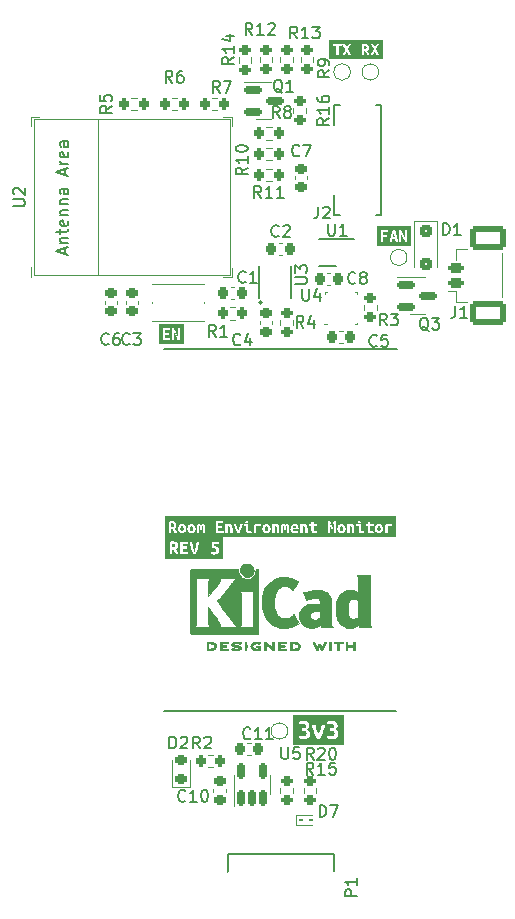
<source format=gbr>
%TF.GenerationSoftware,KiCad,Pcbnew,8.0.7*%
%TF.CreationDate,2024-12-24T11:10:27-06:00*%
%TF.ProjectId,room_environment_monitor,726f6f6d-5f65-46e7-9669-726f6e6d656e,rev?*%
%TF.SameCoordinates,Original*%
%TF.FileFunction,Legend,Top*%
%TF.FilePolarity,Positive*%
%FSLAX46Y46*%
G04 Gerber Fmt 4.6, Leading zero omitted, Abs format (unit mm)*
G04 Created by KiCad (PCBNEW 8.0.7) date 2024-12-24 11:10:27*
%MOMM*%
%LPD*%
G01*
G04 APERTURE LIST*
G04 Aperture macros list*
%AMRoundRect*
0 Rectangle with rounded corners*
0 $1 Rounding radius*
0 $2 $3 $4 $5 $6 $7 $8 $9 X,Y pos of 4 corners*
0 Add a 4 corners polygon primitive as box body*
4,1,4,$2,$3,$4,$5,$6,$7,$8,$9,$2,$3,0*
0 Add four circle primitives for the rounded corners*
1,1,$1+$1,$2,$3*
1,1,$1+$1,$4,$5*
1,1,$1+$1,$6,$7*
1,1,$1+$1,$8,$9*
0 Add four rect primitives between the rounded corners*
20,1,$1+$1,$2,$3,$4,$5,0*
20,1,$1+$1,$4,$5,$6,$7,0*
20,1,$1+$1,$6,$7,$8,$9,0*
20,1,$1+$1,$8,$9,$2,$3,0*%
%AMFreePoly0*
4,1,6,0.725000,-0.725000,-0.725000,-0.725000,-0.725000,0.125000,-0.125000,0.725000,0.725000,0.725000,0.725000,-0.725000,0.725000,-0.725000,$1*%
G04 Aperture macros list end*
%ADD10C,0.150000*%
%ADD11C,0.120000*%
%ADD12C,0.152400*%
%ADD13C,0.100000*%
%ADD14C,0.010000*%
%ADD15C,0.000000*%
%ADD16R,0.400000X0.800000*%
%ADD17R,0.800000X0.400000*%
%ADD18FreePoly0,90.000000*%
%ADD19R,1.450000X1.450000*%
%ADD20R,0.700000X0.700000*%
%ADD21RoundRect,0.200000X0.275000X-0.200000X0.275000X0.200000X-0.275000X0.200000X-0.275000X-0.200000X0*%
%ADD22RoundRect,0.200000X-0.275000X0.200000X-0.275000X-0.200000X0.275000X-0.200000X0.275000X0.200000X0*%
%ADD23RoundRect,0.200000X0.200000X0.275000X-0.200000X0.275000X-0.200000X-0.275000X0.200000X-0.275000X0*%
%ADD24RoundRect,0.225000X-0.225000X-0.250000X0.225000X-0.250000X0.225000X0.250000X-0.225000X0.250000X0*%
%ADD25C,2.200000*%
%ADD26RoundRect,0.150000X-0.587500X-0.150000X0.587500X-0.150000X0.587500X0.150000X-0.587500X0.150000X0*%
%ADD27RoundRect,0.150000X0.150000X-0.512500X0.150000X0.512500X-0.150000X0.512500X-0.150000X-0.512500X0*%
%ADD28RoundRect,0.200000X-0.200000X-0.275000X0.200000X-0.275000X0.200000X0.275000X-0.200000X0.275000X0*%
%ADD29R,0.711200X2.006600*%
%ADD30R,0.812800X2.006600*%
%ADD31R,0.889000X2.006600*%
%ADD32O,1.066800X1.701800*%
%ADD33R,0.500000X0.350000*%
%ADD34C,1.000000*%
%ADD35R,0.355600X0.660400*%
%ADD36R,1.701800X1.244600*%
%ADD37RoundRect,0.225000X-0.250000X0.225000X-0.250000X-0.225000X0.250000X-0.225000X0.250000X0.225000X0*%
%ADD38R,3.352800X0.711200*%
%ADD39R,2.387600X1.600200*%
%ADD40RoundRect,0.062500X0.117500X0.062500X-0.117500X0.062500X-0.117500X-0.062500X0.117500X-0.062500X0*%
%ADD41RoundRect,0.218750X0.256250X-0.218750X0.256250X0.218750X-0.256250X0.218750X-0.256250X-0.218750X0*%
%ADD42RoundRect,0.225000X0.250000X-0.225000X0.250000X0.225000X-0.250000X0.225000X-0.250000X-0.225000X0*%
%ADD43RoundRect,0.200000X0.450000X-0.200000X0.450000X0.200000X-0.450000X0.200000X-0.450000X-0.200000X0*%
%ADD44RoundRect,0.250001X1.249999X-0.799999X1.249999X0.799999X-1.249999X0.799999X-1.249999X-0.799999X0*%
%ADD45RoundRect,0.225000X0.225000X0.250000X-0.225000X0.250000X-0.225000X-0.250000X0.225000X-0.250000X0*%
%ADD46R,0.900000X1.000000*%
%ADD47R,0.750000X0.300000*%
%ADD48R,1.300000X1.500000*%
%ADD49RoundRect,0.250000X-0.300000X0.300000X-0.300000X-0.300000X0.300000X-0.300000X0.300000X0.300000X0*%
G04 APERTURE END LIST*
D10*
X100000Y13100000D02*
X19800000Y13100000D01*
X19825000Y43750000D02*
X100000Y43750000D01*
X-12645181Y55838096D02*
X-11835658Y55838096D01*
X-11835658Y55838096D02*
X-11740420Y55885715D01*
X-11740420Y55885715D02*
X-11692800Y55933334D01*
X-11692800Y55933334D02*
X-11645181Y56028572D01*
X-11645181Y56028572D02*
X-11645181Y56219048D01*
X-11645181Y56219048D02*
X-11692800Y56314286D01*
X-11692800Y56314286D02*
X-11740420Y56361905D01*
X-11740420Y56361905D02*
X-11835658Y56409524D01*
X-11835658Y56409524D02*
X-12645181Y56409524D01*
X-12549943Y56838096D02*
X-12597562Y56885715D01*
X-12597562Y56885715D02*
X-12645181Y56980953D01*
X-12645181Y56980953D02*
X-12645181Y57219048D01*
X-12645181Y57219048D02*
X-12597562Y57314286D01*
X-12597562Y57314286D02*
X-12549943Y57361905D01*
X-12549943Y57361905D02*
X-12454705Y57409524D01*
X-12454705Y57409524D02*
X-12359467Y57409524D01*
X-12359467Y57409524D02*
X-12216610Y57361905D01*
X-12216610Y57361905D02*
X-11645181Y56790477D01*
X-11645181Y56790477D02*
X-11645181Y57409524D01*
X-8280896Y51838095D02*
X-8280896Y52314285D01*
X-7995181Y51742857D02*
X-8995181Y52076190D01*
X-8995181Y52076190D02*
X-7995181Y52409523D01*
X-8661848Y52742857D02*
X-7995181Y52742857D01*
X-8566610Y52742857D02*
X-8614229Y52790476D01*
X-8614229Y52790476D02*
X-8661848Y52885714D01*
X-8661848Y52885714D02*
X-8661848Y53028571D01*
X-8661848Y53028571D02*
X-8614229Y53123809D01*
X-8614229Y53123809D02*
X-8518991Y53171428D01*
X-8518991Y53171428D02*
X-7995181Y53171428D01*
X-8661848Y53504762D02*
X-8661848Y53885714D01*
X-8995181Y53647619D02*
X-8138039Y53647619D01*
X-8138039Y53647619D02*
X-8042800Y53695238D01*
X-8042800Y53695238D02*
X-7995181Y53790476D01*
X-7995181Y53790476D02*
X-7995181Y53885714D01*
X-8042800Y54600000D02*
X-7995181Y54504762D01*
X-7995181Y54504762D02*
X-7995181Y54314286D01*
X-7995181Y54314286D02*
X-8042800Y54219048D01*
X-8042800Y54219048D02*
X-8138039Y54171429D01*
X-8138039Y54171429D02*
X-8518991Y54171429D01*
X-8518991Y54171429D02*
X-8614229Y54219048D01*
X-8614229Y54219048D02*
X-8661848Y54314286D01*
X-8661848Y54314286D02*
X-8661848Y54504762D01*
X-8661848Y54504762D02*
X-8614229Y54600000D01*
X-8614229Y54600000D02*
X-8518991Y54647619D01*
X-8518991Y54647619D02*
X-8423753Y54647619D01*
X-8423753Y54647619D02*
X-8328515Y54171429D01*
X-8661848Y55076191D02*
X-7995181Y55076191D01*
X-8566610Y55076191D02*
X-8614229Y55123810D01*
X-8614229Y55123810D02*
X-8661848Y55219048D01*
X-8661848Y55219048D02*
X-8661848Y55361905D01*
X-8661848Y55361905D02*
X-8614229Y55457143D01*
X-8614229Y55457143D02*
X-8518991Y55504762D01*
X-8518991Y55504762D02*
X-7995181Y55504762D01*
X-8661848Y55980953D02*
X-7995181Y55980953D01*
X-8566610Y55980953D02*
X-8614229Y56028572D01*
X-8614229Y56028572D02*
X-8661848Y56123810D01*
X-8661848Y56123810D02*
X-8661848Y56266667D01*
X-8661848Y56266667D02*
X-8614229Y56361905D01*
X-8614229Y56361905D02*
X-8518991Y56409524D01*
X-8518991Y56409524D02*
X-7995181Y56409524D01*
X-7995181Y57314286D02*
X-8518991Y57314286D01*
X-8518991Y57314286D02*
X-8614229Y57266667D01*
X-8614229Y57266667D02*
X-8661848Y57171429D01*
X-8661848Y57171429D02*
X-8661848Y56980953D01*
X-8661848Y56980953D02*
X-8614229Y56885715D01*
X-8042800Y57314286D02*
X-7995181Y57219048D01*
X-7995181Y57219048D02*
X-7995181Y56980953D01*
X-7995181Y56980953D02*
X-8042800Y56885715D01*
X-8042800Y56885715D02*
X-8138039Y56838096D01*
X-8138039Y56838096D02*
X-8233277Y56838096D01*
X-8233277Y56838096D02*
X-8328515Y56885715D01*
X-8328515Y56885715D02*
X-8376134Y56980953D01*
X-8376134Y56980953D02*
X-8376134Y57219048D01*
X-8376134Y57219048D02*
X-8423753Y57314286D01*
X-8280896Y58504763D02*
X-8280896Y58980953D01*
X-7995181Y58409525D02*
X-8995181Y58742858D01*
X-8995181Y58742858D02*
X-7995181Y59076191D01*
X-7995181Y59409525D02*
X-8661848Y59409525D01*
X-8471372Y59409525D02*
X-8566610Y59457144D01*
X-8566610Y59457144D02*
X-8614229Y59504763D01*
X-8614229Y59504763D02*
X-8661848Y59600001D01*
X-8661848Y59600001D02*
X-8661848Y59695239D01*
X-8042800Y60409525D02*
X-7995181Y60314287D01*
X-7995181Y60314287D02*
X-7995181Y60123811D01*
X-7995181Y60123811D02*
X-8042800Y60028573D01*
X-8042800Y60028573D02*
X-8138039Y59980954D01*
X-8138039Y59980954D02*
X-8518991Y59980954D01*
X-8518991Y59980954D02*
X-8614229Y60028573D01*
X-8614229Y60028573D02*
X-8661848Y60123811D01*
X-8661848Y60123811D02*
X-8661848Y60314287D01*
X-8661848Y60314287D02*
X-8614229Y60409525D01*
X-8614229Y60409525D02*
X-8518991Y60457144D01*
X-8518991Y60457144D02*
X-8423753Y60457144D01*
X-8423753Y60457144D02*
X-8328515Y59980954D01*
X-7995181Y61314287D02*
X-8518991Y61314287D01*
X-8518991Y61314287D02*
X-8614229Y61266668D01*
X-8614229Y61266668D02*
X-8661848Y61171430D01*
X-8661848Y61171430D02*
X-8661848Y60980954D01*
X-8661848Y60980954D02*
X-8614229Y60885716D01*
X-8042800Y61314287D02*
X-7995181Y61219049D01*
X-7995181Y61219049D02*
X-7995181Y60980954D01*
X-7995181Y60980954D02*
X-8042800Y60885716D01*
X-8042800Y60885716D02*
X-8138039Y60838097D01*
X-8138039Y60838097D02*
X-8233277Y60838097D01*
X-8233277Y60838097D02*
X-8328515Y60885716D01*
X-8328515Y60885716D02*
X-8376134Y60980954D01*
X-8376134Y60980954D02*
X-8376134Y61219049D01*
X-8376134Y61219049D02*
X-8423753Y61314287D01*
X18983333Y45745181D02*
X18650000Y46221372D01*
X18411905Y45745181D02*
X18411905Y46745181D01*
X18411905Y46745181D02*
X18792857Y46745181D01*
X18792857Y46745181D02*
X18888095Y46697562D01*
X18888095Y46697562D02*
X18935714Y46649943D01*
X18935714Y46649943D02*
X18983333Y46554705D01*
X18983333Y46554705D02*
X18983333Y46411848D01*
X18983333Y46411848D02*
X18935714Y46316610D01*
X18935714Y46316610D02*
X18888095Y46268991D01*
X18888095Y46268991D02*
X18792857Y46221372D01*
X18792857Y46221372D02*
X18411905Y46221372D01*
X19316667Y46745181D02*
X19935714Y46745181D01*
X19935714Y46745181D02*
X19602381Y46364229D01*
X19602381Y46364229D02*
X19745238Y46364229D01*
X19745238Y46364229D02*
X19840476Y46316610D01*
X19840476Y46316610D02*
X19888095Y46268991D01*
X19888095Y46268991D02*
X19935714Y46173753D01*
X19935714Y46173753D02*
X19935714Y45935658D01*
X19935714Y45935658D02*
X19888095Y45840420D01*
X19888095Y45840420D02*
X19840476Y45792800D01*
X19840476Y45792800D02*
X19745238Y45745181D01*
X19745238Y45745181D02*
X19459524Y45745181D01*
X19459524Y45745181D02*
X19364286Y45792800D01*
X19364286Y45792800D02*
X19316667Y45840420D01*
X14134819Y67333334D02*
X13658628Y67000001D01*
X14134819Y66761906D02*
X13134819Y66761906D01*
X13134819Y66761906D02*
X13134819Y67142858D01*
X13134819Y67142858D02*
X13182438Y67238096D01*
X13182438Y67238096D02*
X13230057Y67285715D01*
X13230057Y67285715D02*
X13325295Y67333334D01*
X13325295Y67333334D02*
X13468152Y67333334D01*
X13468152Y67333334D02*
X13563390Y67285715D01*
X13563390Y67285715D02*
X13611009Y67238096D01*
X13611009Y67238096D02*
X13658628Y67142858D01*
X13658628Y67142858D02*
X13658628Y66761906D01*
X14134819Y67809525D02*
X14134819Y68000001D01*
X14134819Y68000001D02*
X14087200Y68095239D01*
X14087200Y68095239D02*
X14039580Y68142858D01*
X14039580Y68142858D02*
X13896723Y68238096D01*
X13896723Y68238096D02*
X13706247Y68285715D01*
X13706247Y68285715D02*
X13325295Y68285715D01*
X13325295Y68285715D02*
X13230057Y68238096D01*
X13230057Y68238096D02*
X13182438Y68190477D01*
X13182438Y68190477D02*
X13134819Y68095239D01*
X13134819Y68095239D02*
X13134819Y67904763D01*
X13134819Y67904763D02*
X13182438Y67809525D01*
X13182438Y67809525D02*
X13230057Y67761906D01*
X13230057Y67761906D02*
X13325295Y67714287D01*
X13325295Y67714287D02*
X13563390Y67714287D01*
X13563390Y67714287D02*
X13658628Y67761906D01*
X13658628Y67761906D02*
X13706247Y67809525D01*
X13706247Y67809525D02*
X13753866Y67904763D01*
X13753866Y67904763D02*
X13753866Y68095239D01*
X13753866Y68095239D02*
X13706247Y68190477D01*
X13706247Y68190477D02*
X13658628Y68238096D01*
X13658628Y68238096D02*
X13563390Y68285715D01*
X11407142Y70045181D02*
X11073809Y70521372D01*
X10835714Y70045181D02*
X10835714Y71045181D01*
X10835714Y71045181D02*
X11216666Y71045181D01*
X11216666Y71045181D02*
X11311904Y70997562D01*
X11311904Y70997562D02*
X11359523Y70949943D01*
X11359523Y70949943D02*
X11407142Y70854705D01*
X11407142Y70854705D02*
X11407142Y70711848D01*
X11407142Y70711848D02*
X11359523Y70616610D01*
X11359523Y70616610D02*
X11311904Y70568991D01*
X11311904Y70568991D02*
X11216666Y70521372D01*
X11216666Y70521372D02*
X10835714Y70521372D01*
X12359523Y70045181D02*
X11788095Y70045181D01*
X12073809Y70045181D02*
X12073809Y71045181D01*
X12073809Y71045181D02*
X11978571Y70902324D01*
X11978571Y70902324D02*
X11883333Y70807086D01*
X11883333Y70807086D02*
X11788095Y70759467D01*
X12692857Y71045181D02*
X13311904Y71045181D01*
X13311904Y71045181D02*
X12978571Y70664229D01*
X12978571Y70664229D02*
X13121428Y70664229D01*
X13121428Y70664229D02*
X13216666Y70616610D01*
X13216666Y70616610D02*
X13264285Y70568991D01*
X13264285Y70568991D02*
X13311904Y70473753D01*
X13311904Y70473753D02*
X13311904Y70235658D01*
X13311904Y70235658D02*
X13264285Y70140420D01*
X13264285Y70140420D02*
X13216666Y70092800D01*
X13216666Y70092800D02*
X13121428Y70045181D01*
X13121428Y70045181D02*
X12835714Y70045181D01*
X12835714Y70045181D02*
X12740476Y70092800D01*
X12740476Y70092800D02*
X12692857Y70140420D01*
X9908333Y63295181D02*
X9575000Y63771372D01*
X9336905Y63295181D02*
X9336905Y64295181D01*
X9336905Y64295181D02*
X9717857Y64295181D01*
X9717857Y64295181D02*
X9813095Y64247562D01*
X9813095Y64247562D02*
X9860714Y64199943D01*
X9860714Y64199943D02*
X9908333Y64104705D01*
X9908333Y64104705D02*
X9908333Y63961848D01*
X9908333Y63961848D02*
X9860714Y63866610D01*
X9860714Y63866610D02*
X9813095Y63818991D01*
X9813095Y63818991D02*
X9717857Y63771372D01*
X9717857Y63771372D02*
X9336905Y63771372D01*
X10479762Y63866610D02*
X10384524Y63914229D01*
X10384524Y63914229D02*
X10336905Y63961848D01*
X10336905Y63961848D02*
X10289286Y64057086D01*
X10289286Y64057086D02*
X10289286Y64104705D01*
X10289286Y64104705D02*
X10336905Y64199943D01*
X10336905Y64199943D02*
X10384524Y64247562D01*
X10384524Y64247562D02*
X10479762Y64295181D01*
X10479762Y64295181D02*
X10670238Y64295181D01*
X10670238Y64295181D02*
X10765476Y64247562D01*
X10765476Y64247562D02*
X10813095Y64199943D01*
X10813095Y64199943D02*
X10860714Y64104705D01*
X10860714Y64104705D02*
X10860714Y64057086D01*
X10860714Y64057086D02*
X10813095Y63961848D01*
X10813095Y63961848D02*
X10765476Y63914229D01*
X10765476Y63914229D02*
X10670238Y63866610D01*
X10670238Y63866610D02*
X10479762Y63866610D01*
X10479762Y63866610D02*
X10384524Y63818991D01*
X10384524Y63818991D02*
X10336905Y63771372D01*
X10336905Y63771372D02*
X10289286Y63676134D01*
X10289286Y63676134D02*
X10289286Y63485658D01*
X10289286Y63485658D02*
X10336905Y63390420D01*
X10336905Y63390420D02*
X10384524Y63342800D01*
X10384524Y63342800D02*
X10479762Y63295181D01*
X10479762Y63295181D02*
X10670238Y63295181D01*
X10670238Y63295181D02*
X10765476Y63342800D01*
X10765476Y63342800D02*
X10813095Y63390420D01*
X10813095Y63390420D02*
X10860714Y63485658D01*
X10860714Y63485658D02*
X10860714Y63676134D01*
X10860714Y63676134D02*
X10813095Y63771372D01*
X10813095Y63771372D02*
X10765476Y63818991D01*
X10765476Y63818991D02*
X10670238Y63866610D01*
X7033333Y49440420D02*
X6985714Y49392800D01*
X6985714Y49392800D02*
X6842857Y49345181D01*
X6842857Y49345181D02*
X6747619Y49345181D01*
X6747619Y49345181D02*
X6604762Y49392800D01*
X6604762Y49392800D02*
X6509524Y49488039D01*
X6509524Y49488039D02*
X6461905Y49583277D01*
X6461905Y49583277D02*
X6414286Y49773753D01*
X6414286Y49773753D02*
X6414286Y49916610D01*
X6414286Y49916610D02*
X6461905Y50107086D01*
X6461905Y50107086D02*
X6509524Y50202324D01*
X6509524Y50202324D02*
X6604762Y50297562D01*
X6604762Y50297562D02*
X6747619Y50345181D01*
X6747619Y50345181D02*
X6842857Y50345181D01*
X6842857Y50345181D02*
X6985714Y50297562D01*
X6985714Y50297562D02*
X7033333Y50249943D01*
X7985714Y49345181D02*
X7414286Y49345181D01*
X7700000Y49345181D02*
X7700000Y50345181D01*
X7700000Y50345181D02*
X7604762Y50202324D01*
X7604762Y50202324D02*
X7509524Y50107086D01*
X7509524Y50107086D02*
X7414286Y50059467D01*
X9833333Y53320420D02*
X9785714Y53272800D01*
X9785714Y53272800D02*
X9642857Y53225181D01*
X9642857Y53225181D02*
X9547619Y53225181D01*
X9547619Y53225181D02*
X9404762Y53272800D01*
X9404762Y53272800D02*
X9309524Y53368039D01*
X9309524Y53368039D02*
X9261905Y53463277D01*
X9261905Y53463277D02*
X9214286Y53653753D01*
X9214286Y53653753D02*
X9214286Y53796610D01*
X9214286Y53796610D02*
X9261905Y53987086D01*
X9261905Y53987086D02*
X9309524Y54082324D01*
X9309524Y54082324D02*
X9404762Y54177562D01*
X9404762Y54177562D02*
X9547619Y54225181D01*
X9547619Y54225181D02*
X9642857Y54225181D01*
X9642857Y54225181D02*
X9785714Y54177562D01*
X9785714Y54177562D02*
X9833333Y54129943D01*
X10214286Y54129943D02*
X10261905Y54177562D01*
X10261905Y54177562D02*
X10357143Y54225181D01*
X10357143Y54225181D02*
X10595238Y54225181D01*
X10595238Y54225181D02*
X10690476Y54177562D01*
X10690476Y54177562D02*
X10738095Y54129943D01*
X10738095Y54129943D02*
X10785714Y54034705D01*
X10785714Y54034705D02*
X10785714Y53939467D01*
X10785714Y53939467D02*
X10738095Y53796610D01*
X10738095Y53796610D02*
X10166667Y53225181D01*
X10166667Y53225181D02*
X10785714Y53225181D01*
X22529761Y45299943D02*
X22434523Y45347562D01*
X22434523Y45347562D02*
X22339285Y45442800D01*
X22339285Y45442800D02*
X22196428Y45585658D01*
X22196428Y45585658D02*
X22101190Y45633277D01*
X22101190Y45633277D02*
X22005952Y45633277D01*
X22053571Y45395181D02*
X21958333Y45442800D01*
X21958333Y45442800D02*
X21863095Y45538039D01*
X21863095Y45538039D02*
X21815476Y45728515D01*
X21815476Y45728515D02*
X21815476Y46061848D01*
X21815476Y46061848D02*
X21863095Y46252324D01*
X21863095Y46252324D02*
X21958333Y46347562D01*
X21958333Y46347562D02*
X22053571Y46395181D01*
X22053571Y46395181D02*
X22244047Y46395181D01*
X22244047Y46395181D02*
X22339285Y46347562D01*
X22339285Y46347562D02*
X22434523Y46252324D01*
X22434523Y46252324D02*
X22482142Y46061848D01*
X22482142Y46061848D02*
X22482142Y45728515D01*
X22482142Y45728515D02*
X22434523Y45538039D01*
X22434523Y45538039D02*
X22339285Y45442800D01*
X22339285Y45442800D02*
X22244047Y45395181D01*
X22244047Y45395181D02*
X22053571Y45395181D01*
X22815476Y46395181D02*
X23434523Y46395181D01*
X23434523Y46395181D02*
X23101190Y46014229D01*
X23101190Y46014229D02*
X23244047Y46014229D01*
X23244047Y46014229D02*
X23339285Y45966610D01*
X23339285Y45966610D02*
X23386904Y45918991D01*
X23386904Y45918991D02*
X23434523Y45823753D01*
X23434523Y45823753D02*
X23434523Y45585658D01*
X23434523Y45585658D02*
X23386904Y45490420D01*
X23386904Y45490420D02*
X23339285Y45442800D01*
X23339285Y45442800D02*
X23244047Y45395181D01*
X23244047Y45395181D02*
X22958333Y45395181D01*
X22958333Y45395181D02*
X22863095Y45442800D01*
X22863095Y45442800D02*
X22815476Y45490420D01*
X10063095Y10045181D02*
X10063095Y9235658D01*
X10063095Y9235658D02*
X10110714Y9140420D01*
X10110714Y9140420D02*
X10158333Y9092800D01*
X10158333Y9092800D02*
X10253571Y9045181D01*
X10253571Y9045181D02*
X10444047Y9045181D01*
X10444047Y9045181D02*
X10539285Y9092800D01*
X10539285Y9092800D02*
X10586904Y9140420D01*
X10586904Y9140420D02*
X10634523Y9235658D01*
X10634523Y9235658D02*
X10634523Y10045181D01*
X11586904Y10045181D02*
X11110714Y10045181D01*
X11110714Y10045181D02*
X11063095Y9568991D01*
X11063095Y9568991D02*
X11110714Y9616610D01*
X11110714Y9616610D02*
X11205952Y9664229D01*
X11205952Y9664229D02*
X11444047Y9664229D01*
X11444047Y9664229D02*
X11539285Y9616610D01*
X11539285Y9616610D02*
X11586904Y9568991D01*
X11586904Y9568991D02*
X11634523Y9473753D01*
X11634523Y9473753D02*
X11634523Y9235658D01*
X11634523Y9235658D02*
X11586904Y9140420D01*
X11586904Y9140420D02*
X11539285Y9092800D01*
X11539285Y9092800D02*
X11444047Y9045181D01*
X11444047Y9045181D02*
X11205952Y9045181D01*
X11205952Y9045181D02*
X11110714Y9092800D01*
X11110714Y9092800D02*
X11063095Y9140420D01*
X8357142Y56545181D02*
X8023809Y57021372D01*
X7785714Y56545181D02*
X7785714Y57545181D01*
X7785714Y57545181D02*
X8166666Y57545181D01*
X8166666Y57545181D02*
X8261904Y57497562D01*
X8261904Y57497562D02*
X8309523Y57449943D01*
X8309523Y57449943D02*
X8357142Y57354705D01*
X8357142Y57354705D02*
X8357142Y57211848D01*
X8357142Y57211848D02*
X8309523Y57116610D01*
X8309523Y57116610D02*
X8261904Y57068991D01*
X8261904Y57068991D02*
X8166666Y57021372D01*
X8166666Y57021372D02*
X7785714Y57021372D01*
X9309523Y56545181D02*
X8738095Y56545181D01*
X9023809Y56545181D02*
X9023809Y57545181D01*
X9023809Y57545181D02*
X8928571Y57402324D01*
X8928571Y57402324D02*
X8833333Y57307086D01*
X8833333Y57307086D02*
X8738095Y57259467D01*
X10261904Y56545181D02*
X9690476Y56545181D01*
X9976190Y56545181D02*
X9976190Y57545181D01*
X9976190Y57545181D02*
X9880952Y57402324D01*
X9880952Y57402324D02*
X9785714Y57307086D01*
X9785714Y57307086D02*
X9690476Y57259467D01*
X16454819Y-2588094D02*
X15454819Y-2588094D01*
X15454819Y-2588094D02*
X15454819Y-2207142D01*
X15454819Y-2207142D02*
X15502438Y-2111904D01*
X15502438Y-2111904D02*
X15550057Y-2064285D01*
X15550057Y-2064285D02*
X15645295Y-2016666D01*
X15645295Y-2016666D02*
X15788152Y-2016666D01*
X15788152Y-2016666D02*
X15883390Y-2064285D01*
X15883390Y-2064285D02*
X15931009Y-2111904D01*
X15931009Y-2111904D02*
X15978628Y-2207142D01*
X15978628Y-2207142D02*
X15978628Y-2588094D01*
X16454819Y-1064285D02*
X16454819Y-1635713D01*
X16454819Y-1349999D02*
X15454819Y-1349999D01*
X15454819Y-1349999D02*
X15597676Y-1445237D01*
X15597676Y-1445237D02*
X15692914Y-1540475D01*
X15692914Y-1540475D02*
X15740533Y-1635713D01*
X11838095Y48845181D02*
X11838095Y48035658D01*
X11838095Y48035658D02*
X11885714Y47940420D01*
X11885714Y47940420D02*
X11933333Y47892800D01*
X11933333Y47892800D02*
X12028571Y47845181D01*
X12028571Y47845181D02*
X12219047Y47845181D01*
X12219047Y47845181D02*
X12314285Y47892800D01*
X12314285Y47892800D02*
X12361904Y47940420D01*
X12361904Y47940420D02*
X12409523Y48035658D01*
X12409523Y48035658D02*
X12409523Y48845181D01*
X13314285Y48511848D02*
X13314285Y47845181D01*
X13076190Y48892800D02*
X12838095Y48178515D01*
X12838095Y48178515D02*
X13457142Y48178515D01*
X11224819Y49258096D02*
X12034342Y49258096D01*
X12034342Y49258096D02*
X12129580Y49305715D01*
X12129580Y49305715D02*
X12177200Y49353334D01*
X12177200Y49353334D02*
X12224819Y49448572D01*
X12224819Y49448572D02*
X12224819Y49639048D01*
X12224819Y49639048D02*
X12177200Y49734286D01*
X12177200Y49734286D02*
X12129580Y49781905D01*
X12129580Y49781905D02*
X12034342Y49829524D01*
X12034342Y49829524D02*
X11224819Y49829524D01*
X11224819Y50210477D02*
X11224819Y50829524D01*
X11224819Y50829524D02*
X11605771Y50496191D01*
X11605771Y50496191D02*
X11605771Y50639048D01*
X11605771Y50639048D02*
X11653390Y50734286D01*
X11653390Y50734286D02*
X11701009Y50781905D01*
X11701009Y50781905D02*
X11796247Y50829524D01*
X11796247Y50829524D02*
X12034342Y50829524D01*
X12034342Y50829524D02*
X12129580Y50781905D01*
X12129580Y50781905D02*
X12177200Y50734286D01*
X12177200Y50734286D02*
X12224819Y50639048D01*
X12224819Y50639048D02*
X12224819Y50353334D01*
X12224819Y50353334D02*
X12177200Y50258096D01*
X12177200Y50258096D02*
X12129580Y50210477D01*
X11583333Y60140420D02*
X11535714Y60092800D01*
X11535714Y60092800D02*
X11392857Y60045181D01*
X11392857Y60045181D02*
X11297619Y60045181D01*
X11297619Y60045181D02*
X11154762Y60092800D01*
X11154762Y60092800D02*
X11059524Y60188039D01*
X11059524Y60188039D02*
X11011905Y60283277D01*
X11011905Y60283277D02*
X10964286Y60473753D01*
X10964286Y60473753D02*
X10964286Y60616610D01*
X10964286Y60616610D02*
X11011905Y60807086D01*
X11011905Y60807086D02*
X11059524Y60902324D01*
X11059524Y60902324D02*
X11154762Y60997562D01*
X11154762Y60997562D02*
X11297619Y61045181D01*
X11297619Y61045181D02*
X11392857Y61045181D01*
X11392857Y61045181D02*
X11535714Y60997562D01*
X11535714Y60997562D02*
X11583333Y60949943D01*
X11916667Y61045181D02*
X12583333Y61045181D01*
X12583333Y61045181D02*
X12154762Y60045181D01*
X12777142Y7715181D02*
X12443809Y8191372D01*
X12205714Y7715181D02*
X12205714Y8715181D01*
X12205714Y8715181D02*
X12586666Y8715181D01*
X12586666Y8715181D02*
X12681904Y8667562D01*
X12681904Y8667562D02*
X12729523Y8619943D01*
X12729523Y8619943D02*
X12777142Y8524705D01*
X12777142Y8524705D02*
X12777142Y8381848D01*
X12777142Y8381848D02*
X12729523Y8286610D01*
X12729523Y8286610D02*
X12681904Y8238991D01*
X12681904Y8238991D02*
X12586666Y8191372D01*
X12586666Y8191372D02*
X12205714Y8191372D01*
X13729523Y7715181D02*
X13158095Y7715181D01*
X13443809Y7715181D02*
X13443809Y8715181D01*
X13443809Y8715181D02*
X13348571Y8572324D01*
X13348571Y8572324D02*
X13253333Y8477086D01*
X13253333Y8477086D02*
X13158095Y8429467D01*
X14634285Y8715181D02*
X14158095Y8715181D01*
X14158095Y8715181D02*
X14110476Y8238991D01*
X14110476Y8238991D02*
X14158095Y8286610D01*
X14158095Y8286610D02*
X14253333Y8334229D01*
X14253333Y8334229D02*
X14491428Y8334229D01*
X14491428Y8334229D02*
X14586666Y8286610D01*
X14586666Y8286610D02*
X14634285Y8238991D01*
X14634285Y8238991D02*
X14681904Y8143753D01*
X14681904Y8143753D02*
X14681904Y7905658D01*
X14681904Y7905658D02*
X14634285Y7810420D01*
X14634285Y7810420D02*
X14586666Y7762800D01*
X14586666Y7762800D02*
X14491428Y7715181D01*
X14491428Y7715181D02*
X14253333Y7715181D01*
X14253333Y7715181D02*
X14158095Y7762800D01*
X14158095Y7762800D02*
X14110476Y7810420D01*
X13166666Y55795181D02*
X13166666Y55080896D01*
X13166666Y55080896D02*
X13119047Y54938039D01*
X13119047Y54938039D02*
X13023809Y54842800D01*
X13023809Y54842800D02*
X12880952Y54795181D01*
X12880952Y54795181D02*
X12785714Y54795181D01*
X13595238Y55699943D02*
X13642857Y55747562D01*
X13642857Y55747562D02*
X13738095Y55795181D01*
X13738095Y55795181D02*
X13976190Y55795181D01*
X13976190Y55795181D02*
X14071428Y55747562D01*
X14071428Y55747562D02*
X14119047Y55699943D01*
X14119047Y55699943D02*
X14166666Y55604705D01*
X14166666Y55604705D02*
X14166666Y55509467D01*
X14166666Y55509467D02*
X14119047Y55366610D01*
X14119047Y55366610D02*
X13547619Y54795181D01*
X13547619Y54795181D02*
X14166666Y54795181D01*
X7437142Y10800420D02*
X7389523Y10752800D01*
X7389523Y10752800D02*
X7246666Y10705181D01*
X7246666Y10705181D02*
X7151428Y10705181D01*
X7151428Y10705181D02*
X7008571Y10752800D01*
X7008571Y10752800D02*
X6913333Y10848039D01*
X6913333Y10848039D02*
X6865714Y10943277D01*
X6865714Y10943277D02*
X6818095Y11133753D01*
X6818095Y11133753D02*
X6818095Y11276610D01*
X6818095Y11276610D02*
X6865714Y11467086D01*
X6865714Y11467086D02*
X6913333Y11562324D01*
X6913333Y11562324D02*
X7008571Y11657562D01*
X7008571Y11657562D02*
X7151428Y11705181D01*
X7151428Y11705181D02*
X7246666Y11705181D01*
X7246666Y11705181D02*
X7389523Y11657562D01*
X7389523Y11657562D02*
X7437142Y11609943D01*
X8389523Y10705181D02*
X7818095Y10705181D01*
X8103809Y10705181D02*
X8103809Y11705181D01*
X8103809Y11705181D02*
X8008571Y11562324D01*
X8008571Y11562324D02*
X7913333Y11467086D01*
X7913333Y11467086D02*
X7818095Y11419467D01*
X9341904Y10705181D02*
X8770476Y10705181D01*
X9056190Y10705181D02*
X9056190Y11705181D01*
X9056190Y11705181D02*
X8960952Y11562324D01*
X8960952Y11562324D02*
X8865714Y11467086D01*
X8865714Y11467086D02*
X8770476Y11419467D01*
X13306905Y4125181D02*
X13306905Y5125181D01*
X13306905Y5125181D02*
X13545000Y5125181D01*
X13545000Y5125181D02*
X13687857Y5077562D01*
X13687857Y5077562D02*
X13783095Y4982324D01*
X13783095Y4982324D02*
X13830714Y4887086D01*
X13830714Y4887086D02*
X13878333Y4696610D01*
X13878333Y4696610D02*
X13878333Y4553753D01*
X13878333Y4553753D02*
X13830714Y4363277D01*
X13830714Y4363277D02*
X13783095Y4268039D01*
X13783095Y4268039D02*
X13687857Y4172800D01*
X13687857Y4172800D02*
X13545000Y4125181D01*
X13545000Y4125181D02*
X13306905Y4125181D01*
X14211667Y5125181D02*
X14878333Y5125181D01*
X14878333Y5125181D02*
X14449762Y4125181D01*
X7607142Y70345181D02*
X7273809Y70821372D01*
X7035714Y70345181D02*
X7035714Y71345181D01*
X7035714Y71345181D02*
X7416666Y71345181D01*
X7416666Y71345181D02*
X7511904Y71297562D01*
X7511904Y71297562D02*
X7559523Y71249943D01*
X7559523Y71249943D02*
X7607142Y71154705D01*
X7607142Y71154705D02*
X7607142Y71011848D01*
X7607142Y71011848D02*
X7559523Y70916610D01*
X7559523Y70916610D02*
X7511904Y70868991D01*
X7511904Y70868991D02*
X7416666Y70821372D01*
X7416666Y70821372D02*
X7035714Y70821372D01*
X8559523Y70345181D02*
X7988095Y70345181D01*
X8273809Y70345181D02*
X8273809Y71345181D01*
X8273809Y71345181D02*
X8178571Y71202324D01*
X8178571Y71202324D02*
X8083333Y71107086D01*
X8083333Y71107086D02*
X7988095Y71059467D01*
X8940476Y71249943D02*
X8988095Y71297562D01*
X8988095Y71297562D02*
X9083333Y71345181D01*
X9083333Y71345181D02*
X9321428Y71345181D01*
X9321428Y71345181D02*
X9416666Y71297562D01*
X9416666Y71297562D02*
X9464285Y71249943D01*
X9464285Y71249943D02*
X9511904Y71154705D01*
X9511904Y71154705D02*
X9511904Y71059467D01*
X9511904Y71059467D02*
X9464285Y70916610D01*
X9464285Y70916610D02*
X8892857Y70345181D01*
X8892857Y70345181D02*
X9511904Y70345181D01*
X6054819Y68457143D02*
X5578628Y68123810D01*
X6054819Y67885715D02*
X5054819Y67885715D01*
X5054819Y67885715D02*
X5054819Y68266667D01*
X5054819Y68266667D02*
X5102438Y68361905D01*
X5102438Y68361905D02*
X5150057Y68409524D01*
X5150057Y68409524D02*
X5245295Y68457143D01*
X5245295Y68457143D02*
X5388152Y68457143D01*
X5388152Y68457143D02*
X5483390Y68409524D01*
X5483390Y68409524D02*
X5531009Y68361905D01*
X5531009Y68361905D02*
X5578628Y68266667D01*
X5578628Y68266667D02*
X5578628Y67885715D01*
X6054819Y69409524D02*
X6054819Y68838096D01*
X6054819Y69123810D02*
X5054819Y69123810D01*
X5054819Y69123810D02*
X5197676Y69028572D01*
X5197676Y69028572D02*
X5292914Y68933334D01*
X5292914Y68933334D02*
X5340533Y68838096D01*
X5388152Y70266667D02*
X6054819Y70266667D01*
X5007200Y70028572D02*
X5721485Y69790477D01*
X5721485Y69790477D02*
X5721485Y70409524D01*
X7204819Y59107143D02*
X6728628Y58773810D01*
X7204819Y58535715D02*
X6204819Y58535715D01*
X6204819Y58535715D02*
X6204819Y58916667D01*
X6204819Y58916667D02*
X6252438Y59011905D01*
X6252438Y59011905D02*
X6300057Y59059524D01*
X6300057Y59059524D02*
X6395295Y59107143D01*
X6395295Y59107143D02*
X6538152Y59107143D01*
X6538152Y59107143D02*
X6633390Y59059524D01*
X6633390Y59059524D02*
X6681009Y59011905D01*
X6681009Y59011905D02*
X6728628Y58916667D01*
X6728628Y58916667D02*
X6728628Y58535715D01*
X7204819Y60059524D02*
X7204819Y59488096D01*
X7204819Y59773810D02*
X6204819Y59773810D01*
X6204819Y59773810D02*
X6347676Y59678572D01*
X6347676Y59678572D02*
X6442914Y59583334D01*
X6442914Y59583334D02*
X6490533Y59488096D01*
X6204819Y60678572D02*
X6204819Y60773810D01*
X6204819Y60773810D02*
X6252438Y60869048D01*
X6252438Y60869048D02*
X6300057Y60916667D01*
X6300057Y60916667D02*
X6395295Y60964286D01*
X6395295Y60964286D02*
X6585771Y61011905D01*
X6585771Y61011905D02*
X6823866Y61011905D01*
X6823866Y61011905D02*
X7014342Y60964286D01*
X7014342Y60964286D02*
X7109580Y60916667D01*
X7109580Y60916667D02*
X7157200Y60869048D01*
X7157200Y60869048D02*
X7204819Y60773810D01*
X7204819Y60773810D02*
X7204819Y60678572D01*
X7204819Y60678572D02*
X7157200Y60583334D01*
X7157200Y60583334D02*
X7109580Y60535715D01*
X7109580Y60535715D02*
X7014342Y60488096D01*
X7014342Y60488096D02*
X6823866Y60440477D01*
X6823866Y60440477D02*
X6585771Y60440477D01*
X6585771Y60440477D02*
X6395295Y60488096D01*
X6395295Y60488096D02*
X6300057Y60535715D01*
X6300057Y60535715D02*
X6252438Y60583334D01*
X6252438Y60583334D02*
X6204819Y60678572D01*
X4508333Y44795181D02*
X4175000Y45271372D01*
X3936905Y44795181D02*
X3936905Y45795181D01*
X3936905Y45795181D02*
X4317857Y45795181D01*
X4317857Y45795181D02*
X4413095Y45747562D01*
X4413095Y45747562D02*
X4460714Y45699943D01*
X4460714Y45699943D02*
X4508333Y45604705D01*
X4508333Y45604705D02*
X4508333Y45461848D01*
X4508333Y45461848D02*
X4460714Y45366610D01*
X4460714Y45366610D02*
X4413095Y45318991D01*
X4413095Y45318991D02*
X4317857Y45271372D01*
X4317857Y45271372D02*
X3936905Y45271372D01*
X5460714Y44795181D02*
X4889286Y44795181D01*
X5175000Y44795181D02*
X5175000Y45795181D01*
X5175000Y45795181D02*
X5079762Y45652324D01*
X5079762Y45652324D02*
X4984524Y45557086D01*
X4984524Y45557086D02*
X4889286Y45509467D01*
X12787142Y8975181D02*
X12453809Y9451372D01*
X12215714Y8975181D02*
X12215714Y9975181D01*
X12215714Y9975181D02*
X12596666Y9975181D01*
X12596666Y9975181D02*
X12691904Y9927562D01*
X12691904Y9927562D02*
X12739523Y9879943D01*
X12739523Y9879943D02*
X12787142Y9784705D01*
X12787142Y9784705D02*
X12787142Y9641848D01*
X12787142Y9641848D02*
X12739523Y9546610D01*
X12739523Y9546610D02*
X12691904Y9498991D01*
X12691904Y9498991D02*
X12596666Y9451372D01*
X12596666Y9451372D02*
X12215714Y9451372D01*
X13168095Y9879943D02*
X13215714Y9927562D01*
X13215714Y9927562D02*
X13310952Y9975181D01*
X13310952Y9975181D02*
X13549047Y9975181D01*
X13549047Y9975181D02*
X13644285Y9927562D01*
X13644285Y9927562D02*
X13691904Y9879943D01*
X13691904Y9879943D02*
X13739523Y9784705D01*
X13739523Y9784705D02*
X13739523Y9689467D01*
X13739523Y9689467D02*
X13691904Y9546610D01*
X13691904Y9546610D02*
X13120476Y8975181D01*
X13120476Y8975181D02*
X13739523Y8975181D01*
X14358571Y9975181D02*
X14453809Y9975181D01*
X14453809Y9975181D02*
X14549047Y9927562D01*
X14549047Y9927562D02*
X14596666Y9879943D01*
X14596666Y9879943D02*
X14644285Y9784705D01*
X14644285Y9784705D02*
X14691904Y9594229D01*
X14691904Y9594229D02*
X14691904Y9356134D01*
X14691904Y9356134D02*
X14644285Y9165658D01*
X14644285Y9165658D02*
X14596666Y9070420D01*
X14596666Y9070420D02*
X14549047Y9022800D01*
X14549047Y9022800D02*
X14453809Y8975181D01*
X14453809Y8975181D02*
X14358571Y8975181D01*
X14358571Y8975181D02*
X14263333Y9022800D01*
X14263333Y9022800D02*
X14215714Y9070420D01*
X14215714Y9070420D02*
X14168095Y9165658D01*
X14168095Y9165658D02*
X14120476Y9356134D01*
X14120476Y9356134D02*
X14120476Y9594229D01*
X14120476Y9594229D02*
X14168095Y9784705D01*
X14168095Y9784705D02*
X14215714Y9879943D01*
X14215714Y9879943D02*
X14263333Y9927562D01*
X14263333Y9927562D02*
X14358571Y9975181D01*
X586905Y9920181D02*
X586905Y10920181D01*
X586905Y10920181D02*
X825000Y10920181D01*
X825000Y10920181D02*
X967857Y10872562D01*
X967857Y10872562D02*
X1063095Y10777324D01*
X1063095Y10777324D02*
X1110714Y10682086D01*
X1110714Y10682086D02*
X1158333Y10491610D01*
X1158333Y10491610D02*
X1158333Y10348753D01*
X1158333Y10348753D02*
X1110714Y10158277D01*
X1110714Y10158277D02*
X1063095Y10063039D01*
X1063095Y10063039D02*
X967857Y9967800D01*
X967857Y9967800D02*
X825000Y9920181D01*
X825000Y9920181D02*
X586905Y9920181D01*
X1539286Y10824943D02*
X1586905Y10872562D01*
X1586905Y10872562D02*
X1682143Y10920181D01*
X1682143Y10920181D02*
X1920238Y10920181D01*
X1920238Y10920181D02*
X2015476Y10872562D01*
X2015476Y10872562D02*
X2063095Y10824943D01*
X2063095Y10824943D02*
X2110714Y10729705D01*
X2110714Y10729705D02*
X2110714Y10634467D01*
X2110714Y10634467D02*
X2063095Y10491610D01*
X2063095Y10491610D02*
X1491667Y9920181D01*
X1491667Y9920181D02*
X2110714Y9920181D01*
X1932142Y5515420D02*
X1884523Y5467800D01*
X1884523Y5467800D02*
X1741666Y5420181D01*
X1741666Y5420181D02*
X1646428Y5420181D01*
X1646428Y5420181D02*
X1503571Y5467800D01*
X1503571Y5467800D02*
X1408333Y5563039D01*
X1408333Y5563039D02*
X1360714Y5658277D01*
X1360714Y5658277D02*
X1313095Y5848753D01*
X1313095Y5848753D02*
X1313095Y5991610D01*
X1313095Y5991610D02*
X1360714Y6182086D01*
X1360714Y6182086D02*
X1408333Y6277324D01*
X1408333Y6277324D02*
X1503571Y6372562D01*
X1503571Y6372562D02*
X1646428Y6420181D01*
X1646428Y6420181D02*
X1741666Y6420181D01*
X1741666Y6420181D02*
X1884523Y6372562D01*
X1884523Y6372562D02*
X1932142Y6324943D01*
X2884523Y5420181D02*
X2313095Y5420181D01*
X2598809Y5420181D02*
X2598809Y6420181D01*
X2598809Y6420181D02*
X2503571Y6277324D01*
X2503571Y6277324D02*
X2408333Y6182086D01*
X2408333Y6182086D02*
X2313095Y6134467D01*
X3503571Y6420181D02*
X3598809Y6420181D01*
X3598809Y6420181D02*
X3694047Y6372562D01*
X3694047Y6372562D02*
X3741666Y6324943D01*
X3741666Y6324943D02*
X3789285Y6229705D01*
X3789285Y6229705D02*
X3836904Y6039229D01*
X3836904Y6039229D02*
X3836904Y5801134D01*
X3836904Y5801134D02*
X3789285Y5610658D01*
X3789285Y5610658D02*
X3741666Y5515420D01*
X3741666Y5515420D02*
X3694047Y5467800D01*
X3694047Y5467800D02*
X3598809Y5420181D01*
X3598809Y5420181D02*
X3503571Y5420181D01*
X3503571Y5420181D02*
X3408333Y5467800D01*
X3408333Y5467800D02*
X3360714Y5515420D01*
X3360714Y5515420D02*
X3313095Y5610658D01*
X3313095Y5610658D02*
X3265476Y5801134D01*
X3265476Y5801134D02*
X3265476Y6039229D01*
X3265476Y6039229D02*
X3313095Y6229705D01*
X3313095Y6229705D02*
X3360714Y6324943D01*
X3360714Y6324943D02*
X3408333Y6372562D01*
X3408333Y6372562D02*
X3503571Y6420181D01*
X-4295181Y64333334D02*
X-4771372Y64000001D01*
X-4295181Y63761906D02*
X-5295181Y63761906D01*
X-5295181Y63761906D02*
X-5295181Y64142858D01*
X-5295181Y64142858D02*
X-5247562Y64238096D01*
X-5247562Y64238096D02*
X-5199943Y64285715D01*
X-5199943Y64285715D02*
X-5104705Y64333334D01*
X-5104705Y64333334D02*
X-4961848Y64333334D01*
X-4961848Y64333334D02*
X-4866610Y64285715D01*
X-4866610Y64285715D02*
X-4818991Y64238096D01*
X-4818991Y64238096D02*
X-4771372Y64142858D01*
X-4771372Y64142858D02*
X-4771372Y63761906D01*
X-5295181Y65238096D02*
X-5295181Y64761906D01*
X-5295181Y64761906D02*
X-4818991Y64714287D01*
X-4818991Y64714287D02*
X-4866610Y64761906D01*
X-4866610Y64761906D02*
X-4914229Y64857144D01*
X-4914229Y64857144D02*
X-4914229Y65095239D01*
X-4914229Y65095239D02*
X-4866610Y65190477D01*
X-4866610Y65190477D02*
X-4818991Y65238096D01*
X-4818991Y65238096D02*
X-4723753Y65285715D01*
X-4723753Y65285715D02*
X-4485658Y65285715D01*
X-4485658Y65285715D02*
X-4390420Y65238096D01*
X-4390420Y65238096D02*
X-4342800Y65190477D01*
X-4342800Y65190477D02*
X-4295181Y65095239D01*
X-4295181Y65095239D02*
X-4295181Y64857144D01*
X-4295181Y64857144D02*
X-4342800Y64761906D01*
X-4342800Y64761906D02*
X-4390420Y64714287D01*
X24791666Y47395181D02*
X24791666Y46680896D01*
X24791666Y46680896D02*
X24744047Y46538039D01*
X24744047Y46538039D02*
X24648809Y46442800D01*
X24648809Y46442800D02*
X24505952Y46395181D01*
X24505952Y46395181D02*
X24410714Y46395181D01*
X25791666Y46395181D02*
X25220238Y46395181D01*
X25505952Y46395181D02*
X25505952Y47395181D01*
X25505952Y47395181D02*
X25410714Y47252324D01*
X25410714Y47252324D02*
X25315476Y47157086D01*
X25315476Y47157086D02*
X25220238Y47109467D01*
X833333Y66295181D02*
X500000Y66771372D01*
X261905Y66295181D02*
X261905Y67295181D01*
X261905Y67295181D02*
X642857Y67295181D01*
X642857Y67295181D02*
X738095Y67247562D01*
X738095Y67247562D02*
X785714Y67199943D01*
X785714Y67199943D02*
X833333Y67104705D01*
X833333Y67104705D02*
X833333Y66961848D01*
X833333Y66961848D02*
X785714Y66866610D01*
X785714Y66866610D02*
X738095Y66818991D01*
X738095Y66818991D02*
X642857Y66771372D01*
X642857Y66771372D02*
X261905Y66771372D01*
X1690476Y67295181D02*
X1500000Y67295181D01*
X1500000Y67295181D02*
X1404762Y67247562D01*
X1404762Y67247562D02*
X1357143Y67199943D01*
X1357143Y67199943D02*
X1261905Y67057086D01*
X1261905Y67057086D02*
X1214286Y66866610D01*
X1214286Y66866610D02*
X1214286Y66485658D01*
X1214286Y66485658D02*
X1261905Y66390420D01*
X1261905Y66390420D02*
X1309524Y66342800D01*
X1309524Y66342800D02*
X1404762Y66295181D01*
X1404762Y66295181D02*
X1595238Y66295181D01*
X1595238Y66295181D02*
X1690476Y66342800D01*
X1690476Y66342800D02*
X1738095Y66390420D01*
X1738095Y66390420D02*
X1785714Y66485658D01*
X1785714Y66485658D02*
X1785714Y66723753D01*
X1785714Y66723753D02*
X1738095Y66818991D01*
X1738095Y66818991D02*
X1690476Y66866610D01*
X1690476Y66866610D02*
X1595238Y66914229D01*
X1595238Y66914229D02*
X1404762Y66914229D01*
X1404762Y66914229D02*
X1309524Y66866610D01*
X1309524Y66866610D02*
X1261905Y66818991D01*
X1261905Y66818991D02*
X1214286Y66723753D01*
X14104819Y63282143D02*
X13628628Y62948810D01*
X14104819Y62710715D02*
X13104819Y62710715D01*
X13104819Y62710715D02*
X13104819Y63091667D01*
X13104819Y63091667D02*
X13152438Y63186905D01*
X13152438Y63186905D02*
X13200057Y63234524D01*
X13200057Y63234524D02*
X13295295Y63282143D01*
X13295295Y63282143D02*
X13438152Y63282143D01*
X13438152Y63282143D02*
X13533390Y63234524D01*
X13533390Y63234524D02*
X13581009Y63186905D01*
X13581009Y63186905D02*
X13628628Y63091667D01*
X13628628Y63091667D02*
X13628628Y62710715D01*
X14104819Y64234524D02*
X14104819Y63663096D01*
X14104819Y63948810D02*
X13104819Y63948810D01*
X13104819Y63948810D02*
X13247676Y63853572D01*
X13247676Y63853572D02*
X13342914Y63758334D01*
X13342914Y63758334D02*
X13390533Y63663096D01*
X13104819Y65091667D02*
X13104819Y64901191D01*
X13104819Y64901191D02*
X13152438Y64805953D01*
X13152438Y64805953D02*
X13200057Y64758334D01*
X13200057Y64758334D02*
X13342914Y64663096D01*
X13342914Y64663096D02*
X13533390Y64615477D01*
X13533390Y64615477D02*
X13914342Y64615477D01*
X13914342Y64615477D02*
X14009580Y64663096D01*
X14009580Y64663096D02*
X14057200Y64710715D01*
X14057200Y64710715D02*
X14104819Y64805953D01*
X14104819Y64805953D02*
X14104819Y64996429D01*
X14104819Y64996429D02*
X14057200Y65091667D01*
X14057200Y65091667D02*
X14009580Y65139286D01*
X14009580Y65139286D02*
X13914342Y65186905D01*
X13914342Y65186905D02*
X13676247Y65186905D01*
X13676247Y65186905D02*
X13581009Y65139286D01*
X13581009Y65139286D02*
X13533390Y65091667D01*
X13533390Y65091667D02*
X13485771Y64996429D01*
X13485771Y64996429D02*
X13485771Y64805953D01*
X13485771Y64805953D02*
X13533390Y64710715D01*
X13533390Y64710715D02*
X13581009Y64663096D01*
X13581009Y64663096D02*
X13676247Y64615477D01*
X18133333Y44040420D02*
X18085714Y43992800D01*
X18085714Y43992800D02*
X17942857Y43945181D01*
X17942857Y43945181D02*
X17847619Y43945181D01*
X17847619Y43945181D02*
X17704762Y43992800D01*
X17704762Y43992800D02*
X17609524Y44088039D01*
X17609524Y44088039D02*
X17561905Y44183277D01*
X17561905Y44183277D02*
X17514286Y44373753D01*
X17514286Y44373753D02*
X17514286Y44516610D01*
X17514286Y44516610D02*
X17561905Y44707086D01*
X17561905Y44707086D02*
X17609524Y44802324D01*
X17609524Y44802324D02*
X17704762Y44897562D01*
X17704762Y44897562D02*
X17847619Y44945181D01*
X17847619Y44945181D02*
X17942857Y44945181D01*
X17942857Y44945181D02*
X18085714Y44897562D01*
X18085714Y44897562D02*
X18133333Y44849943D01*
X19038095Y44945181D02*
X18561905Y44945181D01*
X18561905Y44945181D02*
X18514286Y44468991D01*
X18514286Y44468991D02*
X18561905Y44516610D01*
X18561905Y44516610D02*
X18657143Y44564229D01*
X18657143Y44564229D02*
X18895238Y44564229D01*
X18895238Y44564229D02*
X18990476Y44516610D01*
X18990476Y44516610D02*
X19038095Y44468991D01*
X19038095Y44468991D02*
X19085714Y44373753D01*
X19085714Y44373753D02*
X19085714Y44135658D01*
X19085714Y44135658D02*
X19038095Y44040420D01*
X19038095Y44040420D02*
X18990476Y43992800D01*
X18990476Y43992800D02*
X18895238Y43945181D01*
X18895238Y43945181D02*
X18657143Y43945181D01*
X18657143Y43945181D02*
X18561905Y43992800D01*
X18561905Y43992800D02*
X18514286Y44040420D01*
X14013095Y54345181D02*
X14013095Y53535658D01*
X14013095Y53535658D02*
X14060714Y53440420D01*
X14060714Y53440420D02*
X14108333Y53392800D01*
X14108333Y53392800D02*
X14203571Y53345181D01*
X14203571Y53345181D02*
X14394047Y53345181D01*
X14394047Y53345181D02*
X14489285Y53392800D01*
X14489285Y53392800D02*
X14536904Y53440420D01*
X14536904Y53440420D02*
X14584523Y53535658D01*
X14584523Y53535658D02*
X14584523Y54345181D01*
X15584523Y53345181D02*
X15013095Y53345181D01*
X15298809Y53345181D02*
X15298809Y54345181D01*
X15298809Y54345181D02*
X15203571Y54202324D01*
X15203571Y54202324D02*
X15108333Y54107086D01*
X15108333Y54107086D02*
X15013095Y54059467D01*
X3158333Y9920181D02*
X2825000Y10396372D01*
X2586905Y9920181D02*
X2586905Y10920181D01*
X2586905Y10920181D02*
X2967857Y10920181D01*
X2967857Y10920181D02*
X3063095Y10872562D01*
X3063095Y10872562D02*
X3110714Y10824943D01*
X3110714Y10824943D02*
X3158333Y10729705D01*
X3158333Y10729705D02*
X3158333Y10586848D01*
X3158333Y10586848D02*
X3110714Y10491610D01*
X3110714Y10491610D02*
X3063095Y10443991D01*
X3063095Y10443991D02*
X2967857Y10396372D01*
X2967857Y10396372D02*
X2586905Y10396372D01*
X3539286Y10824943D02*
X3586905Y10872562D01*
X3586905Y10872562D02*
X3682143Y10920181D01*
X3682143Y10920181D02*
X3920238Y10920181D01*
X3920238Y10920181D02*
X4015476Y10872562D01*
X4015476Y10872562D02*
X4063095Y10824943D01*
X4063095Y10824943D02*
X4110714Y10729705D01*
X4110714Y10729705D02*
X4110714Y10634467D01*
X4110714Y10634467D02*
X4063095Y10491610D01*
X4063095Y10491610D02*
X3491667Y9920181D01*
X3491667Y9920181D02*
X4110714Y9920181D01*
X6583333Y44140420D02*
X6535714Y44092800D01*
X6535714Y44092800D02*
X6392857Y44045181D01*
X6392857Y44045181D02*
X6297619Y44045181D01*
X6297619Y44045181D02*
X6154762Y44092800D01*
X6154762Y44092800D02*
X6059524Y44188039D01*
X6059524Y44188039D02*
X6011905Y44283277D01*
X6011905Y44283277D02*
X5964286Y44473753D01*
X5964286Y44473753D02*
X5964286Y44616610D01*
X5964286Y44616610D02*
X6011905Y44807086D01*
X6011905Y44807086D02*
X6059524Y44902324D01*
X6059524Y44902324D02*
X6154762Y44997562D01*
X6154762Y44997562D02*
X6297619Y45045181D01*
X6297619Y45045181D02*
X6392857Y45045181D01*
X6392857Y45045181D02*
X6535714Y44997562D01*
X6535714Y44997562D02*
X6583333Y44949943D01*
X7440476Y44711848D02*
X7440476Y44045181D01*
X7202381Y45092800D02*
X6964286Y44378515D01*
X6964286Y44378515D02*
X7583333Y44378515D01*
X11933333Y45545181D02*
X11600000Y46021372D01*
X11361905Y45545181D02*
X11361905Y46545181D01*
X11361905Y46545181D02*
X11742857Y46545181D01*
X11742857Y46545181D02*
X11838095Y46497562D01*
X11838095Y46497562D02*
X11885714Y46449943D01*
X11885714Y46449943D02*
X11933333Y46354705D01*
X11933333Y46354705D02*
X11933333Y46211848D01*
X11933333Y46211848D02*
X11885714Y46116610D01*
X11885714Y46116610D02*
X11838095Y46068991D01*
X11838095Y46068991D02*
X11742857Y46021372D01*
X11742857Y46021372D02*
X11361905Y46021372D01*
X12790476Y46211848D02*
X12790476Y45545181D01*
X12552381Y46592800D02*
X12314286Y45878515D01*
X12314286Y45878515D02*
X12933333Y45878515D01*
X-2791667Y44190420D02*
X-2839286Y44142800D01*
X-2839286Y44142800D02*
X-2982143Y44095181D01*
X-2982143Y44095181D02*
X-3077381Y44095181D01*
X-3077381Y44095181D02*
X-3220238Y44142800D01*
X-3220238Y44142800D02*
X-3315476Y44238039D01*
X-3315476Y44238039D02*
X-3363095Y44333277D01*
X-3363095Y44333277D02*
X-3410714Y44523753D01*
X-3410714Y44523753D02*
X-3410714Y44666610D01*
X-3410714Y44666610D02*
X-3363095Y44857086D01*
X-3363095Y44857086D02*
X-3315476Y44952324D01*
X-3315476Y44952324D02*
X-3220238Y45047562D01*
X-3220238Y45047562D02*
X-3077381Y45095181D01*
X-3077381Y45095181D02*
X-2982143Y45095181D01*
X-2982143Y45095181D02*
X-2839286Y45047562D01*
X-2839286Y45047562D02*
X-2791667Y44999943D01*
X-2458333Y45095181D02*
X-1839286Y45095181D01*
X-1839286Y45095181D02*
X-2172619Y44714229D01*
X-2172619Y44714229D02*
X-2029762Y44714229D01*
X-2029762Y44714229D02*
X-1934524Y44666610D01*
X-1934524Y44666610D02*
X-1886905Y44618991D01*
X-1886905Y44618991D02*
X-1839286Y44523753D01*
X-1839286Y44523753D02*
X-1839286Y44285658D01*
X-1839286Y44285658D02*
X-1886905Y44190420D01*
X-1886905Y44190420D02*
X-1934524Y44142800D01*
X-1934524Y44142800D02*
X-2029762Y44095181D01*
X-2029762Y44095181D02*
X-2315476Y44095181D01*
X-2315476Y44095181D02*
X-2410714Y44142800D01*
X-2410714Y44142800D02*
X-2458333Y44190420D01*
X-4566667Y44190420D02*
X-4614286Y44142800D01*
X-4614286Y44142800D02*
X-4757143Y44095181D01*
X-4757143Y44095181D02*
X-4852381Y44095181D01*
X-4852381Y44095181D02*
X-4995238Y44142800D01*
X-4995238Y44142800D02*
X-5090476Y44238039D01*
X-5090476Y44238039D02*
X-5138095Y44333277D01*
X-5138095Y44333277D02*
X-5185714Y44523753D01*
X-5185714Y44523753D02*
X-5185714Y44666610D01*
X-5185714Y44666610D02*
X-5138095Y44857086D01*
X-5138095Y44857086D02*
X-5090476Y44952324D01*
X-5090476Y44952324D02*
X-4995238Y45047562D01*
X-4995238Y45047562D02*
X-4852381Y45095181D01*
X-4852381Y45095181D02*
X-4757143Y45095181D01*
X-4757143Y45095181D02*
X-4614286Y45047562D01*
X-4614286Y45047562D02*
X-4566667Y44999943D01*
X-3709524Y45095181D02*
X-3900000Y45095181D01*
X-3900000Y45095181D02*
X-3995238Y45047562D01*
X-3995238Y45047562D02*
X-4042857Y44999943D01*
X-4042857Y44999943D02*
X-4138095Y44857086D01*
X-4138095Y44857086D02*
X-4185714Y44666610D01*
X-4185714Y44666610D02*
X-4185714Y44285658D01*
X-4185714Y44285658D02*
X-4138095Y44190420D01*
X-4138095Y44190420D02*
X-4090476Y44142800D01*
X-4090476Y44142800D02*
X-3995238Y44095181D01*
X-3995238Y44095181D02*
X-3804762Y44095181D01*
X-3804762Y44095181D02*
X-3709524Y44142800D01*
X-3709524Y44142800D02*
X-3661905Y44190420D01*
X-3661905Y44190420D02*
X-3614286Y44285658D01*
X-3614286Y44285658D02*
X-3614286Y44523753D01*
X-3614286Y44523753D02*
X-3661905Y44618991D01*
X-3661905Y44618991D02*
X-3709524Y44666610D01*
X-3709524Y44666610D02*
X-3804762Y44714229D01*
X-3804762Y44714229D02*
X-3995238Y44714229D01*
X-3995238Y44714229D02*
X-4090476Y44666610D01*
X-4090476Y44666610D02*
X-4138095Y44618991D01*
X-4138095Y44618991D02*
X-4185714Y44523753D01*
X23736905Y53395181D02*
X23736905Y54395181D01*
X23736905Y54395181D02*
X23975000Y54395181D01*
X23975000Y54395181D02*
X24117857Y54347562D01*
X24117857Y54347562D02*
X24213095Y54252324D01*
X24213095Y54252324D02*
X24260714Y54157086D01*
X24260714Y54157086D02*
X24308333Y53966610D01*
X24308333Y53966610D02*
X24308333Y53823753D01*
X24308333Y53823753D02*
X24260714Y53633277D01*
X24260714Y53633277D02*
X24213095Y53538039D01*
X24213095Y53538039D02*
X24117857Y53442800D01*
X24117857Y53442800D02*
X23975000Y53395181D01*
X23975000Y53395181D02*
X23736905Y53395181D01*
X25260714Y53395181D02*
X24689286Y53395181D01*
X24975000Y53395181D02*
X24975000Y54395181D01*
X24975000Y54395181D02*
X24879762Y54252324D01*
X24879762Y54252324D02*
X24784524Y54157086D01*
X24784524Y54157086D02*
X24689286Y54109467D01*
X4833333Y65445181D02*
X4500000Y65921372D01*
X4261905Y65445181D02*
X4261905Y66445181D01*
X4261905Y66445181D02*
X4642857Y66445181D01*
X4642857Y66445181D02*
X4738095Y66397562D01*
X4738095Y66397562D02*
X4785714Y66349943D01*
X4785714Y66349943D02*
X4833333Y66254705D01*
X4833333Y66254705D02*
X4833333Y66111848D01*
X4833333Y66111848D02*
X4785714Y66016610D01*
X4785714Y66016610D02*
X4738095Y65968991D01*
X4738095Y65968991D02*
X4642857Y65921372D01*
X4642857Y65921372D02*
X4261905Y65921372D01*
X5166667Y66445181D02*
X5833333Y66445181D01*
X5833333Y66445181D02*
X5404762Y65445181D01*
X16333333Y49340420D02*
X16285714Y49292800D01*
X16285714Y49292800D02*
X16142857Y49245181D01*
X16142857Y49245181D02*
X16047619Y49245181D01*
X16047619Y49245181D02*
X15904762Y49292800D01*
X15904762Y49292800D02*
X15809524Y49388039D01*
X15809524Y49388039D02*
X15761905Y49483277D01*
X15761905Y49483277D02*
X15714286Y49673753D01*
X15714286Y49673753D02*
X15714286Y49816610D01*
X15714286Y49816610D02*
X15761905Y50007086D01*
X15761905Y50007086D02*
X15809524Y50102324D01*
X15809524Y50102324D02*
X15904762Y50197562D01*
X15904762Y50197562D02*
X16047619Y50245181D01*
X16047619Y50245181D02*
X16142857Y50245181D01*
X16142857Y50245181D02*
X16285714Y50197562D01*
X16285714Y50197562D02*
X16333333Y50149943D01*
X16904762Y49816610D02*
X16809524Y49864229D01*
X16809524Y49864229D02*
X16761905Y49911848D01*
X16761905Y49911848D02*
X16714286Y50007086D01*
X16714286Y50007086D02*
X16714286Y50054705D01*
X16714286Y50054705D02*
X16761905Y50149943D01*
X16761905Y50149943D02*
X16809524Y50197562D01*
X16809524Y50197562D02*
X16904762Y50245181D01*
X16904762Y50245181D02*
X17095238Y50245181D01*
X17095238Y50245181D02*
X17190476Y50197562D01*
X17190476Y50197562D02*
X17238095Y50149943D01*
X17238095Y50149943D02*
X17285714Y50054705D01*
X17285714Y50054705D02*
X17285714Y50007086D01*
X17285714Y50007086D02*
X17238095Y49911848D01*
X17238095Y49911848D02*
X17190476Y49864229D01*
X17190476Y49864229D02*
X17095238Y49816610D01*
X17095238Y49816610D02*
X16904762Y49816610D01*
X16904762Y49816610D02*
X16809524Y49768991D01*
X16809524Y49768991D02*
X16761905Y49721372D01*
X16761905Y49721372D02*
X16714286Y49626134D01*
X16714286Y49626134D02*
X16714286Y49435658D01*
X16714286Y49435658D02*
X16761905Y49340420D01*
X16761905Y49340420D02*
X16809524Y49292800D01*
X16809524Y49292800D02*
X16904762Y49245181D01*
X16904762Y49245181D02*
X17095238Y49245181D01*
X17095238Y49245181D02*
X17190476Y49292800D01*
X17190476Y49292800D02*
X17238095Y49340420D01*
X17238095Y49340420D02*
X17285714Y49435658D01*
X17285714Y49435658D02*
X17285714Y49626134D01*
X17285714Y49626134D02*
X17238095Y49721372D01*
X17238095Y49721372D02*
X17190476Y49768991D01*
X17190476Y49768991D02*
X17095238Y49816610D01*
X10154761Y65449943D02*
X10059523Y65497562D01*
X10059523Y65497562D02*
X9964285Y65592800D01*
X9964285Y65592800D02*
X9821428Y65735658D01*
X9821428Y65735658D02*
X9726190Y65783277D01*
X9726190Y65783277D02*
X9630952Y65783277D01*
X9678571Y65545181D02*
X9583333Y65592800D01*
X9583333Y65592800D02*
X9488095Y65688039D01*
X9488095Y65688039D02*
X9440476Y65878515D01*
X9440476Y65878515D02*
X9440476Y66211848D01*
X9440476Y66211848D02*
X9488095Y66402324D01*
X9488095Y66402324D02*
X9583333Y66497562D01*
X9583333Y66497562D02*
X9678571Y66545181D01*
X9678571Y66545181D02*
X9869047Y66545181D01*
X9869047Y66545181D02*
X9964285Y66497562D01*
X9964285Y66497562D02*
X10059523Y66402324D01*
X10059523Y66402324D02*
X10107142Y66211848D01*
X10107142Y66211848D02*
X10107142Y65878515D01*
X10107142Y65878515D02*
X10059523Y65688039D01*
X10059523Y65688039D02*
X9964285Y65592800D01*
X9964285Y65592800D02*
X9869047Y65545181D01*
X9869047Y65545181D02*
X9678571Y65545181D01*
X11059523Y65545181D02*
X10488095Y65545181D01*
X10773809Y65545181D02*
X10773809Y66545181D01*
X10773809Y66545181D02*
X10678571Y66402324D01*
X10678571Y66402324D02*
X10583333Y66307086D01*
X10583333Y66307086D02*
X10488095Y66259467D01*
D11*
%TO.C,U2*%
X-11100000Y63400000D02*
X-10500000Y63400000D01*
X-11100000Y62650000D02*
X-11100000Y63400000D01*
X-11100000Y50675000D02*
X-11100000Y49825000D01*
X-10900000Y63200000D02*
X5700000Y63200000D01*
X-10900000Y50000000D02*
X-10900000Y63200000D01*
X-5500000Y50000000D02*
X-5500000Y63200000D01*
X5100000Y63400000D02*
X5900000Y63400000D01*
X5100000Y49800000D02*
X5900000Y49800000D01*
X5700000Y63200000D02*
X5700000Y50000000D01*
X5700000Y50000000D02*
X-10900000Y50000000D01*
X5900000Y63400000D02*
X5900000Y62600000D01*
X5900000Y49800000D02*
X5900000Y50600000D01*
%TO.C,R3*%
X17077500Y47025242D02*
X17077500Y47499758D01*
X18122500Y47025242D02*
X18122500Y47499758D01*
%TO.C,R9*%
X11727500Y68487258D02*
X11727500Y68012742D01*
X12772500Y68487258D02*
X12772500Y68012742D01*
%TO.C,R13*%
X9977500Y68487258D02*
X9977500Y68012742D01*
X11022500Y68487258D02*
X11022500Y68012742D01*
%TO.C,R8*%
X9237258Y62522500D02*
X8762742Y62522500D01*
X9237258Y61477500D02*
X8762742Y61477500D01*
%TO.C,C1*%
X5784420Y49010000D02*
X6065580Y49010000D01*
X5784420Y47990000D02*
X6065580Y47990000D01*
%TO.C,C2*%
X9859420Y52760000D02*
X10140580Y52760000D01*
X9859420Y51740000D02*
X10140580Y51740000D01*
%TO.C,Q3*%
X21562500Y49810000D02*
X19887500Y49810000D01*
X21562500Y49810000D02*
X22212500Y49810000D01*
X21562500Y46690000D02*
X20912500Y46690000D01*
X21562500Y46690000D02*
X22212500Y46690000D01*
%TO.C,U5*%
X6015000Y6875000D02*
X6015000Y7675000D01*
X6015000Y6875000D02*
X6015000Y5075000D01*
X9135000Y6875000D02*
X9135000Y7675000D01*
X9135000Y6875000D02*
X9135000Y6075000D01*
%TO.C,R11*%
X8762742Y59022500D02*
X9237258Y59022500D01*
X8762742Y57977500D02*
X9237258Y57977500D01*
D12*
%TO.C,P1*%
X5504200Y1000300D02*
X5504200Y-500000D01*
X14495800Y1000300D02*
X5504200Y1000300D01*
X14495800Y-450000D02*
X14495800Y1000300D01*
D13*
%TO.C,U4*%
X13775000Y48537500D02*
X13925000Y48537500D01*
X13775000Y48387500D02*
X13775000Y48537500D01*
X13925000Y45837500D02*
X13675000Y45837500D01*
X16475000Y48537500D02*
X16325000Y48537500D01*
X16475000Y48537500D02*
X16475000Y48387500D01*
X16475000Y45837500D02*
X16325000Y45837500D01*
X16485000Y45837500D02*
X16485000Y45987500D01*
D11*
%TO.C,TP4*%
X10600000Y11400000D02*
G75*
G02*
X9200000Y11400000I-700000J0D01*
G01*
X9200000Y11400000D02*
G75*
G02*
X10600000Y11400000I700000J0D01*
G01*
D12*
%TO.C,U3*%
X8203801Y50790000D02*
X8203801Y48097600D01*
X10896201Y48097600D02*
X10896201Y50790000D01*
X8401601Y47693800D02*
G75*
G02*
X8198401Y47693800I-101600J0D01*
G01*
X8198401Y47693800D02*
G75*
G02*
X8401601Y47693800I101600J0D01*
G01*
D11*
%TO.C,C7*%
X11240000Y58390580D02*
X11240000Y58109420D01*
X12260000Y58390580D02*
X12260000Y58109420D01*
%TO.C,R15*%
X11977500Y6137742D02*
X11977500Y6612258D01*
X13022500Y6137742D02*
X13022500Y6612258D01*
D14*
%TO.C,REF\u002A\u002A*%
X14200322Y18957931D02*
X14224035Y18943161D01*
X14250686Y18921581D01*
X14250686Y18600035D01*
X14250601Y18505978D01*
X14250237Y18431876D01*
X14249432Y18375104D01*
X14248021Y18333040D01*
X14245841Y18303060D01*
X14242729Y18282541D01*
X14238522Y18268859D01*
X14233056Y18259392D01*
X14229180Y18254726D01*
X14197742Y18234233D01*
X14161941Y18235069D01*
X14130581Y18252544D01*
X14103930Y18274124D01*
X14103930Y18921581D01*
X14130581Y18943161D01*
X14156302Y18958859D01*
X14177308Y18964741D01*
X14200322Y18957931D01*
G36*
X14200322Y18957931D02*
G01*
X14224035Y18943161D01*
X14250686Y18921581D01*
X14250686Y18600035D01*
X14250601Y18505978D01*
X14250237Y18431876D01*
X14249432Y18375104D01*
X14248021Y18333040D01*
X14245841Y18303060D01*
X14242729Y18282541D01*
X14238522Y18268859D01*
X14233056Y18259392D01*
X14229180Y18254726D01*
X14197742Y18234233D01*
X14161941Y18235069D01*
X14130581Y18252544D01*
X14103930Y18274124D01*
X14103930Y18921581D01*
X14130581Y18943161D01*
X14156302Y18958859D01*
X14177308Y18964741D01*
X14200322Y18957931D01*
G37*
X7087886Y18942163D02*
X7094466Y18934590D01*
X7099629Y18924821D01*
X7103544Y18910237D01*
X7106384Y18888223D01*
X7108321Y18856160D01*
X7109525Y18811433D01*
X7110169Y18751423D01*
X7110424Y18673514D01*
X7110463Y18597852D01*
X7110394Y18504006D01*
X7110070Y18430119D01*
X7109322Y18373576D01*
X7107976Y18331759D01*
X7105862Y18302051D01*
X7102808Y18281835D01*
X7098642Y18268494D01*
X7093192Y18259410D01*
X7087886Y18253541D01*
X7054882Y18233861D01*
X7019717Y18235627D01*
X6988253Y18257091D01*
X6981024Y18265471D01*
X6975374Y18275194D01*
X6971109Y18288947D01*
X6968035Y18309419D01*
X6965956Y18339296D01*
X6964678Y18381267D01*
X6964007Y18438019D01*
X6963749Y18512241D01*
X6963708Y18596271D01*
X6963708Y18909323D01*
X6991417Y18937032D01*
X7025571Y18960345D01*
X7058702Y18961185D01*
X7087886Y18942163D01*
G36*
X7087886Y18942163D02*
G01*
X7094466Y18934590D01*
X7099629Y18924821D01*
X7103544Y18910237D01*
X7106384Y18888223D01*
X7108321Y18856160D01*
X7109525Y18811433D01*
X7110169Y18751423D01*
X7110424Y18673514D01*
X7110463Y18597852D01*
X7110394Y18504006D01*
X7110070Y18430119D01*
X7109322Y18373576D01*
X7107976Y18331759D01*
X7105862Y18302051D01*
X7102808Y18281835D01*
X7098642Y18268494D01*
X7093192Y18259410D01*
X7087886Y18253541D01*
X7054882Y18233861D01*
X7019717Y18235627D01*
X6988253Y18257091D01*
X6981024Y18265471D01*
X6975374Y18275194D01*
X6971109Y18288947D01*
X6968035Y18309419D01*
X6965956Y18339296D01*
X6964678Y18381267D01*
X6964007Y18438019D01*
X6963749Y18512241D01*
X6963708Y18596271D01*
X6963708Y18909323D01*
X6991417Y18937032D01*
X7025571Y18960345D01*
X7058702Y18961185D01*
X7087886Y18942163D01*
G37*
X7273921Y25563510D02*
X7377027Y25527762D01*
X7473022Y25471493D01*
X7558753Y25394712D01*
X7631070Y25297427D01*
X7663555Y25236108D01*
X7691668Y25150340D01*
X7705295Y25051323D01*
X7703786Y24949529D01*
X7687031Y24857286D01*
X7641237Y24744568D01*
X7574832Y24646793D01*
X7491191Y24565885D01*
X7393688Y24503768D01*
X7285700Y24462366D01*
X7170601Y24443603D01*
X7051766Y24449402D01*
X6993189Y24461794D01*
X6879028Y24506203D01*
X6777635Y24573967D01*
X6691455Y24662999D01*
X6622934Y24771209D01*
X6617136Y24783027D01*
X6597096Y24827372D01*
X6584513Y24864720D01*
X6577681Y24904120D01*
X6574895Y24954619D01*
X6574432Y25009567D01*
X6575197Y25075585D01*
X6578648Y25123311D01*
X6586523Y25161897D01*
X6600557Y25200494D01*
X6617880Y25238574D01*
X6682495Y25346672D01*
X6762066Y25434197D01*
X6853440Y25501159D01*
X6953464Y25547564D01*
X7058988Y25573419D01*
X7166858Y25578732D01*
X7273921Y25563510D01*
G36*
X7273921Y25563510D02*
G01*
X7377027Y25527762D01*
X7473022Y25471493D01*
X7558753Y25394712D01*
X7631070Y25297427D01*
X7663555Y25236108D01*
X7691668Y25150340D01*
X7705295Y25051323D01*
X7703786Y24949529D01*
X7687031Y24857286D01*
X7641237Y24744568D01*
X7574832Y24646793D01*
X7491191Y24565885D01*
X7393688Y24503768D01*
X7285700Y24462366D01*
X7170601Y24443603D01*
X7051766Y24449402D01*
X6993189Y24461794D01*
X6879028Y24506203D01*
X6777635Y24573967D01*
X6691455Y24662999D01*
X6622934Y24771209D01*
X6617136Y24783027D01*
X6597096Y24827372D01*
X6584513Y24864720D01*
X6577681Y24904120D01*
X6574895Y24954619D01*
X6574432Y25009567D01*
X6575197Y25075585D01*
X6578648Y25123311D01*
X6586523Y25161897D01*
X6600557Y25200494D01*
X6617880Y25238574D01*
X6682495Y25346672D01*
X6762066Y25434197D01*
X6853440Y25501159D01*
X6953464Y25547564D01*
X7058988Y25573419D01*
X7166858Y25578732D01*
X7273921Y25563510D01*
G37*
X14974773Y18964645D02*
X15053480Y18964266D01*
X15114571Y18963475D01*
X15160525Y18962138D01*
X15193822Y18960125D01*
X15216944Y18957302D01*
X15232370Y18953539D01*
X15242579Y18948703D01*
X15247521Y18944986D01*
X15273165Y18912450D01*
X15276267Y18878670D01*
X15260419Y18847982D01*
X15250056Y18835719D01*
X15238904Y18827358D01*
X15222743Y18822151D01*
X15197350Y18819351D01*
X15158506Y18818212D01*
X15101988Y18817987D01*
X15090888Y18817986D01*
X14944952Y18817986D01*
X14944952Y18547052D01*
X14944856Y18461654D01*
X14944419Y18395944D01*
X14943420Y18347034D01*
X14941636Y18312035D01*
X14938845Y18288059D01*
X14934825Y18272215D01*
X14929353Y18261617D01*
X14922374Y18253541D01*
X14889442Y18233696D01*
X14855062Y18235260D01*
X14823884Y18257902D01*
X14821594Y18260708D01*
X14814137Y18271316D01*
X14808455Y18283727D01*
X14804309Y18300958D01*
X14801458Y18326024D01*
X14799662Y18361941D01*
X14798680Y18411725D01*
X14798272Y18478391D01*
X14798197Y18554219D01*
X14798197Y18817986D01*
X14658835Y18817986D01*
X14599030Y18818390D01*
X14557626Y18819968D01*
X14530456Y18823261D01*
X14513354Y18828816D01*
X14502151Y18837177D01*
X14500791Y18838630D01*
X14484433Y18871869D01*
X14485880Y18909446D01*
X14504686Y18942163D01*
X14511958Y18948510D01*
X14521335Y18953542D01*
X14535317Y18957412D01*
X14556404Y18960271D01*
X14587097Y18962273D01*
X14629897Y18963569D01*
X14687303Y18964310D01*
X14761818Y18964650D01*
X14855941Y18964740D01*
X14875968Y18964741D01*
X14974773Y18964645D01*
G36*
X14974773Y18964645D02*
G01*
X15053480Y18964266D01*
X15114571Y18963475D01*
X15160525Y18962138D01*
X15193822Y18960125D01*
X15216944Y18957302D01*
X15232370Y18953539D01*
X15242579Y18948703D01*
X15247521Y18944986D01*
X15273165Y18912450D01*
X15276267Y18878670D01*
X15260419Y18847982D01*
X15250056Y18835719D01*
X15238904Y18827358D01*
X15222743Y18822151D01*
X15197350Y18819351D01*
X15158506Y18818212D01*
X15101988Y18817987D01*
X15090888Y18817986D01*
X14944952Y18817986D01*
X14944952Y18547052D01*
X14944856Y18461654D01*
X14944419Y18395944D01*
X14943420Y18347034D01*
X14941636Y18312035D01*
X14938845Y18288059D01*
X14934825Y18272215D01*
X14929353Y18261617D01*
X14922374Y18253541D01*
X14889442Y18233696D01*
X14855062Y18235260D01*
X14823884Y18257902D01*
X14821594Y18260708D01*
X14814137Y18271316D01*
X14808455Y18283727D01*
X14804309Y18300958D01*
X14801458Y18326024D01*
X14799662Y18361941D01*
X14798680Y18411725D01*
X14798272Y18478391D01*
X14798197Y18554219D01*
X14798197Y18817986D01*
X14658835Y18817986D01*
X14599030Y18818390D01*
X14557626Y18819968D01*
X14530456Y18823261D01*
X14513354Y18828816D01*
X14502151Y18837177D01*
X14500791Y18838630D01*
X14484433Y18871869D01*
X14485880Y18909446D01*
X14504686Y18942163D01*
X14511958Y18948510D01*
X14521335Y18953542D01*
X14535317Y18957412D01*
X14556404Y18960271D01*
X14587097Y18962273D01*
X14629897Y18963569D01*
X14687303Y18964310D01*
X14761818Y18964650D01*
X14855941Y18964740D01*
X14875968Y18964741D01*
X14974773Y18964645D01*
G37*
X16240531Y18959275D02*
X16271910Y18937032D01*
X16299619Y18909323D01*
X16299619Y18599888D01*
X16299546Y18508009D01*
X16299203Y18435968D01*
X16298400Y18381028D01*
X16296949Y18340448D01*
X16294660Y18311491D01*
X16291344Y18291417D01*
X16286813Y18277487D01*
X16280877Y18266963D01*
X16276222Y18260708D01*
X16245491Y18236135D01*
X16210204Y18233467D01*
X16177953Y18248537D01*
X16167296Y18257434D01*
X16160172Y18269251D01*
X16155875Y18288282D01*
X16153699Y18318816D01*
X16152936Y18365146D01*
X16152863Y18400937D01*
X16152863Y18535763D01*
X15656152Y18535763D01*
X15656152Y18413108D01*
X15655639Y18357021D01*
X15653584Y18318475D01*
X15649216Y18292447D01*
X15641764Y18273911D01*
X15632755Y18260708D01*
X15601852Y18236204D01*
X15566904Y18233302D01*
X15533446Y18250719D01*
X15524312Y18259849D01*
X15517860Y18271953D01*
X15513605Y18290807D01*
X15511060Y18320188D01*
X15509737Y18363871D01*
X15509151Y18425633D01*
X15509083Y18439808D01*
X15508599Y18556177D01*
X15508349Y18652081D01*
X15508431Y18729631D01*
X15508939Y18790939D01*
X15509970Y18838118D01*
X15511621Y18873278D01*
X15513987Y18898532D01*
X15517165Y18915991D01*
X15521252Y18927767D01*
X15526342Y18935973D01*
X15531974Y18942163D01*
X15563836Y18961964D01*
X15597065Y18959275D01*
X15628443Y18937032D01*
X15641141Y18922682D01*
X15649234Y18906830D01*
X15653750Y18884254D01*
X15655714Y18849730D01*
X15656152Y18798032D01*
X15656152Y18682519D01*
X16152863Y18682519D01*
X16152863Y18801052D01*
X16153370Y18855660D01*
X16155406Y18892533D01*
X16159743Y18916501D01*
X16167155Y18932393D01*
X16175441Y18942163D01*
X16207302Y18961964D01*
X16240531Y18959275D01*
G36*
X16240531Y18959275D02*
G01*
X16271910Y18937032D01*
X16299619Y18909323D01*
X16299619Y18599888D01*
X16299546Y18508009D01*
X16299203Y18435968D01*
X16298400Y18381028D01*
X16296949Y18340448D01*
X16294660Y18311491D01*
X16291344Y18291417D01*
X16286813Y18277487D01*
X16280877Y18266963D01*
X16276222Y18260708D01*
X16245491Y18236135D01*
X16210204Y18233467D01*
X16177953Y18248537D01*
X16167296Y18257434D01*
X16160172Y18269251D01*
X16155875Y18288282D01*
X16153699Y18318816D01*
X16152936Y18365146D01*
X16152863Y18400937D01*
X16152863Y18535763D01*
X15656152Y18535763D01*
X15656152Y18413108D01*
X15655639Y18357021D01*
X15653584Y18318475D01*
X15649216Y18292447D01*
X15641764Y18273911D01*
X15632755Y18260708D01*
X15601852Y18236204D01*
X15566904Y18233302D01*
X15533446Y18250719D01*
X15524312Y18259849D01*
X15517860Y18271953D01*
X15513605Y18290807D01*
X15511060Y18320188D01*
X15509737Y18363871D01*
X15509151Y18425633D01*
X15509083Y18439808D01*
X15508599Y18556177D01*
X15508349Y18652081D01*
X15508431Y18729631D01*
X15508939Y18790939D01*
X15509970Y18838118D01*
X15511621Y18873278D01*
X15513987Y18898532D01*
X15517165Y18915991D01*
X15521252Y18927767D01*
X15526342Y18935973D01*
X15531974Y18942163D01*
X15563836Y18961964D01*
X15597065Y18959275D01*
X15628443Y18937032D01*
X15641141Y18922682D01*
X15649234Y18906830D01*
X15653750Y18884254D01*
X15655714Y18849730D01*
X15656152Y18798032D01*
X15656152Y18682519D01*
X16152863Y18682519D01*
X16152863Y18801052D01*
X16153370Y18855660D01*
X16155406Y18892533D01*
X16159743Y18916501D01*
X16167155Y18932393D01*
X16175441Y18942163D01*
X16207302Y18961964D01*
X16240531Y18959275D01*
G37*
X11030017Y18964533D02*
X11158996Y18960172D01*
X11268699Y18946947D01*
X11360934Y18924067D01*
X11437510Y18890738D01*
X11500235Y18846170D01*
X11550920Y18789572D01*
X11591371Y18720150D01*
X11592167Y18718457D01*
X11616309Y18656325D01*
X11624911Y18601299D01*
X11617939Y18545921D01*
X11595362Y18482735D01*
X11591080Y18473119D01*
X11561880Y18416842D01*
X11529064Y18373357D01*
X11486710Y18336391D01*
X11428898Y18299673D01*
X11425539Y18297756D01*
X11375212Y18273581D01*
X11318329Y18255526D01*
X11251235Y18242969D01*
X11170273Y18235286D01*
X11071790Y18231855D01*
X11036994Y18231557D01*
X10871302Y18230963D01*
X10847905Y18260708D01*
X10840965Y18270489D01*
X10835550Y18281911D01*
X10831473Y18297713D01*
X10828545Y18320633D01*
X10826575Y18353412D01*
X10825933Y18377719D01*
X10825376Y18398787D01*
X10824758Y18459497D01*
X10824533Y18538282D01*
X10824508Y18599888D01*
X10824508Y18817986D01*
X10982552Y18817986D01*
X10982552Y18377719D01*
X11076434Y18377719D01*
X11131372Y18379325D01*
X11187768Y18383553D01*
X11234053Y18389516D01*
X11236847Y18390018D01*
X11319056Y18412072D01*
X11382822Y18445208D01*
X11430160Y18490961D01*
X11463090Y18550869D01*
X11468816Y18566747D01*
X11474429Y18591475D01*
X11471999Y18615906D01*
X11460175Y18648408D01*
X11453048Y18664374D01*
X11429708Y18706802D01*
X11401588Y18736568D01*
X11370648Y18757297D01*
X11308674Y18784271D01*
X11229359Y18803810D01*
X11136961Y18815062D01*
X11070041Y18817538D01*
X10982552Y18817986D01*
X10824508Y18817986D01*
X10824508Y18909323D01*
X10852217Y18937032D01*
X10864514Y18948264D01*
X10877811Y18955955D01*
X10896380Y18960768D01*
X10924494Y18963362D01*
X10966425Y18964398D01*
X11026445Y18964538D01*
X11030017Y18964533D01*
G36*
X11030017Y18964533D02*
G01*
X11158996Y18960172D01*
X11268699Y18946947D01*
X11360934Y18924067D01*
X11437510Y18890738D01*
X11500235Y18846170D01*
X11550920Y18789572D01*
X11591371Y18720150D01*
X11592167Y18718457D01*
X11616309Y18656325D01*
X11624911Y18601299D01*
X11617939Y18545921D01*
X11595362Y18482735D01*
X11591080Y18473119D01*
X11561880Y18416842D01*
X11529064Y18373357D01*
X11486710Y18336391D01*
X11428898Y18299673D01*
X11425539Y18297756D01*
X11375212Y18273581D01*
X11318329Y18255526D01*
X11251235Y18242969D01*
X11170273Y18235286D01*
X11071790Y18231855D01*
X11036994Y18231557D01*
X10871302Y18230963D01*
X10847905Y18260708D01*
X10840965Y18270489D01*
X10835550Y18281911D01*
X10831473Y18297713D01*
X10828545Y18320633D01*
X10826575Y18353412D01*
X10825933Y18377719D01*
X10825376Y18398787D01*
X10824758Y18459497D01*
X10824533Y18538282D01*
X10824508Y18599888D01*
X10824508Y18817986D01*
X10982552Y18817986D01*
X10982552Y18377719D01*
X11076434Y18377719D01*
X11131372Y18379325D01*
X11187768Y18383553D01*
X11234053Y18389516D01*
X11236847Y18390018D01*
X11319056Y18412072D01*
X11382822Y18445208D01*
X11430160Y18490961D01*
X11463090Y18550869D01*
X11468816Y18566747D01*
X11474429Y18591475D01*
X11471999Y18615906D01*
X11460175Y18648408D01*
X11453048Y18664374D01*
X11429708Y18706802D01*
X11401588Y18736568D01*
X11370648Y18757297D01*
X11308674Y18784271D01*
X11229359Y18803810D01*
X11136961Y18815062D01*
X11070041Y18817538D01*
X10982552Y18817986D01*
X10824508Y18817986D01*
X10824508Y18909323D01*
X10852217Y18937032D01*
X10864514Y18948264D01*
X10877811Y18955955D01*
X10896380Y18960768D01*
X10924494Y18963362D01*
X10966425Y18964398D01*
X11026445Y18964538D01*
X11030017Y18964533D01*
G37*
X3890337Y18964742D02*
X3929819Y18964341D01*
X4045508Y18961549D01*
X4142397Y18953258D01*
X4223789Y18938576D01*
X4292985Y18916615D01*
X4353288Y18886486D01*
X4408000Y18847298D01*
X4427541Y18830276D01*
X4459958Y18790445D01*
X4489188Y18736395D01*
X4511717Y18676485D01*
X4524029Y18619069D01*
X4525308Y18597852D01*
X4517291Y18539039D01*
X4495809Y18474795D01*
X4464709Y18413987D01*
X4427842Y18365478D01*
X4421854Y18359626D01*
X4371129Y18318487D01*
X4315583Y18286373D01*
X4252012Y18262443D01*
X4177214Y18245855D01*
X4087986Y18235767D01*
X3981126Y18231339D01*
X3932180Y18230963D01*
X3869946Y18231263D01*
X3826180Y18232516D01*
X3796777Y18235254D01*
X3777629Y18240007D01*
X3764631Y18247307D01*
X3757663Y18253541D01*
X3751082Y18261114D01*
X3745920Y18270884D01*
X3742005Y18285468D01*
X3739165Y18307482D01*
X3737228Y18339544D01*
X3736200Y18377719D01*
X3881841Y18377719D01*
X3974974Y18377804D01*
X4031015Y18379412D01*
X4089709Y18383552D01*
X4138680Y18389344D01*
X4140170Y18389582D01*
X4219316Y18408718D01*
X4280706Y18438521D01*
X4327403Y18480930D01*
X4357073Y18526847D01*
X4375355Y18577782D01*
X4373937Y18625608D01*
X4352720Y18676875D01*
X4311219Y18729909D01*
X4253710Y18769208D01*
X4178958Y18795477D01*
X4129000Y18804773D01*
X4072292Y18811301D01*
X4012189Y18816026D01*
X3961069Y18817991D01*
X3958041Y18818000D01*
X3881841Y18817986D01*
X3881841Y18377719D01*
X3736200Y18377719D01*
X3736024Y18384272D01*
X3735380Y18444282D01*
X3735125Y18522191D01*
X3735086Y18597852D01*
X3734838Y18698767D01*
X3734891Y18779381D01*
X3735851Y18817986D01*
X3736448Y18841957D01*
X3740710Y18888753D01*
X3748878Y18922030D01*
X3762152Y18944049D01*
X3781734Y18957069D01*
X3808825Y18963351D01*
X3844626Y18965155D01*
X3890337Y18964742D01*
G36*
X3890337Y18964742D02*
G01*
X3929819Y18964341D01*
X4045508Y18961549D01*
X4142397Y18953258D01*
X4223789Y18938576D01*
X4292985Y18916615D01*
X4353288Y18886486D01*
X4408000Y18847298D01*
X4427541Y18830276D01*
X4459958Y18790445D01*
X4489188Y18736395D01*
X4511717Y18676485D01*
X4524029Y18619069D01*
X4525308Y18597852D01*
X4517291Y18539039D01*
X4495809Y18474795D01*
X4464709Y18413987D01*
X4427842Y18365478D01*
X4421854Y18359626D01*
X4371129Y18318487D01*
X4315583Y18286373D01*
X4252012Y18262443D01*
X4177214Y18245855D01*
X4087986Y18235767D01*
X3981126Y18231339D01*
X3932180Y18230963D01*
X3869946Y18231263D01*
X3826180Y18232516D01*
X3796777Y18235254D01*
X3777629Y18240007D01*
X3764631Y18247307D01*
X3757663Y18253541D01*
X3751082Y18261114D01*
X3745920Y18270884D01*
X3742005Y18285468D01*
X3739165Y18307482D01*
X3737228Y18339544D01*
X3736200Y18377719D01*
X3881841Y18377719D01*
X3974974Y18377804D01*
X4031015Y18379412D01*
X4089709Y18383552D01*
X4138680Y18389344D01*
X4140170Y18389582D01*
X4219316Y18408718D01*
X4280706Y18438521D01*
X4327403Y18480930D01*
X4357073Y18526847D01*
X4375355Y18577782D01*
X4373937Y18625608D01*
X4352720Y18676875D01*
X4311219Y18729909D01*
X4253710Y18769208D01*
X4178958Y18795477D01*
X4129000Y18804773D01*
X4072292Y18811301D01*
X4012189Y18816026D01*
X3961069Y18817991D01*
X3958041Y18818000D01*
X3881841Y18817986D01*
X3881841Y18377719D01*
X3736200Y18377719D01*
X3736024Y18384272D01*
X3735380Y18444282D01*
X3735125Y18522191D01*
X3735086Y18597852D01*
X3734838Y18698767D01*
X3734891Y18779381D01*
X3735851Y18817986D01*
X3736448Y18841957D01*
X3740710Y18888753D01*
X3748878Y18922030D01*
X3762152Y18944049D01*
X3781734Y18957069D01*
X3808825Y18963351D01*
X3844626Y18965155D01*
X3890337Y18964742D01*
G37*
X8711594Y18960360D02*
X8735160Y18946535D01*
X8765973Y18923927D01*
X8805630Y18891470D01*
X8855728Y18848100D01*
X8917865Y18792750D01*
X8993636Y18724357D01*
X9080374Y18645724D01*
X9260997Y18481930D01*
X9266641Y18701779D01*
X9268679Y18777457D01*
X9270645Y18833814D01*
X9272974Y18874102D01*
X9276102Y18901573D01*
X9280463Y18919479D01*
X9286492Y18931071D01*
X9294624Y18939600D01*
X9298936Y18943185D01*
X9333467Y18962138D01*
X9366325Y18959367D01*
X9392390Y18943175D01*
X9419041Y18921609D01*
X9422356Y18606657D01*
X9423273Y18514029D01*
X9423740Y18441264D01*
X9423595Y18385647D01*
X9422676Y18344466D01*
X9420821Y18315005D01*
X9417869Y18294553D01*
X9413658Y18280395D01*
X9408026Y18269817D01*
X9401781Y18261334D01*
X9388269Y18245601D01*
X9374825Y18235172D01*
X9359584Y18231169D01*
X9340682Y18234714D01*
X9316253Y18246929D01*
X9284435Y18268937D01*
X9243360Y18301859D01*
X9191166Y18346817D01*
X9125986Y18404933D01*
X9052152Y18471709D01*
X8786863Y18712350D01*
X8781219Y18493219D01*
X8779177Y18417680D01*
X8777206Y18361454D01*
X8774869Y18321284D01*
X8771727Y18293912D01*
X8767344Y18276080D01*
X8761284Y18264529D01*
X8753108Y18256001D01*
X8748924Y18252526D01*
X8711943Y18233436D01*
X8677000Y18236315D01*
X8646572Y18260708D01*
X8639611Y18270522D01*
X8634185Y18281982D01*
X8630105Y18297840D01*
X8627179Y18320845D01*
X8625216Y18353746D01*
X8624025Y18399292D01*
X8623416Y18460235D01*
X8623197Y18539322D01*
X8623174Y18597852D01*
X8623248Y18689401D01*
X8623595Y18761121D01*
X8624407Y18815763D01*
X8625875Y18856076D01*
X8628189Y18884810D01*
X8631541Y18904715D01*
X8636120Y18918540D01*
X8642119Y18929036D01*
X8646572Y18934997D01*
X8657858Y18949117D01*
X8668407Y18959779D01*
X8679815Y18965916D01*
X8693678Y18966465D01*
X8711594Y18960360D01*
G36*
X8711594Y18960360D02*
G01*
X8735160Y18946535D01*
X8765973Y18923927D01*
X8805630Y18891470D01*
X8855728Y18848100D01*
X8917865Y18792750D01*
X8993636Y18724357D01*
X9080374Y18645724D01*
X9260997Y18481930D01*
X9266641Y18701779D01*
X9268679Y18777457D01*
X9270645Y18833814D01*
X9272974Y18874102D01*
X9276102Y18901573D01*
X9280463Y18919479D01*
X9286492Y18931071D01*
X9294624Y18939600D01*
X9298936Y18943185D01*
X9333467Y18962138D01*
X9366325Y18959367D01*
X9392390Y18943175D01*
X9419041Y18921609D01*
X9422356Y18606657D01*
X9423273Y18514029D01*
X9423740Y18441264D01*
X9423595Y18385647D01*
X9422676Y18344466D01*
X9420821Y18315005D01*
X9417869Y18294553D01*
X9413658Y18280395D01*
X9408026Y18269817D01*
X9401781Y18261334D01*
X9388269Y18245601D01*
X9374825Y18235172D01*
X9359584Y18231169D01*
X9340682Y18234714D01*
X9316253Y18246929D01*
X9284435Y18268937D01*
X9243360Y18301859D01*
X9191166Y18346817D01*
X9125986Y18404933D01*
X9052152Y18471709D01*
X8786863Y18712350D01*
X8781219Y18493219D01*
X8779177Y18417680D01*
X8777206Y18361454D01*
X8774869Y18321284D01*
X8771727Y18293912D01*
X8767344Y18276080D01*
X8761284Y18264529D01*
X8753108Y18256001D01*
X8748924Y18252526D01*
X8711943Y18233436D01*
X8677000Y18236315D01*
X8646572Y18260708D01*
X8639611Y18270522D01*
X8634185Y18281982D01*
X8630105Y18297840D01*
X8627179Y18320845D01*
X8625216Y18353746D01*
X8624025Y18399292D01*
X8623416Y18460235D01*
X8623197Y18539322D01*
X8623174Y18597852D01*
X8623248Y18689401D01*
X8623595Y18761121D01*
X8624407Y18815763D01*
X8625875Y18856076D01*
X8628189Y18884810D01*
X8631541Y18904715D01*
X8636120Y18918540D01*
X8642119Y18929036D01*
X8646572Y18934997D01*
X8657858Y18949117D01*
X8668407Y18959779D01*
X8679815Y18965916D01*
X8693678Y18966465D01*
X8711594Y18960360D01*
G37*
X8061627Y18959209D02*
X8130143Y18947713D01*
X8182765Y18929841D01*
X8217000Y18906309D01*
X8226329Y18892884D01*
X8235815Y18861660D01*
X8229431Y18833413D01*
X8209278Y18806626D01*
X8177963Y18794095D01*
X8132525Y18795112D01*
X8097382Y18801902D01*
X8019289Y18814837D01*
X7939482Y18816066D01*
X7850153Y18805567D01*
X7825479Y18801118D01*
X7742417Y18777700D01*
X7677435Y18742863D01*
X7631247Y18697204D01*
X7604563Y18641314D01*
X7599045Y18612420D01*
X7602657Y18553796D01*
X7625979Y18501929D01*
X7666884Y18457830D01*
X7723249Y18422509D01*
X7792948Y18396979D01*
X7873856Y18382249D01*
X7963848Y18379330D01*
X8060798Y18389233D01*
X8066272Y18390167D01*
X8104833Y18397349D01*
X8126214Y18404287D01*
X8135481Y18414581D01*
X8137702Y18431832D01*
X8137752Y18440967D01*
X8137752Y18479319D01*
X8069277Y18479319D01*
X8008808Y18483461D01*
X7967543Y18496661D01*
X7943533Y18520078D01*
X7934831Y18554872D01*
X7934725Y18559414D01*
X7939816Y18589154D01*
X7957275Y18610389D01*
X7989769Y18624442D01*
X8039965Y18632635D01*
X8088585Y18635647D01*
X8159252Y18637375D01*
X8210510Y18634738D01*
X8245469Y18625008D01*
X8267238Y18605455D01*
X8278928Y18573352D01*
X8283648Y18525970D01*
X8284508Y18463737D01*
X8283099Y18394273D01*
X8278860Y18347022D01*
X8271772Y18321796D01*
X8270397Y18319820D01*
X8231480Y18288300D01*
X8174422Y18263338D01*
X8102839Y18245468D01*
X8020350Y18235222D01*
X7930569Y18233135D01*
X7837116Y18239740D01*
X7782152Y18247852D01*
X7695942Y18272254D01*
X7615816Y18312146D01*
X7548731Y18363921D01*
X7538535Y18374269D01*
X7505406Y18417773D01*
X7475514Y18471690D01*
X7452351Y18528216D01*
X7439410Y18579549D01*
X7437850Y18599264D01*
X7444490Y18640389D01*
X7462140Y18691556D01*
X7487411Y18745414D01*
X7516919Y18794613D01*
X7542989Y18827474D01*
X7603943Y18876356D01*
X7682739Y18915263D01*
X7776551Y18943314D01*
X7882558Y18959629D01*
X7979708Y18963616D01*
X8061627Y18959209D01*
G36*
X8061627Y18959209D02*
G01*
X8130143Y18947713D01*
X8182765Y18929841D01*
X8217000Y18906309D01*
X8226329Y18892884D01*
X8235815Y18861660D01*
X8229431Y18833413D01*
X8209278Y18806626D01*
X8177963Y18794095D01*
X8132525Y18795112D01*
X8097382Y18801902D01*
X8019289Y18814837D01*
X7939482Y18816066D01*
X7850153Y18805567D01*
X7825479Y18801118D01*
X7742417Y18777700D01*
X7677435Y18742863D01*
X7631247Y18697204D01*
X7604563Y18641314D01*
X7599045Y18612420D01*
X7602657Y18553796D01*
X7625979Y18501929D01*
X7666884Y18457830D01*
X7723249Y18422509D01*
X7792948Y18396979D01*
X7873856Y18382249D01*
X7963848Y18379330D01*
X8060798Y18389233D01*
X8066272Y18390167D01*
X8104833Y18397349D01*
X8126214Y18404287D01*
X8135481Y18414581D01*
X8137702Y18431832D01*
X8137752Y18440967D01*
X8137752Y18479319D01*
X8069277Y18479319D01*
X8008808Y18483461D01*
X7967543Y18496661D01*
X7943533Y18520078D01*
X7934831Y18554872D01*
X7934725Y18559414D01*
X7939816Y18589154D01*
X7957275Y18610389D01*
X7989769Y18624442D01*
X8039965Y18632635D01*
X8088585Y18635647D01*
X8159252Y18637375D01*
X8210510Y18634738D01*
X8245469Y18625008D01*
X8267238Y18605455D01*
X8278928Y18573352D01*
X8283648Y18525970D01*
X8284508Y18463737D01*
X8283099Y18394273D01*
X8278860Y18347022D01*
X8271772Y18321796D01*
X8270397Y18319820D01*
X8231480Y18288300D01*
X8174422Y18263338D01*
X8102839Y18245468D01*
X8020350Y18235222D01*
X7930569Y18233135D01*
X7837116Y18239740D01*
X7782152Y18247852D01*
X7695942Y18272254D01*
X7615816Y18312146D01*
X7548731Y18363921D01*
X7538535Y18374269D01*
X7505406Y18417773D01*
X7475514Y18471690D01*
X7452351Y18528216D01*
X7439410Y18579549D01*
X7437850Y18599264D01*
X7444490Y18640389D01*
X7462140Y18691556D01*
X7487411Y18745414D01*
X7516919Y18794613D01*
X7542989Y18827474D01*
X7603943Y18876356D01*
X7682739Y18915263D01*
X7776551Y18943314D01*
X7882558Y18959629D01*
X7979708Y18963616D01*
X8061627Y18959209D01*
G37*
X10242051Y18964548D02*
X10318409Y18963634D01*
X10376925Y18961497D01*
X10419963Y18957633D01*
X10449891Y18951541D01*
X10469076Y18942718D01*
X10479884Y18930662D01*
X10484681Y18914869D01*
X10485835Y18894838D01*
X10485841Y18892473D01*
X10484839Y18869816D01*
X10480104Y18852305D01*
X10469041Y18839234D01*
X10449056Y18829895D01*
X10417554Y18823581D01*
X10371940Y18819586D01*
X10309621Y18817202D01*
X10228001Y18815722D01*
X10202985Y18815394D01*
X9960908Y18812341D01*
X9957522Y18747430D01*
X9954137Y18682519D01*
X10122284Y18682519D01*
X10187974Y18682277D01*
X10234880Y18681252D01*
X10266791Y18678997D01*
X10287499Y18675066D01*
X10300792Y18669010D01*
X10310463Y18660384D01*
X10310525Y18660315D01*
X10328064Y18626696D01*
X10327430Y18590360D01*
X10309022Y18559385D01*
X10305379Y18556201D01*
X10292449Y18547996D01*
X10274732Y18542287D01*
X10248278Y18538646D01*
X10209140Y18536641D01*
X10153370Y18535844D01*
X10117702Y18535763D01*
X9955263Y18535763D01*
X9955263Y18377719D01*
X10201869Y18377719D01*
X10283288Y18377577D01*
X10345118Y18376994D01*
X10390345Y18375740D01*
X10421956Y18373581D01*
X10442939Y18370285D01*
X10456281Y18365619D01*
X10464969Y18359351D01*
X10467158Y18357075D01*
X10483322Y18325528D01*
X10484505Y18289640D01*
X10471244Y18258523D01*
X10460751Y18248537D01*
X10449837Y18243039D01*
X10432925Y18238786D01*
X10407341Y18235628D01*
X10370409Y18233416D01*
X10319454Y18232002D01*
X10251802Y18231236D01*
X10164777Y18230970D01*
X10145102Y18230963D01*
X10056619Y18231021D01*
X9987935Y18231341D01*
X9936272Y18232141D01*
X9898853Y18233641D01*
X9872898Y18236059D01*
X9855630Y18239614D01*
X9844270Y18244526D01*
X9836040Y18251013D01*
X9831525Y18255670D01*
X9824729Y18263919D01*
X9819420Y18274139D01*
X9815414Y18289008D01*
X9812529Y18311206D01*
X9810582Y18343415D01*
X9809389Y18388312D01*
X9808769Y18448580D01*
X9808537Y18526897D01*
X9808508Y18592814D01*
X9808579Y18685180D01*
X9808916Y18757691D01*
X9809706Y18813071D01*
X9811134Y18854043D01*
X9813387Y18883330D01*
X9816651Y18903655D01*
X9821112Y18917742D01*
X9826956Y18928313D01*
X9831905Y18934997D01*
X9855302Y18964741D01*
X10145482Y18964741D01*
X10242051Y18964548D01*
G36*
X10242051Y18964548D02*
G01*
X10318409Y18963634D01*
X10376925Y18961497D01*
X10419963Y18957633D01*
X10449891Y18951541D01*
X10469076Y18942718D01*
X10479884Y18930662D01*
X10484681Y18914869D01*
X10485835Y18894838D01*
X10485841Y18892473D01*
X10484839Y18869816D01*
X10480104Y18852305D01*
X10469041Y18839234D01*
X10449056Y18829895D01*
X10417554Y18823581D01*
X10371940Y18819586D01*
X10309621Y18817202D01*
X10228001Y18815722D01*
X10202985Y18815394D01*
X9960908Y18812341D01*
X9957522Y18747430D01*
X9954137Y18682519D01*
X10122284Y18682519D01*
X10187974Y18682277D01*
X10234880Y18681252D01*
X10266791Y18678997D01*
X10287499Y18675066D01*
X10300792Y18669010D01*
X10310463Y18660384D01*
X10310525Y18660315D01*
X10328064Y18626696D01*
X10327430Y18590360D01*
X10309022Y18559385D01*
X10305379Y18556201D01*
X10292449Y18547996D01*
X10274732Y18542287D01*
X10248278Y18538646D01*
X10209140Y18536641D01*
X10153370Y18535844D01*
X10117702Y18535763D01*
X9955263Y18535763D01*
X9955263Y18377719D01*
X10201869Y18377719D01*
X10283288Y18377577D01*
X10345118Y18376994D01*
X10390345Y18375740D01*
X10421956Y18373581D01*
X10442939Y18370285D01*
X10456281Y18365619D01*
X10464969Y18359351D01*
X10467158Y18357075D01*
X10483322Y18325528D01*
X10484505Y18289640D01*
X10471244Y18258523D01*
X10460751Y18248537D01*
X10449837Y18243039D01*
X10432925Y18238786D01*
X10407341Y18235628D01*
X10370409Y18233416D01*
X10319454Y18232002D01*
X10251802Y18231236D01*
X10164777Y18230970D01*
X10145102Y18230963D01*
X10056619Y18231021D01*
X9987935Y18231341D01*
X9936272Y18232141D01*
X9898853Y18233641D01*
X9872898Y18236059D01*
X9855630Y18239614D01*
X9844270Y18244526D01*
X9836040Y18251013D01*
X9831525Y18255670D01*
X9824729Y18263919D01*
X9819420Y18274139D01*
X9815414Y18289008D01*
X9812529Y18311206D01*
X9810582Y18343415D01*
X9809389Y18388312D01*
X9808769Y18448580D01*
X9808537Y18526897D01*
X9808508Y18592814D01*
X9808579Y18685180D01*
X9808916Y18757691D01*
X9809706Y18813071D01*
X9811134Y18854043D01*
X9813387Y18883330D01*
X9816651Y18903655D01*
X9821112Y18917742D01*
X9826956Y18928313D01*
X9831905Y18934997D01*
X9855302Y18964741D01*
X10145482Y18964741D01*
X10242051Y18964548D01*
G37*
X5298914Y18964662D02*
X5368322Y18964290D01*
X5420711Y18963423D01*
X5458861Y18961862D01*
X5485549Y18959405D01*
X5503555Y18955851D01*
X5515659Y18950998D01*
X5524639Y18944647D01*
X5527890Y18941724D01*
X5547665Y18910666D01*
X5551226Y18874980D01*
X5538217Y18843298D01*
X5532202Y18836895D01*
X5522473Y18830687D01*
X5506807Y18825898D01*
X5482300Y18822294D01*
X5446047Y18819644D01*
X5395143Y18817713D01*
X5326682Y18816269D01*
X5264091Y18815390D01*
X5016374Y18812341D01*
X5012989Y18747430D01*
X5009603Y18682519D01*
X5177750Y18682519D01*
X5250749Y18681889D01*
X5304191Y18679255D01*
X5341080Y18673499D01*
X5364420Y18663504D01*
X5377214Y18648152D01*
X5382466Y18626326D01*
X5383263Y18606070D01*
X5380785Y18581216D01*
X5371431Y18562902D01*
X5352325Y18550171D01*
X5320590Y18542067D01*
X5273349Y18537632D01*
X5207725Y18535909D01*
X5171907Y18535763D01*
X5010730Y18535763D01*
X5010730Y18377719D01*
X5259086Y18377719D01*
X5340495Y18377606D01*
X5402366Y18377096D01*
X5447740Y18375938D01*
X5479654Y18373878D01*
X5501149Y18370662D01*
X5515265Y18366036D01*
X5525040Y18359749D01*
X5530019Y18355141D01*
X5547098Y18328248D01*
X5552597Y18304341D01*
X5544745Y18275141D01*
X5530019Y18253541D01*
X5522162Y18246742D01*
X5512020Y18241462D01*
X5496864Y18237510D01*
X5473967Y18234695D01*
X5440599Y18232826D01*
X5394033Y18231710D01*
X5331541Y18231157D01*
X5250394Y18230975D01*
X5208286Y18230963D01*
X5118110Y18231043D01*
X5047784Y18231410D01*
X4994579Y18232256D01*
X4955768Y18233772D01*
X4928621Y18236149D01*
X4910410Y18239579D01*
X4898408Y18244254D01*
X4889886Y18250364D01*
X4886552Y18253541D01*
X4879953Y18261138D01*
X4874781Y18270938D01*
X4870862Y18285569D01*
X4868024Y18307656D01*
X4866093Y18339826D01*
X4864896Y18384705D01*
X4864260Y18444919D01*
X4864011Y18523095D01*
X4863974Y18595885D01*
X4864008Y18689101D01*
X4864243Y18762377D01*
X4864878Y18818350D01*
X4866114Y18859657D01*
X4868152Y18888936D01*
X4871191Y18908824D01*
X4875431Y18921958D01*
X4881073Y18930976D01*
X4888317Y18938515D01*
X4890102Y18940196D01*
X4898763Y18947636D01*
X4908826Y18953399D01*
X4923083Y18957696D01*
X4944325Y18960744D01*
X4975344Y18962757D01*
X5018931Y18963948D01*
X5077877Y18964533D01*
X5154974Y18964725D01*
X5209707Y18964741D01*
X5298914Y18964662D01*
G36*
X5298914Y18964662D02*
G01*
X5368322Y18964290D01*
X5420711Y18963423D01*
X5458861Y18961862D01*
X5485549Y18959405D01*
X5503555Y18955851D01*
X5515659Y18950998D01*
X5524639Y18944647D01*
X5527890Y18941724D01*
X5547665Y18910666D01*
X5551226Y18874980D01*
X5538217Y18843298D01*
X5532202Y18836895D01*
X5522473Y18830687D01*
X5506807Y18825898D01*
X5482300Y18822294D01*
X5446047Y18819644D01*
X5395143Y18817713D01*
X5326682Y18816269D01*
X5264091Y18815390D01*
X5016374Y18812341D01*
X5012989Y18747430D01*
X5009603Y18682519D01*
X5177750Y18682519D01*
X5250749Y18681889D01*
X5304191Y18679255D01*
X5341080Y18673499D01*
X5364420Y18663504D01*
X5377214Y18648152D01*
X5382466Y18626326D01*
X5383263Y18606070D01*
X5380785Y18581216D01*
X5371431Y18562902D01*
X5352325Y18550171D01*
X5320590Y18542067D01*
X5273349Y18537632D01*
X5207725Y18535909D01*
X5171907Y18535763D01*
X5010730Y18535763D01*
X5010730Y18377719D01*
X5259086Y18377719D01*
X5340495Y18377606D01*
X5402366Y18377096D01*
X5447740Y18375938D01*
X5479654Y18373878D01*
X5501149Y18370662D01*
X5515265Y18366036D01*
X5525040Y18359749D01*
X5530019Y18355141D01*
X5547098Y18328248D01*
X5552597Y18304341D01*
X5544745Y18275141D01*
X5530019Y18253541D01*
X5522162Y18246742D01*
X5512020Y18241462D01*
X5496864Y18237510D01*
X5473967Y18234695D01*
X5440599Y18232826D01*
X5394033Y18231710D01*
X5331541Y18231157D01*
X5250394Y18230975D01*
X5208286Y18230963D01*
X5118110Y18231043D01*
X5047784Y18231410D01*
X4994579Y18232256D01*
X4955768Y18233772D01*
X4928621Y18236149D01*
X4910410Y18239579D01*
X4898408Y18244254D01*
X4889886Y18250364D01*
X4886552Y18253541D01*
X4879953Y18261138D01*
X4874781Y18270938D01*
X4870862Y18285569D01*
X4868024Y18307656D01*
X4866093Y18339826D01*
X4864896Y18384705D01*
X4864260Y18444919D01*
X4864011Y18523095D01*
X4863974Y18595885D01*
X4864008Y18689101D01*
X4864243Y18762377D01*
X4864878Y18818350D01*
X4866114Y18859657D01*
X4868152Y18888936D01*
X4871191Y18908824D01*
X4875431Y18921958D01*
X4881073Y18930976D01*
X4888317Y18938515D01*
X4890102Y18940196D01*
X4898763Y18947636D01*
X4908826Y18953399D01*
X4923083Y18957696D01*
X4944325Y18960744D01*
X4975344Y18962757D01*
X5018931Y18963948D01*
X5077877Y18964533D01*
X5154974Y18964725D01*
X5209707Y18964741D01*
X5298914Y18964662D01*
G37*
X13756373Y18962774D02*
X13775963Y18955773D01*
X13776718Y18955431D01*
X13803321Y18935130D01*
X13817978Y18914247D01*
X13820846Y18904456D01*
X13820704Y18891447D01*
X13816669Y18872913D01*
X13807854Y18846551D01*
X13793377Y18810056D01*
X13772353Y18761121D01*
X13743896Y18697443D01*
X13707123Y18616715D01*
X13686883Y18572592D01*
X13650333Y18493823D01*
X13616023Y18421385D01*
X13585260Y18357928D01*
X13559356Y18306100D01*
X13539618Y18268549D01*
X13527358Y18247924D01*
X13524932Y18245075D01*
X13493891Y18232506D01*
X13458829Y18234189D01*
X13430708Y18249476D01*
X13429562Y18250719D01*
X13418376Y18267654D01*
X13399612Y18300638D01*
X13375583Y18345428D01*
X13348605Y18397776D01*
X13338909Y18417066D01*
X13265722Y18563658D01*
X13185948Y18404415D01*
X13157475Y18349393D01*
X13131058Y18301676D01*
X13108856Y18264915D01*
X13093027Y18242764D01*
X13087662Y18238067D01*
X13045965Y18231706D01*
X13011557Y18245075D01*
X13001436Y18259362D01*
X12983922Y18291116D01*
X12960443Y18337211D01*
X12932428Y18394523D01*
X12901307Y18459928D01*
X12868507Y18530301D01*
X12835458Y18602517D01*
X12803589Y18673453D01*
X12774327Y18739983D01*
X12749103Y18798982D01*
X12729344Y18847327D01*
X12716480Y18881893D01*
X12711939Y18899555D01*
X12711985Y18900195D01*
X12723034Y18922420D01*
X12745118Y18945055D01*
X12746418Y18946040D01*
X12773561Y18961383D01*
X12798666Y18961234D01*
X12808076Y18958342D01*
X12819542Y18952090D01*
X12831718Y18939794D01*
X12846065Y18918900D01*
X12864044Y18886859D01*
X12887115Y18841120D01*
X12916738Y18779131D01*
X12943453Y18721910D01*
X12974188Y18655582D01*
X13001729Y18595934D01*
X13024646Y18546083D01*
X13041506Y18509144D01*
X13050881Y18488235D01*
X13052248Y18484963D01*
X13058397Y18490311D01*
X13072530Y18512699D01*
X13092765Y18548862D01*
X13117223Y18595531D01*
X13126956Y18614786D01*
X13159925Y18679804D01*
X13185351Y18727154D01*
X13205320Y18759589D01*
X13221918Y18779862D01*
X13237232Y18790726D01*
X13253348Y18794933D01*
X13263851Y18795408D01*
X13282378Y18793766D01*
X13298612Y18786977D01*
X13314743Y18772242D01*
X13332959Y18746764D01*
X13355447Y18707747D01*
X13384397Y18652394D01*
X13400370Y18620905D01*
X13426278Y18570721D01*
X13448875Y18529104D01*
X13466166Y18499566D01*
X13476158Y18485619D01*
X13477517Y18485038D01*
X13483969Y18496015D01*
X13498416Y18524518D01*
X13519411Y18567564D01*
X13545505Y18622170D01*
X13575254Y18685354D01*
X13589888Y18716737D01*
X13627958Y18797730D01*
X13658613Y18860052D01*
X13683445Y18905737D01*
X13704045Y18936819D01*
X13722006Y18955330D01*
X13738918Y18963304D01*
X13756373Y18962774D01*
G36*
X13756373Y18962774D02*
G01*
X13775963Y18955773D01*
X13776718Y18955431D01*
X13803321Y18935130D01*
X13817978Y18914247D01*
X13820846Y18904456D01*
X13820704Y18891447D01*
X13816669Y18872913D01*
X13807854Y18846551D01*
X13793377Y18810056D01*
X13772353Y18761121D01*
X13743896Y18697443D01*
X13707123Y18616715D01*
X13686883Y18572592D01*
X13650333Y18493823D01*
X13616023Y18421385D01*
X13585260Y18357928D01*
X13559356Y18306100D01*
X13539618Y18268549D01*
X13527358Y18247924D01*
X13524932Y18245075D01*
X13493891Y18232506D01*
X13458829Y18234189D01*
X13430708Y18249476D01*
X13429562Y18250719D01*
X13418376Y18267654D01*
X13399612Y18300638D01*
X13375583Y18345428D01*
X13348605Y18397776D01*
X13338909Y18417066D01*
X13265722Y18563658D01*
X13185948Y18404415D01*
X13157475Y18349393D01*
X13131058Y18301676D01*
X13108856Y18264915D01*
X13093027Y18242764D01*
X13087662Y18238067D01*
X13045965Y18231706D01*
X13011557Y18245075D01*
X13001436Y18259362D01*
X12983922Y18291116D01*
X12960443Y18337211D01*
X12932428Y18394523D01*
X12901307Y18459928D01*
X12868507Y18530301D01*
X12835458Y18602517D01*
X12803589Y18673453D01*
X12774327Y18739983D01*
X12749103Y18798982D01*
X12729344Y18847327D01*
X12716480Y18881893D01*
X12711939Y18899555D01*
X12711985Y18900195D01*
X12723034Y18922420D01*
X12745118Y18945055D01*
X12746418Y18946040D01*
X12773561Y18961383D01*
X12798666Y18961234D01*
X12808076Y18958342D01*
X12819542Y18952090D01*
X12831718Y18939794D01*
X12846065Y18918900D01*
X12864044Y18886859D01*
X12887115Y18841120D01*
X12916738Y18779131D01*
X12943453Y18721910D01*
X12974188Y18655582D01*
X13001729Y18595934D01*
X13024646Y18546083D01*
X13041506Y18509144D01*
X13050881Y18488235D01*
X13052248Y18484963D01*
X13058397Y18490311D01*
X13072530Y18512699D01*
X13092765Y18548862D01*
X13117223Y18595531D01*
X13126956Y18614786D01*
X13159925Y18679804D01*
X13185351Y18727154D01*
X13205320Y18759589D01*
X13221918Y18779862D01*
X13237232Y18790726D01*
X13253348Y18794933D01*
X13263851Y18795408D01*
X13282378Y18793766D01*
X13298612Y18786977D01*
X13314743Y18772242D01*
X13332959Y18746764D01*
X13355447Y18707747D01*
X13384397Y18652394D01*
X13400370Y18620905D01*
X13426278Y18570721D01*
X13448875Y18529104D01*
X13466166Y18499566D01*
X13476158Y18485619D01*
X13477517Y18485038D01*
X13483969Y18496015D01*
X13498416Y18524518D01*
X13519411Y18567564D01*
X13545505Y18622170D01*
X13575254Y18685354D01*
X13589888Y18716737D01*
X13627958Y18797730D01*
X13658613Y18860052D01*
X13683445Y18905737D01*
X13704045Y18936819D01*
X13722006Y18955330D01*
X13738918Y18963304D01*
X13756373Y18962774D01*
G37*
X6320005Y18963457D02*
X6394820Y18958227D01*
X6464402Y18950058D01*
X6524706Y18939258D01*
X6571688Y18926135D01*
X6601302Y18910995D01*
X6605848Y18906539D01*
X6621654Y18871958D01*
X6616861Y18836457D01*
X6592344Y18806083D01*
X6591174Y18805212D01*
X6576754Y18795854D01*
X6561700Y18790932D01*
X6540703Y18790335D01*
X6508451Y18793947D01*
X6459635Y18801654D01*
X6455708Y18802303D01*
X6382969Y18811239D01*
X6304491Y18815647D01*
X6225781Y18815689D01*
X6152347Y18811529D01*
X6089697Y18803329D01*
X6043338Y18791251D01*
X6040292Y18790037D01*
X6006660Y18771193D01*
X5994844Y18752123D01*
X6004094Y18733369D01*
X6033661Y18715471D01*
X6082797Y18698971D01*
X6150751Y18684412D01*
X6196063Y18677402D01*
X6290252Y18663919D01*
X6365164Y18651594D01*
X6423991Y18639359D01*
X6469923Y18626147D01*
X6506153Y18610891D01*
X6535870Y18592523D01*
X6562266Y18569977D01*
X6583478Y18547837D01*
X6608643Y18516989D01*
X6621027Y18490463D01*
X6624900Y18457782D01*
X6625041Y18445813D01*
X6622132Y18406096D01*
X6610506Y18376549D01*
X6590385Y18350322D01*
X6549492Y18310232D01*
X6503891Y18279659D01*
X6450195Y18257605D01*
X6385016Y18243073D01*
X6304964Y18235067D01*
X6206651Y18232590D01*
X6190419Y18232631D01*
X6124859Y18233990D01*
X6059842Y18237078D01*
X6002456Y18241452D01*
X5959786Y18246668D01*
X5956336Y18247267D01*
X5913912Y18257317D01*
X5877928Y18270012D01*
X5857558Y18281618D01*
X5838601Y18312236D01*
X5837281Y18347890D01*
X5853623Y18379664D01*
X5857279Y18383257D01*
X5872393Y18393932D01*
X5891293Y18398532D01*
X5920546Y18397749D01*
X5956057Y18393681D01*
X5995738Y18390046D01*
X6051363Y18386980D01*
X6116302Y18384755D01*
X6183923Y18383644D01*
X6201708Y18383571D01*
X6269580Y18383844D01*
X6319254Y18385162D01*
X6355098Y18387981D01*
X6381484Y18392758D01*
X6402782Y18399951D01*
X6415582Y18405941D01*
X6443708Y18422575D01*
X6461640Y18437640D01*
X6464261Y18441911D01*
X6458732Y18459545D01*
X6432448Y18476616D01*
X6387230Y18492350D01*
X6324900Y18505970D01*
X6306537Y18509004D01*
X6210618Y18524070D01*
X6134067Y18536662D01*
X6073928Y18547697D01*
X6027248Y18558088D01*
X5991071Y18568752D01*
X5962443Y18580603D01*
X5938410Y18594557D01*
X5916016Y18611527D01*
X5892306Y18632430D01*
X5884328Y18639759D01*
X5856355Y18667109D01*
X5841548Y18688779D01*
X5835756Y18713576D01*
X5834819Y18744825D01*
X5845133Y18806103D01*
X5875956Y18858168D01*
X5927113Y18900850D01*
X5998425Y18933983D01*
X6049308Y18948844D01*
X6104608Y18958442D01*
X6170855Y18963872D01*
X6244002Y18965441D01*
X6320005Y18963457D01*
G36*
X6320005Y18963457D02*
G01*
X6394820Y18958227D01*
X6464402Y18950058D01*
X6524706Y18939258D01*
X6571688Y18926135D01*
X6601302Y18910995D01*
X6605848Y18906539D01*
X6621654Y18871958D01*
X6616861Y18836457D01*
X6592344Y18806083D01*
X6591174Y18805212D01*
X6576754Y18795854D01*
X6561700Y18790932D01*
X6540703Y18790335D01*
X6508451Y18793947D01*
X6459635Y18801654D01*
X6455708Y18802303D01*
X6382969Y18811239D01*
X6304491Y18815647D01*
X6225781Y18815689D01*
X6152347Y18811529D01*
X6089697Y18803329D01*
X6043338Y18791251D01*
X6040292Y18790037D01*
X6006660Y18771193D01*
X5994844Y18752123D01*
X6004094Y18733369D01*
X6033661Y18715471D01*
X6082797Y18698971D01*
X6150751Y18684412D01*
X6196063Y18677402D01*
X6290252Y18663919D01*
X6365164Y18651594D01*
X6423991Y18639359D01*
X6469923Y18626147D01*
X6506153Y18610891D01*
X6535870Y18592523D01*
X6562266Y18569977D01*
X6583478Y18547837D01*
X6608643Y18516989D01*
X6621027Y18490463D01*
X6624900Y18457782D01*
X6625041Y18445813D01*
X6622132Y18406096D01*
X6610506Y18376549D01*
X6590385Y18350322D01*
X6549492Y18310232D01*
X6503891Y18279659D01*
X6450195Y18257605D01*
X6385016Y18243073D01*
X6304964Y18235067D01*
X6206651Y18232590D01*
X6190419Y18232631D01*
X6124859Y18233990D01*
X6059842Y18237078D01*
X6002456Y18241452D01*
X5959786Y18246668D01*
X5956336Y18247267D01*
X5913912Y18257317D01*
X5877928Y18270012D01*
X5857558Y18281618D01*
X5838601Y18312236D01*
X5837281Y18347890D01*
X5853623Y18379664D01*
X5857279Y18383257D01*
X5872393Y18393932D01*
X5891293Y18398532D01*
X5920546Y18397749D01*
X5956057Y18393681D01*
X5995738Y18390046D01*
X6051363Y18386980D01*
X6116302Y18384755D01*
X6183923Y18383644D01*
X6201708Y18383571D01*
X6269580Y18383844D01*
X6319254Y18385162D01*
X6355098Y18387981D01*
X6381484Y18392758D01*
X6402782Y18399951D01*
X6415582Y18405941D01*
X6443708Y18422575D01*
X6461640Y18437640D01*
X6464261Y18441911D01*
X6458732Y18459545D01*
X6432448Y18476616D01*
X6387230Y18492350D01*
X6324900Y18505970D01*
X6306537Y18509004D01*
X6210618Y18524070D01*
X6134067Y18536662D01*
X6073928Y18547697D01*
X6027248Y18558088D01*
X5991071Y18568752D01*
X5962443Y18580603D01*
X5938410Y18594557D01*
X5916016Y18611527D01*
X5892306Y18632430D01*
X5884328Y18639759D01*
X5856355Y18667109D01*
X5841548Y18688779D01*
X5835756Y18713576D01*
X5834819Y18744825D01*
X5845133Y18806103D01*
X5875956Y18858168D01*
X5927113Y18900850D01*
X5998425Y18933983D01*
X6049308Y18948844D01*
X6104608Y18958442D01*
X6170855Y18963872D01*
X6244002Y18965441D01*
X6320005Y18963457D01*
G37*
X10439962Y24439501D02*
X10588014Y24423293D01*
X10731452Y24394282D01*
X10876110Y24350955D01*
X11027824Y24291799D01*
X11192428Y24215300D01*
X11222071Y24200483D01*
X11290098Y24166969D01*
X11354256Y24136792D01*
X11408215Y24112834D01*
X11445640Y24097976D01*
X11451389Y24096105D01*
X11506486Y24079598D01*
X11259851Y23720799D01*
X11199552Y23633107D01*
X11144422Y23552988D01*
X11096336Y23483164D01*
X11057168Y23426353D01*
X11028794Y23385277D01*
X11013087Y23362654D01*
X11010536Y23359072D01*
X11000171Y23366562D01*
X10974660Y23389082D01*
X10938563Y23422539D01*
X10918642Y23441450D01*
X10805773Y23531222D01*
X10679014Y23599439D01*
X10569783Y23636805D01*
X10504214Y23648540D01*
X10422116Y23655692D01*
X10333144Y23658126D01*
X10246956Y23655712D01*
X10173205Y23648317D01*
X10143776Y23642653D01*
X10011133Y23597018D01*
X9891606Y23527337D01*
X9785283Y23433740D01*
X9692253Y23316351D01*
X9612605Y23175300D01*
X9546426Y23010714D01*
X9493806Y22822720D01*
X9462533Y22661783D01*
X9454374Y22590737D01*
X9448815Y22498954D01*
X9445802Y22393032D01*
X9445281Y22279566D01*
X9447200Y22165151D01*
X9451503Y22056383D01*
X9458137Y21959857D01*
X9467049Y21882169D01*
X9468979Y21870183D01*
X9511499Y21677108D01*
X9569433Y21506227D01*
X9643133Y21356776D01*
X9732951Y21227989D01*
X9796707Y21158361D01*
X9911286Y21063827D01*
X10036942Y20993754D01*
X10171557Y20948523D01*
X10313011Y20928516D01*
X10459183Y20934115D01*
X10607955Y20965700D01*
X10695911Y20996606D01*
X10817629Y21058494D01*
X10943080Y21147271D01*
X11013353Y21207306D01*
X11052811Y21242053D01*
X11083812Y21267546D01*
X11101458Y21279830D01*
X11103648Y21280205D01*
X11111524Y21267653D01*
X11131932Y21234484D01*
X11163132Y21183542D01*
X11203386Y21117669D01*
X11250957Y21039711D01*
X11304104Y20952510D01*
X11333687Y20903933D01*
X11559648Y20532785D01*
X11277527Y20393361D01*
X11175522Y20343281D01*
X11092889Y20303790D01*
X11024578Y20272927D01*
X10965537Y20248732D01*
X10910714Y20229242D01*
X10855060Y20212497D01*
X10793523Y20196535D01*
X10734540Y20182518D01*
X10682115Y20171671D01*
X10627288Y20163474D01*
X10564572Y20157472D01*
X10488477Y20153210D01*
X10393516Y20150233D01*
X10329513Y20148948D01*
X10238192Y20148070D01*
X10150627Y20148513D01*
X10072612Y20150148D01*
X10009942Y20152851D01*
X9968413Y20156495D01*
X9965952Y20156858D01*
X9750303Y20203513D01*
X9547793Y20274271D01*
X9358495Y20369086D01*
X9182479Y20487911D01*
X9019816Y20630700D01*
X8870578Y20797406D01*
X8762496Y20945567D01*
X8647434Y21139498D01*
X8554423Y21344301D01*
X8483013Y21561617D01*
X8432756Y21793088D01*
X8403201Y22040357D01*
X8393889Y22291441D01*
X8401548Y22534330D01*
X8425613Y22758430D01*
X8466852Y22967523D01*
X8526027Y23165387D01*
X8603904Y23355804D01*
X8613203Y23375532D01*
X8715648Y23559941D01*
X8841472Y23735424D01*
X8987112Y23898350D01*
X9149001Y24045086D01*
X9323576Y24171999D01*
X9486244Y24265095D01*
X9650573Y24338009D01*
X9815251Y24390826D01*
X9986652Y24424985D01*
X10171153Y24441922D01*
X10281459Y24444420D01*
X10439962Y24439501D01*
G36*
X10439962Y24439501D02*
G01*
X10588014Y24423293D01*
X10731452Y24394282D01*
X10876110Y24350955D01*
X11027824Y24291799D01*
X11192428Y24215300D01*
X11222071Y24200483D01*
X11290098Y24166969D01*
X11354256Y24136792D01*
X11408215Y24112834D01*
X11445640Y24097976D01*
X11451389Y24096105D01*
X11506486Y24079598D01*
X11259851Y23720799D01*
X11199552Y23633107D01*
X11144422Y23552988D01*
X11096336Y23483164D01*
X11057168Y23426353D01*
X11028794Y23385277D01*
X11013087Y23362654D01*
X11010536Y23359072D01*
X11000171Y23366562D01*
X10974660Y23389082D01*
X10938563Y23422539D01*
X10918642Y23441450D01*
X10805773Y23531222D01*
X10679014Y23599439D01*
X10569783Y23636805D01*
X10504214Y23648540D01*
X10422116Y23655692D01*
X10333144Y23658126D01*
X10246956Y23655712D01*
X10173205Y23648317D01*
X10143776Y23642653D01*
X10011133Y23597018D01*
X9891606Y23527337D01*
X9785283Y23433740D01*
X9692253Y23316351D01*
X9612605Y23175300D01*
X9546426Y23010714D01*
X9493806Y22822720D01*
X9462533Y22661783D01*
X9454374Y22590737D01*
X9448815Y22498954D01*
X9445802Y22393032D01*
X9445281Y22279566D01*
X9447200Y22165151D01*
X9451503Y22056383D01*
X9458137Y21959857D01*
X9467049Y21882169D01*
X9468979Y21870183D01*
X9511499Y21677108D01*
X9569433Y21506227D01*
X9643133Y21356776D01*
X9732951Y21227989D01*
X9796707Y21158361D01*
X9911286Y21063827D01*
X10036942Y20993754D01*
X10171557Y20948523D01*
X10313011Y20928516D01*
X10459183Y20934115D01*
X10607955Y20965700D01*
X10695911Y20996606D01*
X10817629Y21058494D01*
X10943080Y21147271D01*
X11013353Y21207306D01*
X11052811Y21242053D01*
X11083812Y21267546D01*
X11101458Y21279830D01*
X11103648Y21280205D01*
X11111524Y21267653D01*
X11131932Y21234484D01*
X11163132Y21183542D01*
X11203386Y21117669D01*
X11250957Y21039711D01*
X11304104Y20952510D01*
X11333687Y20903933D01*
X11559648Y20532785D01*
X11277527Y20393361D01*
X11175522Y20343281D01*
X11092889Y20303790D01*
X11024578Y20272927D01*
X10965537Y20248732D01*
X10910714Y20229242D01*
X10855060Y20212497D01*
X10793523Y20196535D01*
X10734540Y20182518D01*
X10682115Y20171671D01*
X10627288Y20163474D01*
X10564572Y20157472D01*
X10488477Y20153210D01*
X10393516Y20150233D01*
X10329513Y20148948D01*
X10238192Y20148070D01*
X10150627Y20148513D01*
X10072612Y20150148D01*
X10009942Y20152851D01*
X9968413Y20156495D01*
X9965952Y20156858D01*
X9750303Y20203513D01*
X9547793Y20274271D01*
X9358495Y20369086D01*
X9182479Y20487911D01*
X9019816Y20630700D01*
X8870578Y20797406D01*
X8762496Y20945567D01*
X8647434Y21139498D01*
X8554423Y21344301D01*
X8483013Y21561617D01*
X8432756Y21793088D01*
X8403201Y22040357D01*
X8393889Y22291441D01*
X8401548Y22534330D01*
X8425613Y22758430D01*
X8466852Y22967523D01*
X8526027Y23165387D01*
X8603904Y23355804D01*
X8613203Y23375532D01*
X8715648Y23559941D01*
X8841472Y23735424D01*
X8987112Y23898350D01*
X9149001Y24045086D01*
X9323576Y24171999D01*
X9486244Y24265095D01*
X9650573Y24338009D01*
X9815251Y24390826D01*
X9986652Y24424985D01*
X10171153Y24441922D01*
X10281459Y24444420D01*
X10439962Y24439501D01*
G37*
X16842270Y24643175D02*
X16959041Y24642696D01*
X16998729Y24642455D01*
X17544486Y24638865D01*
X17551351Y22545081D01*
X17552258Y22261158D01*
X17553062Y22003360D01*
X17553815Y21770354D01*
X17554569Y21560806D01*
X17555375Y21373382D01*
X17556285Y21206750D01*
X17557351Y21059575D01*
X17558624Y20930523D01*
X17560156Y20818261D01*
X17561998Y20721456D01*
X17564203Y20638774D01*
X17566822Y20568881D01*
X17569906Y20510443D01*
X17573508Y20462128D01*
X17577678Y20422600D01*
X17582469Y20390527D01*
X17587931Y20364576D01*
X17594118Y20343411D01*
X17601080Y20325701D01*
X17608869Y20310111D01*
X17617537Y20295307D01*
X17627135Y20279956D01*
X17637715Y20262724D01*
X17639884Y20259054D01*
X17676268Y20196969D01*
X17150431Y20200566D01*
X16624594Y20204162D01*
X16617729Y20319669D01*
X16613992Y20375101D01*
X16610097Y20407149D01*
X16604811Y20419865D01*
X16596903Y20417304D01*
X16590270Y20409976D01*
X16561374Y20383286D01*
X16514279Y20348979D01*
X16455620Y20311154D01*
X16392031Y20273910D01*
X16330149Y20241347D01*
X16282634Y20219923D01*
X16171316Y20184717D01*
X16043596Y20159778D01*
X15908901Y20146059D01*
X15776663Y20144514D01*
X15656308Y20156094D01*
X15654326Y20156426D01*
X15489641Y20197750D01*
X15335479Y20263588D01*
X15193328Y20352526D01*
X15064675Y20463148D01*
X14951007Y20594039D01*
X14853810Y20743784D01*
X14774572Y20910967D01*
X14731430Y21034810D01*
X14702979Y21138419D01*
X14681880Y21238748D01*
X14667488Y21341891D01*
X14659158Y21453943D01*
X14656245Y21580999D01*
X14657535Y21684748D01*
X15670650Y21684748D01*
X15675444Y21510778D01*
X15690568Y21361105D01*
X15716485Y21234403D01*
X15753663Y21129342D01*
X15802565Y21044594D01*
X15863658Y20978831D01*
X15934177Y20932341D01*
X15970871Y20914986D01*
X16002696Y20904581D01*
X16038177Y20899821D01*
X16085841Y20899399D01*
X16137189Y20901252D01*
X16238169Y20910159D01*
X16318035Y20927602D01*
X16343135Y20936339D01*
X16400448Y20962143D01*
X16460897Y20994547D01*
X16487297Y21010767D01*
X16555946Y21055795D01*
X16555946Y22483018D01*
X16480432Y22528282D01*
X16375121Y22579428D01*
X16267525Y22609676D01*
X16161581Y22619205D01*
X16061224Y22608193D01*
X15970387Y22576819D01*
X15893007Y22525260D01*
X15868039Y22500512D01*
X15807856Y22419423D01*
X15759145Y22321266D01*
X15721499Y22204357D01*
X15694512Y22067015D01*
X15677775Y21907556D01*
X15670883Y21724300D01*
X15670650Y21684748D01*
X14657535Y21684748D01*
X14658073Y21727933D01*
X14669647Y21953947D01*
X14692920Y22157808D01*
X14728504Y22342487D01*
X14777013Y22510952D01*
X14839060Y22666174D01*
X14861201Y22712192D01*
X14950385Y22862261D01*
X15058159Y22995623D01*
X15181990Y23110123D01*
X15319342Y23203611D01*
X15467683Y23273932D01*
X15556604Y23302940D01*
X15643933Y23320160D01*
X15749011Y23330406D01*
X15863029Y23333682D01*
X15977177Y23329991D01*
X16082648Y23319340D01*
X16167334Y23302630D01*
X16268128Y23269860D01*
X16365822Y23227721D01*
X16451296Y23180481D01*
X16496789Y23148419D01*
X16528169Y23124578D01*
X16550142Y23110061D01*
X16555141Y23108000D01*
X16556690Y23121282D01*
X16558135Y23159337D01*
X16559443Y23219481D01*
X16560583Y23299027D01*
X16561521Y23395289D01*
X16562226Y23505581D01*
X16562667Y23627219D01*
X16562811Y23751115D01*
X16562730Y23909804D01*
X16562335Y24043592D01*
X16561395Y24155040D01*
X16559680Y24246705D01*
X16556957Y24321147D01*
X16552997Y24380925D01*
X16547569Y24428598D01*
X16540441Y24466726D01*
X16531384Y24497866D01*
X16520167Y24524579D01*
X16506558Y24549423D01*
X16490328Y24574957D01*
X16488240Y24578119D01*
X16467306Y24611190D01*
X16454667Y24633931D01*
X16452973Y24638728D01*
X16466216Y24640241D01*
X16504002Y24641472D01*
X16563416Y24642401D01*
X16641542Y24643008D01*
X16735465Y24643273D01*
X16842270Y24643175D01*
G36*
X16842270Y24643175D02*
G01*
X16959041Y24642696D01*
X16998729Y24642455D01*
X17544486Y24638865D01*
X17551351Y22545081D01*
X17552258Y22261158D01*
X17553062Y22003360D01*
X17553815Y21770354D01*
X17554569Y21560806D01*
X17555375Y21373382D01*
X17556285Y21206750D01*
X17557351Y21059575D01*
X17558624Y20930523D01*
X17560156Y20818261D01*
X17561998Y20721456D01*
X17564203Y20638774D01*
X17566822Y20568881D01*
X17569906Y20510443D01*
X17573508Y20462128D01*
X17577678Y20422600D01*
X17582469Y20390527D01*
X17587931Y20364576D01*
X17594118Y20343411D01*
X17601080Y20325701D01*
X17608869Y20310111D01*
X17617537Y20295307D01*
X17627135Y20279956D01*
X17637715Y20262724D01*
X17639884Y20259054D01*
X17676268Y20196969D01*
X17150431Y20200566D01*
X16624594Y20204162D01*
X16617729Y20319669D01*
X16613992Y20375101D01*
X16610097Y20407149D01*
X16604811Y20419865D01*
X16596903Y20417304D01*
X16590270Y20409976D01*
X16561374Y20383286D01*
X16514279Y20348979D01*
X16455620Y20311154D01*
X16392031Y20273910D01*
X16330149Y20241347D01*
X16282634Y20219923D01*
X16171316Y20184717D01*
X16043596Y20159778D01*
X15908901Y20146059D01*
X15776663Y20144514D01*
X15656308Y20156094D01*
X15654326Y20156426D01*
X15489641Y20197750D01*
X15335479Y20263588D01*
X15193328Y20352526D01*
X15064675Y20463148D01*
X14951007Y20594039D01*
X14853810Y20743784D01*
X14774572Y20910967D01*
X14731430Y21034810D01*
X14702979Y21138419D01*
X14681880Y21238748D01*
X14667488Y21341891D01*
X14659158Y21453943D01*
X14656245Y21580999D01*
X14657535Y21684748D01*
X15670650Y21684748D01*
X15675444Y21510778D01*
X15690568Y21361105D01*
X15716485Y21234403D01*
X15753663Y21129342D01*
X15802565Y21044594D01*
X15863658Y20978831D01*
X15934177Y20932341D01*
X15970871Y20914986D01*
X16002696Y20904581D01*
X16038177Y20899821D01*
X16085841Y20899399D01*
X16137189Y20901252D01*
X16238169Y20910159D01*
X16318035Y20927602D01*
X16343135Y20936339D01*
X16400448Y20962143D01*
X16460897Y20994547D01*
X16487297Y21010767D01*
X16555946Y21055795D01*
X16555946Y22483018D01*
X16480432Y22528282D01*
X16375121Y22579428D01*
X16267525Y22609676D01*
X16161581Y22619205D01*
X16061224Y22608193D01*
X15970387Y22576819D01*
X15893007Y22525260D01*
X15868039Y22500512D01*
X15807856Y22419423D01*
X15759145Y22321266D01*
X15721499Y22204357D01*
X15694512Y22067015D01*
X15677775Y21907556D01*
X15670883Y21724300D01*
X15670650Y21684748D01*
X14657535Y21684748D01*
X14658073Y21727933D01*
X14669647Y21953947D01*
X14692920Y22157808D01*
X14728504Y22342487D01*
X14777013Y22510952D01*
X14839060Y22666174D01*
X14861201Y22712192D01*
X14950385Y22862261D01*
X15058159Y22995623D01*
X15181990Y23110123D01*
X15319342Y23203611D01*
X15467683Y23273932D01*
X15556604Y23302940D01*
X15643933Y23320160D01*
X15749011Y23330406D01*
X15863029Y23333682D01*
X15977177Y23329991D01*
X16082648Y23319340D01*
X16167334Y23302630D01*
X16268128Y23269860D01*
X16365822Y23227721D01*
X16451296Y23180481D01*
X16496789Y23148419D01*
X16528169Y23124578D01*
X16550142Y23110061D01*
X16555141Y23108000D01*
X16556690Y23121282D01*
X16558135Y23159337D01*
X16559443Y23219481D01*
X16560583Y23299027D01*
X16561521Y23395289D01*
X16562226Y23505581D01*
X16562667Y23627219D01*
X16562811Y23751115D01*
X16562730Y23909804D01*
X16562335Y24043592D01*
X16561395Y24155040D01*
X16559680Y24246705D01*
X16556957Y24321147D01*
X16552997Y24380925D01*
X16547569Y24428598D01*
X16540441Y24466726D01*
X16531384Y24497866D01*
X16520167Y24524579D01*
X16506558Y24549423D01*
X16490328Y24574957D01*
X16488240Y24578119D01*
X16467306Y24611190D01*
X16454667Y24633931D01*
X16452973Y24638728D01*
X16466216Y24640241D01*
X16504002Y24641472D01*
X16563416Y24642401D01*
X16641542Y24643008D01*
X16735465Y24643273D01*
X16842270Y24643175D01*
G37*
X13167505Y23335771D02*
X13235531Y23330622D01*
X13430163Y23304727D01*
X13602529Y23263425D01*
X13753470Y23206147D01*
X13883825Y23132326D01*
X13994434Y23041392D01*
X14086135Y22932778D01*
X14159770Y22805915D01*
X14213539Y22668648D01*
X14227187Y22624863D01*
X14239073Y22583859D01*
X14249334Y22543431D01*
X14258113Y22501370D01*
X14265548Y22455469D01*
X14271780Y22403520D01*
X14276950Y22343315D01*
X14281196Y22272648D01*
X14284660Y22189311D01*
X14287481Y22091095D01*
X14289800Y21975795D01*
X14291757Y21841201D01*
X14293491Y21685107D01*
X14295143Y21505305D01*
X14296324Y21364324D01*
X14304270Y20396378D01*
X14355756Y20303230D01*
X14380137Y20258355D01*
X14398280Y20223499D01*
X14406935Y20204946D01*
X14407243Y20203689D01*
X14394014Y20202251D01*
X14356326Y20200926D01*
X14297183Y20199751D01*
X14219586Y20198763D01*
X14126536Y20198001D01*
X14021035Y20197500D01*
X13906084Y20197299D01*
X13892378Y20197297D01*
X13377513Y20197297D01*
X13377513Y20314000D01*
X13376635Y20366740D01*
X13374292Y20407074D01*
X13370921Y20428700D01*
X13369431Y20430702D01*
X13355804Y20422317D01*
X13327757Y20400308D01*
X13291303Y20369399D01*
X13290485Y20368684D01*
X13223962Y20319157D01*
X13139948Y20269425D01*
X13047937Y20224374D01*
X12957421Y20188890D01*
X12917567Y20176764D01*
X12838255Y20161363D01*
X12740935Y20151535D01*
X12634516Y20147420D01*
X12527907Y20149159D01*
X12430017Y20156892D01*
X12361513Y20168019D01*
X12193520Y20217352D01*
X12042281Y20287658D01*
X11908782Y20378067D01*
X11794006Y20487705D01*
X11698937Y20615701D01*
X11624560Y20761182D01*
X11592474Y20849459D01*
X11572365Y20935261D01*
X11559038Y21038264D01*
X11552872Y21148966D01*
X11553074Y21165075D01*
X12481648Y21165075D01*
X12489348Y21082816D01*
X12514989Y21014454D01*
X12562378Y20951030D01*
X12580579Y20932433D01*
X12645282Y20882154D01*
X12720066Y20849944D01*
X12809662Y20834352D01*
X12904012Y20833204D01*
X12993501Y20840784D01*
X13062018Y20855611D01*
X13091775Y20866747D01*
X13145408Y20897096D01*
X13202235Y20939779D01*
X13254082Y20987683D01*
X13292778Y21033699D01*
X13303054Y21050579D01*
X13311042Y21074218D01*
X13316721Y21111832D01*
X13320356Y21167015D01*
X13322211Y21243360D01*
X13322594Y21316019D01*
X13322335Y21400730D01*
X13321287Y21461982D01*
X13319045Y21503773D01*
X13315206Y21530101D01*
X13309365Y21544965D01*
X13301118Y21552361D01*
X13298567Y21553539D01*
X13276400Y21557167D01*
X13232680Y21560134D01*
X13173311Y21562173D01*
X13104196Y21563017D01*
X13089189Y21563018D01*
X12996805Y21561543D01*
X12925432Y21557158D01*
X12868719Y21549262D01*
X12821872Y21537730D01*
X12705669Y21493785D01*
X12614543Y21439757D01*
X12547705Y21374781D01*
X12504365Y21297995D01*
X12483734Y21208533D01*
X12481648Y21165075D01*
X11553074Y21165075D01*
X11554244Y21257867D01*
X11563532Y21355464D01*
X11570777Y21394895D01*
X11617039Y21541299D01*
X11687384Y21676005D01*
X11780484Y21797720D01*
X11895012Y21905153D01*
X12029640Y21997012D01*
X12183040Y22072004D01*
X12313459Y22117542D01*
X12400623Y22141467D01*
X12483996Y22160057D01*
X12568976Y22173916D01*
X12660965Y22183649D01*
X12765362Y22189859D01*
X12887568Y22193149D01*
X12998055Y22194076D01*
X13325677Y22194973D01*
X13319401Y22293453D01*
X13301579Y22400305D01*
X13263667Y22492148D01*
X13207280Y22566690D01*
X13134031Y22621636D01*
X13069535Y22648448D01*
X12977123Y22665346D01*
X12867111Y22667773D01*
X12744656Y22656622D01*
X12614914Y22632790D01*
X12483042Y22597170D01*
X12354198Y22550657D01*
X12260566Y22508117D01*
X12215517Y22486272D01*
X12181156Y22471016D01*
X12163681Y22465063D01*
X12162733Y22465254D01*
X12156703Y22478588D01*
X12141645Y22513932D01*
X12118977Y22567899D01*
X12090115Y22637104D01*
X12056477Y22718160D01*
X12022284Y22800882D01*
X11885586Y23132197D01*
X11982820Y23148167D01*
X12024964Y23156180D01*
X12088319Y23169639D01*
X12167457Y23187321D01*
X12256951Y23208004D01*
X12351373Y23230468D01*
X12388973Y23239597D01*
X12551637Y23277326D01*
X12694050Y23305612D01*
X12821527Y23325028D01*
X12939384Y23336146D01*
X13052938Y23339536D01*
X13167505Y23335771D01*
G36*
X13167505Y23335771D02*
G01*
X13235531Y23330622D01*
X13430163Y23304727D01*
X13602529Y23263425D01*
X13753470Y23206147D01*
X13883825Y23132326D01*
X13994434Y23041392D01*
X14086135Y22932778D01*
X14159770Y22805915D01*
X14213539Y22668648D01*
X14227187Y22624863D01*
X14239073Y22583859D01*
X14249334Y22543431D01*
X14258113Y22501370D01*
X14265548Y22455469D01*
X14271780Y22403520D01*
X14276950Y22343315D01*
X14281196Y22272648D01*
X14284660Y22189311D01*
X14287481Y22091095D01*
X14289800Y21975795D01*
X14291757Y21841201D01*
X14293491Y21685107D01*
X14295143Y21505305D01*
X14296324Y21364324D01*
X14304270Y20396378D01*
X14355756Y20303230D01*
X14380137Y20258355D01*
X14398280Y20223499D01*
X14406935Y20204946D01*
X14407243Y20203689D01*
X14394014Y20202251D01*
X14356326Y20200926D01*
X14297183Y20199751D01*
X14219586Y20198763D01*
X14126536Y20198001D01*
X14021035Y20197500D01*
X13906084Y20197299D01*
X13892378Y20197297D01*
X13377513Y20197297D01*
X13377513Y20314000D01*
X13376635Y20366740D01*
X13374292Y20407074D01*
X13370921Y20428700D01*
X13369431Y20430702D01*
X13355804Y20422317D01*
X13327757Y20400308D01*
X13291303Y20369399D01*
X13290485Y20368684D01*
X13223962Y20319157D01*
X13139948Y20269425D01*
X13047937Y20224374D01*
X12957421Y20188890D01*
X12917567Y20176764D01*
X12838255Y20161363D01*
X12740935Y20151535D01*
X12634516Y20147420D01*
X12527907Y20149159D01*
X12430017Y20156892D01*
X12361513Y20168019D01*
X12193520Y20217352D01*
X12042281Y20287658D01*
X11908782Y20378067D01*
X11794006Y20487705D01*
X11698937Y20615701D01*
X11624560Y20761182D01*
X11592474Y20849459D01*
X11572365Y20935261D01*
X11559038Y21038264D01*
X11552872Y21148966D01*
X11553074Y21165075D01*
X12481648Y21165075D01*
X12489348Y21082816D01*
X12514989Y21014454D01*
X12562378Y20951030D01*
X12580579Y20932433D01*
X12645282Y20882154D01*
X12720066Y20849944D01*
X12809662Y20834352D01*
X12904012Y20833204D01*
X12993501Y20840784D01*
X13062018Y20855611D01*
X13091775Y20866747D01*
X13145408Y20897096D01*
X13202235Y20939779D01*
X13254082Y20987683D01*
X13292778Y21033699D01*
X13303054Y21050579D01*
X13311042Y21074218D01*
X13316721Y21111832D01*
X13320356Y21167015D01*
X13322211Y21243360D01*
X13322594Y21316019D01*
X13322335Y21400730D01*
X13321287Y21461982D01*
X13319045Y21503773D01*
X13315206Y21530101D01*
X13309365Y21544965D01*
X13301118Y21552361D01*
X13298567Y21553539D01*
X13276400Y21557167D01*
X13232680Y21560134D01*
X13173311Y21562173D01*
X13104196Y21563017D01*
X13089189Y21563018D01*
X12996805Y21561543D01*
X12925432Y21557158D01*
X12868719Y21549262D01*
X12821872Y21537730D01*
X12705669Y21493785D01*
X12614543Y21439757D01*
X12547705Y21374781D01*
X12504365Y21297995D01*
X12483734Y21208533D01*
X12481648Y21165075D01*
X11553074Y21165075D01*
X11554244Y21257867D01*
X11563532Y21355464D01*
X11570777Y21394895D01*
X11617039Y21541299D01*
X11687384Y21676005D01*
X11780484Y21797720D01*
X11895012Y21905153D01*
X12029640Y21997012D01*
X12183040Y22072004D01*
X12313459Y22117542D01*
X12400623Y22141467D01*
X12483996Y22160057D01*
X12568976Y22173916D01*
X12660965Y22183649D01*
X12765362Y22189859D01*
X12887568Y22193149D01*
X12998055Y22194076D01*
X13325677Y22194973D01*
X13319401Y22293453D01*
X13301579Y22400305D01*
X13263667Y22492148D01*
X13207280Y22566690D01*
X13134031Y22621636D01*
X13069535Y22648448D01*
X12977123Y22665346D01*
X12867111Y22667773D01*
X12744656Y22656622D01*
X12614914Y22632790D01*
X12483042Y22597170D01*
X12354198Y22550657D01*
X12260566Y22508117D01*
X12215517Y22486272D01*
X12181156Y22471016D01*
X12163681Y22465063D01*
X12162733Y22465254D01*
X12156703Y22478588D01*
X12141645Y22513932D01*
X12118977Y22567899D01*
X12090115Y22637104D01*
X12056477Y22718160D01*
X12022284Y22800882D01*
X11885586Y23132197D01*
X11982820Y23148167D01*
X12024964Y23156180D01*
X12088319Y23169639D01*
X12167457Y23187321D01*
X12256951Y23208004D01*
X12351373Y23230468D01*
X12388973Y23239597D01*
X12551637Y23277326D01*
X12694050Y23305612D01*
X12821527Y23325028D01*
X12939384Y23336146D01*
X13052938Y23339536D01*
X13167505Y23335771D01*
G37*
X4044257Y25126311D02*
X4308780Y25126275D01*
X4431912Y25126270D01*
X6402811Y25126270D01*
X6402811Y25010090D01*
X6415211Y24868709D01*
X6452636Y24738316D01*
X6515423Y24618138D01*
X6603906Y24507398D01*
X6633843Y24477489D01*
X6741534Y24392652D01*
X6860275Y24330779D01*
X6986540Y24291841D01*
X7116803Y24275810D01*
X7247535Y24282658D01*
X7375212Y24312357D01*
X7496305Y24364880D01*
X7607288Y24440197D01*
X7657132Y24485637D01*
X7750017Y24597048D01*
X7818127Y24719565D01*
X7860871Y24851785D01*
X7877653Y24992308D01*
X7877876Y25006133D01*
X7878756Y25126266D01*
X7931557Y25126268D01*
X7978396Y25119911D01*
X8021183Y25104444D01*
X8024011Y25102846D01*
X8033675Y25097832D01*
X8042549Y25093927D01*
X8050665Y25089993D01*
X8058057Y25084894D01*
X8064755Y25077492D01*
X8070792Y25066649D01*
X8076199Y25051228D01*
X8081010Y25030091D01*
X8085255Y25002101D01*
X8088968Y24966121D01*
X8092179Y24921013D01*
X8094922Y24865640D01*
X8097228Y24798863D01*
X8099129Y24719547D01*
X8100658Y24626553D01*
X8101846Y24518743D01*
X8102726Y24394981D01*
X8103330Y24254129D01*
X8103689Y24095050D01*
X8103835Y23916605D01*
X8103802Y23717658D01*
X8103620Y23497071D01*
X8103323Y23253707D01*
X8102941Y22986428D01*
X8102508Y22694097D01*
X8102055Y22375576D01*
X8102002Y22336770D01*
X8101596Y22016218D01*
X8101251Y21721988D01*
X8100931Y21452944D01*
X8100600Y21207948D01*
X8100221Y20985863D01*
X8099757Y20785553D01*
X8099172Y20605881D01*
X8098430Y20445710D01*
X8097494Y20303902D01*
X8096327Y20179321D01*
X8094893Y20070830D01*
X8093156Y19977293D01*
X8091078Y19897571D01*
X8088624Y19830528D01*
X8085756Y19775027D01*
X8082439Y19729932D01*
X8078636Y19694105D01*
X8074310Y19666409D01*
X8069425Y19645707D01*
X8063945Y19630863D01*
X8057832Y19620740D01*
X8051050Y19614200D01*
X8043563Y19610107D01*
X8035334Y19607324D01*
X8026327Y19604713D01*
X8016505Y19601138D01*
X8014106Y19600050D01*
X8006565Y19597604D01*
X7993944Y19595358D01*
X7975141Y19593302D01*
X7949053Y19591428D01*
X7914578Y19589729D01*
X7870615Y19588197D01*
X7816061Y19586823D01*
X7749815Y19585600D01*
X7670774Y19584519D01*
X7577837Y19583573D01*
X7469901Y19582753D01*
X7345864Y19582053D01*
X7204624Y19581462D01*
X7045079Y19580975D01*
X6866128Y19580581D01*
X6666668Y19580275D01*
X6445596Y19580047D01*
X6201812Y19579890D01*
X5934213Y19579795D01*
X5641697Y19579755D01*
X5323161Y19579762D01*
X5219979Y19579772D01*
X4894377Y19579824D01*
X4595119Y19579909D01*
X4321091Y19580037D01*
X4071176Y19580215D01*
X3844260Y19580452D01*
X3639227Y19580758D01*
X3454962Y19581140D01*
X3290350Y19581608D01*
X3144275Y19582170D01*
X3015624Y19582835D01*
X2903279Y19583612D01*
X2806126Y19584509D01*
X2723050Y19585535D01*
X2652936Y19586699D01*
X2594668Y19588009D01*
X2547131Y19589475D01*
X2509210Y19591104D01*
X2479790Y19592907D01*
X2457755Y19594890D01*
X2441990Y19597064D01*
X2431380Y19599437D01*
X2425596Y19601609D01*
X2415316Y19605944D01*
X2405878Y19609141D01*
X2397245Y19612335D01*
X2389381Y19616662D01*
X2382252Y19623256D01*
X2375821Y19633253D01*
X2370053Y19647788D01*
X2364911Y19667997D01*
X2360360Y19695015D01*
X2356365Y19729977D01*
X2352889Y19774019D01*
X2349898Y19828276D01*
X2347354Y19893883D01*
X2345223Y19971976D01*
X2343468Y20063690D01*
X2342055Y20170160D01*
X2341685Y20211027D01*
X2708116Y20211027D01*
X4003266Y20211027D01*
X3978345Y20248783D01*
X3953553Y20287583D01*
X3932560Y20324531D01*
X3915065Y20362212D01*
X3900770Y20403212D01*
X3889377Y20450117D01*
X3880587Y20505513D01*
X3874102Y20571984D01*
X3869623Y20652117D01*
X3866850Y20748498D01*
X3865487Y20863711D01*
X3865233Y21000343D01*
X3865791Y21160980D01*
X3866107Y21220618D01*
X3869675Y21859959D01*
X4274702Y21308551D01*
X4389446Y21152124D01*
X4488857Y21015912D01*
X4574010Y20898110D01*
X4645978Y20796916D01*
X4705834Y20710523D01*
X4754652Y20637126D01*
X4793505Y20574923D01*
X4823466Y20522107D01*
X4845609Y20476875D01*
X4861007Y20437422D01*
X4870734Y20401942D01*
X4875863Y20368632D01*
X4877468Y20335687D01*
X4876621Y20301303D01*
X4876405Y20296981D01*
X4871946Y20210969D01*
X6291308Y20211027D01*
X6540627Y20211027D01*
X7146604Y20211027D01*
X7291266Y20211069D01*
X7410756Y20211259D01*
X7507358Y20211692D01*
X7583358Y20212464D01*
X7641043Y20213670D01*
X7682699Y20215406D01*
X7710611Y20217768D01*
X7727065Y20220850D01*
X7734348Y20224749D01*
X7734745Y20229560D01*
X7730542Y20235378D01*
X7730499Y20235426D01*
X7713187Y20260468D01*
X7690264Y20301185D01*
X7670019Y20341832D01*
X7631621Y20423838D01*
X7623789Y23272756D01*
X6540627Y23272756D01*
X6591854Y23180081D01*
X6643081Y23087405D01*
X6643081Y20396378D01*
X6591854Y20303702D01*
X6540627Y20211027D01*
X6291308Y20211027D01*
X6185735Y20317478D01*
X6157087Y20346594D01*
X6129910Y20374924D01*
X6103011Y20404032D01*
X6075197Y20435480D01*
X6045275Y20470831D01*
X6012054Y20511646D01*
X5974339Y20559489D01*
X5930940Y20615921D01*
X5880662Y20682506D01*
X5822312Y20760805D01*
X5754700Y20852381D01*
X5676631Y20958796D01*
X5586912Y21081613D01*
X5484352Y21222395D01*
X5367758Y21382703D01*
X5272191Y21514202D01*
X5152251Y21679404D01*
X5047620Y21823848D01*
X4957352Y21948906D01*
X4880497Y22055948D01*
X4816109Y22146346D01*
X4763239Y22221471D01*
X4720940Y22282696D01*
X4688264Y22331390D01*
X4664262Y22368926D01*
X4647987Y22396675D01*
X4638492Y22416008D01*
X4634827Y22428297D01*
X4635929Y22434758D01*
X4649276Y22451952D01*
X4678134Y22488345D01*
X4720760Y22541776D01*
X4775415Y22610081D01*
X4840356Y22691097D01*
X4913842Y22782660D01*
X4994132Y22882608D01*
X5079485Y22988776D01*
X5168160Y23099003D01*
X5258414Y23211124D01*
X5308056Y23272756D01*
X5348507Y23322976D01*
X5436698Y23432396D01*
X5521246Y23537222D01*
X5600408Y23635289D01*
X5672444Y23724434D01*
X5735613Y23802495D01*
X5788173Y23867308D01*
X5828383Y23916710D01*
X5852000Y23945513D01*
X5943710Y24053222D01*
X6031940Y24150420D01*
X6113597Y24233924D01*
X6185590Y24300552D01*
X6236681Y24341401D01*
X6297093Y24384865D01*
X4907702Y24384865D01*
X4908092Y24303334D01*
X4904209Y24243394D01*
X4889610Y24187823D01*
X4867012Y24135145D01*
X4852322Y24105385D01*
X4836528Y24075897D01*
X4818186Y24044724D01*
X4795855Y24009907D01*
X4768091Y23969490D01*
X4733451Y23921514D01*
X4690493Y23864022D01*
X4637773Y23795057D01*
X4573849Y23712661D01*
X4497279Y23614876D01*
X4406619Y23499745D01*
X4300426Y23365310D01*
X4288432Y23350141D01*
X3869675Y22820588D01*
X3865622Y23407078D01*
X3864805Y23582749D01*
X3864979Y23731468D01*
X3866151Y23853725D01*
X3868331Y23950011D01*
X3871526Y24020817D01*
X3875744Y24066631D01*
X3877162Y24075321D01*
X3899409Y24166865D01*
X3928557Y24249392D01*
X3961818Y24315747D01*
X3981800Y24343890D01*
X4016278Y24384865D01*
X3362086Y24384865D01*
X3206031Y24384731D01*
X3075533Y24384297D01*
X2968690Y24383511D01*
X2883602Y24382324D01*
X2818365Y24380683D01*
X2771079Y24378539D01*
X2739843Y24375841D01*
X2722754Y24372538D01*
X2717912Y24368579D01*
X2718247Y24367702D01*
X2732115Y24346769D01*
X2755268Y24313588D01*
X2767246Y24296807D01*
X2779631Y24280060D01*
X2790763Y24265085D01*
X2800712Y24250406D01*
X2809549Y24234551D01*
X2817343Y24216045D01*
X2824165Y24193415D01*
X2830084Y24165187D01*
X2835171Y24129887D01*
X2839496Y24086042D01*
X2843129Y24032178D01*
X2846140Y23966820D01*
X2848599Y23888496D01*
X2850577Y23795732D01*
X2852142Y23687053D01*
X2853366Y23560987D01*
X2854319Y23416058D01*
X2855070Y23250794D01*
X2855689Y23063721D01*
X2856248Y22853365D01*
X2856815Y22618252D01*
X2857345Y22402259D01*
X2857845Y22161465D01*
X2858105Y21931726D01*
X2858132Y21714507D01*
X2857933Y21511278D01*
X2857514Y21323504D01*
X2856882Y21152655D01*
X2856044Y21000197D01*
X2855008Y20867597D01*
X2853780Y20756324D01*
X2852367Y20667844D01*
X2850775Y20603625D01*
X2849013Y20565135D01*
X2848679Y20561067D01*
X2836534Y20467752D01*
X2817573Y20392810D01*
X2788698Y20327406D01*
X2746810Y20262707D01*
X2741571Y20255648D01*
X2708116Y20211027D01*
X2341685Y20211027D01*
X2340946Y20292521D01*
X2340107Y20431910D01*
X2339502Y20589461D01*
X2339095Y20766309D01*
X2338850Y20963590D01*
X2338733Y21182440D01*
X2338705Y21423993D01*
X2338733Y21689385D01*
X2338780Y21979751D01*
X2338810Y22296227D01*
X2338811Y22359054D01*
X2338828Y22678863D01*
X2338888Y22972339D01*
X2338998Y23240610D01*
X2339167Y23484802D01*
X2339403Y23706043D01*
X2339716Y23905460D01*
X2340115Y24084180D01*
X2340607Y24243329D01*
X2341203Y24384034D01*
X2341910Y24507424D01*
X2342737Y24614624D01*
X2343693Y24706762D01*
X2344787Y24784965D01*
X2346027Y24850359D01*
X2347422Y24904072D01*
X2348982Y24947231D01*
X2350714Y24980963D01*
X2352628Y25006395D01*
X2354732Y25024653D01*
X2357034Y25036866D01*
X2359545Y25044159D01*
X2359637Y25044341D01*
X2364808Y25055482D01*
X2369115Y25065569D01*
X2373879Y25074654D01*
X2380422Y25082788D01*
X2390065Y25090024D01*
X2404129Y25096414D01*
X2423937Y25102011D01*
X2450809Y25106867D01*
X2486067Y25111034D01*
X2531032Y25114564D01*
X2587026Y25117509D01*
X2655371Y25119923D01*
X2737386Y25121856D01*
X2834395Y25123362D01*
X2947718Y25124492D01*
X3078677Y25125298D01*
X3228593Y25125834D01*
X3398787Y25126151D01*
X3590582Y25126301D01*
X3805298Y25126337D01*
X4044257Y25126311D01*
G36*
X4044257Y25126311D02*
G01*
X4308780Y25126275D01*
X4431912Y25126270D01*
X6402811Y25126270D01*
X6402811Y25010090D01*
X6415211Y24868709D01*
X6452636Y24738316D01*
X6515423Y24618138D01*
X6603906Y24507398D01*
X6633843Y24477489D01*
X6741534Y24392652D01*
X6860275Y24330779D01*
X6986540Y24291841D01*
X7116803Y24275810D01*
X7247535Y24282658D01*
X7375212Y24312357D01*
X7496305Y24364880D01*
X7607288Y24440197D01*
X7657132Y24485637D01*
X7750017Y24597048D01*
X7818127Y24719565D01*
X7860871Y24851785D01*
X7877653Y24992308D01*
X7877876Y25006133D01*
X7878756Y25126266D01*
X7931557Y25126268D01*
X7978396Y25119911D01*
X8021183Y25104444D01*
X8024011Y25102846D01*
X8033675Y25097832D01*
X8042549Y25093927D01*
X8050665Y25089993D01*
X8058057Y25084894D01*
X8064755Y25077492D01*
X8070792Y25066649D01*
X8076199Y25051228D01*
X8081010Y25030091D01*
X8085255Y25002101D01*
X8088968Y24966121D01*
X8092179Y24921013D01*
X8094922Y24865640D01*
X8097228Y24798863D01*
X8099129Y24719547D01*
X8100658Y24626553D01*
X8101846Y24518743D01*
X8102726Y24394981D01*
X8103330Y24254129D01*
X8103689Y24095050D01*
X8103835Y23916605D01*
X8103802Y23717658D01*
X8103620Y23497071D01*
X8103323Y23253707D01*
X8102941Y22986428D01*
X8102508Y22694097D01*
X8102055Y22375576D01*
X8102002Y22336770D01*
X8101596Y22016218D01*
X8101251Y21721988D01*
X8100931Y21452944D01*
X8100600Y21207948D01*
X8100221Y20985863D01*
X8099757Y20785553D01*
X8099172Y20605881D01*
X8098430Y20445710D01*
X8097494Y20303902D01*
X8096327Y20179321D01*
X8094893Y20070830D01*
X8093156Y19977293D01*
X8091078Y19897571D01*
X8088624Y19830528D01*
X8085756Y19775027D01*
X8082439Y19729932D01*
X8078636Y19694105D01*
X8074310Y19666409D01*
X8069425Y19645707D01*
X8063945Y19630863D01*
X8057832Y19620740D01*
X8051050Y19614200D01*
X8043563Y19610107D01*
X8035334Y19607324D01*
X8026327Y19604713D01*
X8016505Y19601138D01*
X8014106Y19600050D01*
X8006565Y19597604D01*
X7993944Y19595358D01*
X7975141Y19593302D01*
X7949053Y19591428D01*
X7914578Y19589729D01*
X7870615Y19588197D01*
X7816061Y19586823D01*
X7749815Y19585600D01*
X7670774Y19584519D01*
X7577837Y19583573D01*
X7469901Y19582753D01*
X7345864Y19582053D01*
X7204624Y19581462D01*
X7045079Y19580975D01*
X6866128Y19580581D01*
X6666668Y19580275D01*
X6445596Y19580047D01*
X6201812Y19579890D01*
X5934213Y19579795D01*
X5641697Y19579755D01*
X5323161Y19579762D01*
X5219979Y19579772D01*
X4894377Y19579824D01*
X4595119Y19579909D01*
X4321091Y19580037D01*
X4071176Y19580215D01*
X3844260Y19580452D01*
X3639227Y19580758D01*
X3454962Y19581140D01*
X3290350Y19581608D01*
X3144275Y19582170D01*
X3015624Y19582835D01*
X2903279Y19583612D01*
X2806126Y19584509D01*
X2723050Y19585535D01*
X2652936Y19586699D01*
X2594668Y19588009D01*
X2547131Y19589475D01*
X2509210Y19591104D01*
X2479790Y19592907D01*
X2457755Y19594890D01*
X2441990Y19597064D01*
X2431380Y19599437D01*
X2425596Y19601609D01*
X2415316Y19605944D01*
X2405878Y19609141D01*
X2397245Y19612335D01*
X2389381Y19616662D01*
X2382252Y19623256D01*
X2375821Y19633253D01*
X2370053Y19647788D01*
X2364911Y19667997D01*
X2360360Y19695015D01*
X2356365Y19729977D01*
X2352889Y19774019D01*
X2349898Y19828276D01*
X2347354Y19893883D01*
X2345223Y19971976D01*
X2343468Y20063690D01*
X2342055Y20170160D01*
X2341685Y20211027D01*
X2708116Y20211027D01*
X4003266Y20211027D01*
X3978345Y20248783D01*
X3953553Y20287583D01*
X3932560Y20324531D01*
X3915065Y20362212D01*
X3900770Y20403212D01*
X3889377Y20450117D01*
X3880587Y20505513D01*
X3874102Y20571984D01*
X3869623Y20652117D01*
X3866850Y20748498D01*
X3865487Y20863711D01*
X3865233Y21000343D01*
X3865791Y21160980D01*
X3866107Y21220618D01*
X3869675Y21859959D01*
X4274702Y21308551D01*
X4389446Y21152124D01*
X4488857Y21015912D01*
X4574010Y20898110D01*
X4645978Y20796916D01*
X4705834Y20710523D01*
X4754652Y20637126D01*
X4793505Y20574923D01*
X4823466Y20522107D01*
X4845609Y20476875D01*
X4861007Y20437422D01*
X4870734Y20401942D01*
X4875863Y20368632D01*
X4877468Y20335687D01*
X4876621Y20301303D01*
X4876405Y20296981D01*
X4871946Y20210969D01*
X6291308Y20211027D01*
X6540627Y20211027D01*
X7146604Y20211027D01*
X7291266Y20211069D01*
X7410756Y20211259D01*
X7507358Y20211692D01*
X7583358Y20212464D01*
X7641043Y20213670D01*
X7682699Y20215406D01*
X7710611Y20217768D01*
X7727065Y20220850D01*
X7734348Y20224749D01*
X7734745Y20229560D01*
X7730542Y20235378D01*
X7730499Y20235426D01*
X7713187Y20260468D01*
X7690264Y20301185D01*
X7670019Y20341832D01*
X7631621Y20423838D01*
X7623789Y23272756D01*
X6540627Y23272756D01*
X6591854Y23180081D01*
X6643081Y23087405D01*
X6643081Y20396378D01*
X6591854Y20303702D01*
X6540627Y20211027D01*
X6291308Y20211027D01*
X6185735Y20317478D01*
X6157087Y20346594D01*
X6129910Y20374924D01*
X6103011Y20404032D01*
X6075197Y20435480D01*
X6045275Y20470831D01*
X6012054Y20511646D01*
X5974339Y20559489D01*
X5930940Y20615921D01*
X5880662Y20682506D01*
X5822312Y20760805D01*
X5754700Y20852381D01*
X5676631Y20958796D01*
X5586912Y21081613D01*
X5484352Y21222395D01*
X5367758Y21382703D01*
X5272191Y21514202D01*
X5152251Y21679404D01*
X5047620Y21823848D01*
X4957352Y21948906D01*
X4880497Y22055948D01*
X4816109Y22146346D01*
X4763239Y22221471D01*
X4720940Y22282696D01*
X4688264Y22331390D01*
X4664262Y22368926D01*
X4647987Y22396675D01*
X4638492Y22416008D01*
X4634827Y22428297D01*
X4635929Y22434758D01*
X4649276Y22451952D01*
X4678134Y22488345D01*
X4720760Y22541776D01*
X4775415Y22610081D01*
X4840356Y22691097D01*
X4913842Y22782660D01*
X4994132Y22882608D01*
X5079485Y22988776D01*
X5168160Y23099003D01*
X5258414Y23211124D01*
X5308056Y23272756D01*
X5348507Y23322976D01*
X5436698Y23432396D01*
X5521246Y23537222D01*
X5600408Y23635289D01*
X5672444Y23724434D01*
X5735613Y23802495D01*
X5788173Y23867308D01*
X5828383Y23916710D01*
X5852000Y23945513D01*
X5943710Y24053222D01*
X6031940Y24150420D01*
X6113597Y24233924D01*
X6185590Y24300552D01*
X6236681Y24341401D01*
X6297093Y24384865D01*
X4907702Y24384865D01*
X4908092Y24303334D01*
X4904209Y24243394D01*
X4889610Y24187823D01*
X4867012Y24135145D01*
X4852322Y24105385D01*
X4836528Y24075897D01*
X4818186Y24044724D01*
X4795855Y24009907D01*
X4768091Y23969490D01*
X4733451Y23921514D01*
X4690493Y23864022D01*
X4637773Y23795057D01*
X4573849Y23712661D01*
X4497279Y23614876D01*
X4406619Y23499745D01*
X4300426Y23365310D01*
X4288432Y23350141D01*
X3869675Y22820588D01*
X3865622Y23407078D01*
X3864805Y23582749D01*
X3864979Y23731468D01*
X3866151Y23853725D01*
X3868331Y23950011D01*
X3871526Y24020817D01*
X3875744Y24066631D01*
X3877162Y24075321D01*
X3899409Y24166865D01*
X3928557Y24249392D01*
X3961818Y24315747D01*
X3981800Y24343890D01*
X4016278Y24384865D01*
X3362086Y24384865D01*
X3206031Y24384731D01*
X3075533Y24384297D01*
X2968690Y24383511D01*
X2883602Y24382324D01*
X2818365Y24380683D01*
X2771079Y24378539D01*
X2739843Y24375841D01*
X2722754Y24372538D01*
X2717912Y24368579D01*
X2718247Y24367702D01*
X2732115Y24346769D01*
X2755268Y24313588D01*
X2767246Y24296807D01*
X2779631Y24280060D01*
X2790763Y24265085D01*
X2800712Y24250406D01*
X2809549Y24234551D01*
X2817343Y24216045D01*
X2824165Y24193415D01*
X2830084Y24165187D01*
X2835171Y24129887D01*
X2839496Y24086042D01*
X2843129Y24032178D01*
X2846140Y23966820D01*
X2848599Y23888496D01*
X2850577Y23795732D01*
X2852142Y23687053D01*
X2853366Y23560987D01*
X2854319Y23416058D01*
X2855070Y23250794D01*
X2855689Y23063721D01*
X2856248Y22853365D01*
X2856815Y22618252D01*
X2857345Y22402259D01*
X2857845Y22161465D01*
X2858105Y21931726D01*
X2858132Y21714507D01*
X2857933Y21511278D01*
X2857514Y21323504D01*
X2856882Y21152655D01*
X2856044Y21000197D01*
X2855008Y20867597D01*
X2853780Y20756324D01*
X2852367Y20667844D01*
X2850775Y20603625D01*
X2849013Y20565135D01*
X2848679Y20561067D01*
X2836534Y20467752D01*
X2817573Y20392810D01*
X2788698Y20327406D01*
X2746810Y20262707D01*
X2741571Y20255648D01*
X2708116Y20211027D01*
X2341685Y20211027D01*
X2340946Y20292521D01*
X2340107Y20431910D01*
X2339502Y20589461D01*
X2339095Y20766309D01*
X2338850Y20963590D01*
X2338733Y21182440D01*
X2338705Y21423993D01*
X2338733Y21689385D01*
X2338780Y21979751D01*
X2338810Y22296227D01*
X2338811Y22359054D01*
X2338828Y22678863D01*
X2338888Y22972339D01*
X2338998Y23240610D01*
X2339167Y23484802D01*
X2339403Y23706043D01*
X2339716Y23905460D01*
X2340115Y24084180D01*
X2340607Y24243329D01*
X2341203Y24384034D01*
X2341910Y24507424D01*
X2342737Y24614624D01*
X2343693Y24706762D01*
X2344787Y24784965D01*
X2346027Y24850359D01*
X2347422Y24904072D01*
X2348982Y24947231D01*
X2350714Y24980963D01*
X2352628Y25006395D01*
X2354732Y25024653D01*
X2357034Y25036866D01*
X2359545Y25044159D01*
X2359637Y25044341D01*
X2364808Y25055482D01*
X2369115Y25065569D01*
X2373879Y25074654D01*
X2380422Y25082788D01*
X2390065Y25090024D01*
X2404129Y25096414D01*
X2423937Y25102011D01*
X2450809Y25106867D01*
X2486067Y25111034D01*
X2531032Y25114564D01*
X2587026Y25117509D01*
X2655371Y25119923D01*
X2737386Y25121856D01*
X2834395Y25123362D01*
X2947718Y25124492D01*
X3078677Y25125298D01*
X3228593Y25125834D01*
X3398787Y25126151D01*
X3590582Y25126301D01*
X3805298Y25126337D01*
X4044257Y25126311D01*
G37*
D12*
%TO.C,J2*%
X14518800Y64372800D02*
X14518800Y62688341D01*
X14518800Y56811659D02*
X14518800Y55127200D01*
X14518800Y55127200D02*
X15001908Y55127200D01*
X15001908Y64372800D02*
X14518800Y64372800D01*
X18054988Y55127200D02*
X18481200Y55127200D01*
X18481200Y64372800D02*
X18054988Y64372800D01*
X18481200Y55127200D02*
X18481200Y64372800D01*
D11*
%TO.C,TP2*%
X18300000Y67200000D02*
G75*
G02*
X16900000Y67200000I-700000J0D01*
G01*
X16900000Y67200000D02*
G75*
G02*
X18300000Y67200000I700000J0D01*
G01*
D15*
%TO.C,kibuzzard-652F2D51*%
G36*
X1787960Y44177940D02*
G01*
X1457231Y44177940D01*
X1300069Y44177940D01*
X42769Y44177940D01*
X-287960Y44177940D01*
X-287960Y44508669D01*
X42769Y44508669D01*
X673006Y44508669D01*
X809531Y44508669D01*
X985744Y44508669D01*
X985744Y45161131D01*
X1044746Y45052211D01*
X1101102Y44943467D01*
X1154812Y44834900D01*
X1205877Y44726333D01*
X1254296Y44617589D01*
X1300069Y44508669D01*
X1457231Y44508669D01*
X1457231Y45491331D01*
X1281019Y45491331D01*
X1281019Y44886494D01*
X1253039Y44948406D01*
X1219900Y45019844D01*
X1182594Y45097234D01*
X1142113Y45177006D01*
X1099448Y45258167D01*
X1055594Y45339725D01*
X1011144Y45418505D01*
X966694Y45491331D01*
X809531Y45491331D01*
X809531Y44508669D01*
X673006Y44508669D01*
X673006Y44670594D01*
X238031Y44670594D01*
X238031Y44946819D01*
X585694Y44946819D01*
X585694Y45108744D01*
X238031Y45108744D01*
X238031Y45329406D01*
X638081Y45329406D01*
X638081Y45491331D01*
X42769Y45491331D01*
X42769Y44508669D01*
X-287960Y44508669D01*
X-287960Y45822060D01*
X42769Y45822060D01*
X1457231Y45822060D01*
X1787960Y45822060D01*
X1787960Y44177940D01*
G37*
%TO.C,kibuzzard-652F0EDE*%
G36*
X15374875Y10234763D02*
G01*
X14878781Y10234763D01*
X14312044Y10234763D01*
X13076175Y10234763D01*
X11930794Y10234763D01*
X11521219Y10234763D01*
X11025125Y10234763D01*
X11025125Y10811819D01*
X11521219Y10811819D01*
X11595038Y10785625D01*
X11698622Y10759431D01*
X11815303Y10739191D01*
X11930794Y10730856D01*
X12068311Y10739488D01*
X12185588Y10765384D01*
X12283219Y10807056D01*
X12361800Y10863016D01*
X12464194Y11011844D01*
X12497531Y11199963D01*
X12481755Y11319620D01*
X12434428Y11421419D01*
X12358526Y11502977D01*
X12257025Y11561913D01*
X12390375Y11685738D01*
X12440381Y11854806D01*
X12435826Y11881000D01*
X12647550Y11881000D01*
X12698226Y11715280D01*
X12750241Y11556257D01*
X12803596Y11403931D01*
X12858291Y11258303D01*
X12931713Y11076667D01*
X13004341Y10911170D01*
X13076175Y10761813D01*
X13321444Y10761813D01*
X13345893Y10811819D01*
X13902469Y10811819D01*
X13976288Y10785625D01*
X14079872Y10759431D01*
X14196553Y10739191D01*
X14312044Y10730856D01*
X14449561Y10739488D01*
X14566838Y10765384D01*
X14664469Y10807056D01*
X14743050Y10863016D01*
X14845444Y11011844D01*
X14878781Y11199963D01*
X14863005Y11319620D01*
X14815678Y11421419D01*
X14739776Y11502977D01*
X14638275Y11561913D01*
X14771625Y11685738D01*
X14821631Y11854806D01*
X14793056Y12019113D01*
X14704950Y12151272D01*
X14553741Y12238188D01*
X14454026Y12261405D01*
X14338238Y12269144D01*
X14211734Y12258130D01*
X14098922Y12225091D01*
X13928663Y12138175D01*
X14033438Y11923863D01*
X14175122Y11991728D01*
X14340619Y12019113D01*
X14475159Y11972678D01*
X14523975Y11845281D01*
X14501353Y11754794D01*
X14443013Y11697644D01*
X14362050Y11666688D01*
X14271563Y11657163D01*
X14162025Y11657163D01*
X14162025Y11414275D01*
X14252513Y11414275D01*
X14382886Y11402666D01*
X14488256Y11367841D01*
X14557908Y11303845D01*
X14581125Y11204725D01*
X14520403Y11045181D01*
X14437357Y10996961D01*
X14309663Y10980888D01*
X14196851Y10987436D01*
X14101303Y11007081D01*
X13959619Y11057088D01*
X13902469Y10811819D01*
X13345893Y10811819D01*
X13394469Y10911170D01*
X13470669Y11076667D01*
X13550044Y11258303D01*
X13609426Y11403931D01*
X13666130Y11556257D01*
X13720154Y11715280D01*
X13771500Y11881000D01*
X13473844Y11881000D01*
X13449138Y11787536D01*
X13417884Y11688119D01*
X13382761Y11585427D01*
X13346447Y11482141D01*
X13309240Y11380045D01*
X13271438Y11280925D01*
X13202381Y11102331D01*
X13136897Y11280925D01*
X13102666Y11380045D01*
X13069031Y11482141D01*
X13036587Y11585427D01*
X13005928Y11688119D01*
X12978246Y11787536D01*
X12954731Y11881000D01*
X12647550Y11881000D01*
X12435826Y11881000D01*
X12411806Y12019113D01*
X12323700Y12151272D01*
X12172491Y12238188D01*
X12072776Y12261405D01*
X11956988Y12269144D01*
X11830484Y12258130D01*
X11717672Y12225091D01*
X11547413Y12138175D01*
X11652188Y11923863D01*
X11793872Y11991728D01*
X11959369Y12019113D01*
X12093909Y11972678D01*
X12142725Y11845281D01*
X12120103Y11754794D01*
X12061763Y11697644D01*
X11980800Y11666688D01*
X11890313Y11657163D01*
X11780775Y11657163D01*
X11780775Y11414275D01*
X11871263Y11414275D01*
X12001636Y11402666D01*
X12107006Y11367841D01*
X12176658Y11303845D01*
X12199875Y11204725D01*
X12139153Y11045181D01*
X12056107Y10996961D01*
X11928413Y10980888D01*
X11815601Y10987436D01*
X11720053Y11007081D01*
X11578369Y11057088D01*
X11521219Y10811819D01*
X11025125Y10811819D01*
X11025125Y12765238D01*
X11521219Y12765238D01*
X14878781Y12765238D01*
X15374875Y12765238D01*
X15374875Y10234763D01*
G37*
D11*
%TO.C,C11*%
X7184420Y10385000D02*
X7465580Y10385000D01*
X7184420Y9365000D02*
X7465580Y9365000D01*
%TO.C,D7*%
X11265000Y4250000D02*
X11265000Y3450000D01*
X12625000Y4250000D02*
X11265000Y4250000D01*
X12625000Y3450000D02*
X11265000Y3450000D01*
%TO.C,R12*%
X8227500Y68487258D02*
X8227500Y68012742D01*
X9272500Y68487258D02*
X9272500Y68012742D01*
%TO.C,R14*%
X6477500Y68449758D02*
X6477500Y67975242D01*
X7522500Y68449758D02*
X7522500Y67975242D01*
%TO.C,R10*%
X8762742Y60772500D02*
X9237258Y60772500D01*
X8762742Y59727500D02*
X9237258Y59727500D01*
%TO.C,R1*%
X6162258Y47272500D02*
X5687742Y47272500D01*
X6162258Y46227500D02*
X5687742Y46227500D01*
%TO.C,R20*%
X9977500Y6137742D02*
X9977500Y6612258D01*
X11022500Y6137742D02*
X11022500Y6612258D01*
%TO.C,D2*%
X840000Y8925000D02*
X840000Y6640000D01*
X840000Y6640000D02*
X2310000Y6640000D01*
X2310000Y6640000D02*
X2310000Y8925000D01*
%TO.C,C10*%
X4315000Y6234420D02*
X4315000Y6515580D01*
X5335000Y6234420D02*
X5335000Y6515580D01*
%TO.C,R5*%
X-2162742Y65022500D02*
X-2637258Y65022500D01*
X-2162742Y63977500D02*
X-2637258Y63977500D01*
%TO.C,J1*%
X24865000Y52210000D02*
X24865000Y51260000D01*
X24865000Y48690000D02*
X24175000Y48690000D01*
X24865000Y47740000D02*
X24865000Y48690000D01*
X25815000Y52210000D02*
X24865000Y52210000D01*
X25815000Y47740000D02*
X24865000Y47740000D01*
X28785000Y48110000D02*
X28785000Y51840000D01*
%TO.C,R6*%
X762742Y65022500D02*
X1237258Y65022500D01*
X762742Y63977500D02*
X1237258Y63977500D01*
%TO.C,R16*%
X11077500Y64162258D02*
X11077500Y63687742D01*
X12122500Y64162258D02*
X12122500Y63687742D01*
D15*
%TO.C,kibuzzard-652F0FC5*%
G36*
X19614288Y53495263D02*
G01*
X19639688Y53396837D01*
X19661119Y53299206D01*
X19680169Y53197606D01*
X19488081Y53197606D01*
X19507925Y53299206D01*
X19530150Y53396837D01*
X19555550Y53495263D01*
X19584919Y53600831D01*
X19614288Y53495263D01*
G37*
G36*
X21034835Y52477940D02*
G01*
X20704106Y52477940D01*
X20546944Y52477940D01*
X19759544Y52477940D01*
X18495894Y52477940D01*
X18165165Y52477940D01*
X18165165Y52808669D01*
X18495894Y52808669D01*
X18691156Y52808669D01*
X19203919Y52808669D01*
X19407119Y52808669D01*
X19451569Y53035681D01*
X19713506Y53035681D01*
X19759544Y52808669D01*
X19969094Y52808669D01*
X20056406Y52808669D01*
X20232619Y52808669D01*
X20232619Y53461131D01*
X20291621Y53352211D01*
X20347977Y53243467D01*
X20401687Y53134900D01*
X20452752Y53026333D01*
X20501171Y52917589D01*
X20546944Y52808669D01*
X20704106Y52808669D01*
X20704106Y53791331D01*
X20527894Y53791331D01*
X20527894Y53186494D01*
X20499914Y53248406D01*
X20466775Y53319844D01*
X20429469Y53397234D01*
X20388988Y53477006D01*
X20346323Y53558167D01*
X20302469Y53639725D01*
X20258019Y53718505D01*
X20213569Y53791331D01*
X20056406Y53791331D01*
X20056406Y52808669D01*
X19969094Y52808669D01*
X19942900Y52920079D01*
X19916389Y53028252D01*
X19889560Y53133185D01*
X19862414Y53234881D01*
X19834950Y53333338D01*
X19800372Y53452747D01*
X19765695Y53568883D01*
X19730919Y53681744D01*
X19696044Y53791331D01*
X19483319Y53791331D01*
X19449684Y53682637D01*
X19415453Y53570867D01*
X19380627Y53456021D01*
X19345206Y53338100D01*
X19316695Y53240469D01*
X19288310Y53138710D01*
X19260053Y53032824D01*
X19231922Y52922810D01*
X19203919Y52808669D01*
X18691156Y52808669D01*
X18691156Y53229356D01*
X19046756Y53229356D01*
X19046756Y53391281D01*
X18691156Y53391281D01*
X18691156Y53629406D01*
X19097556Y53629406D01*
X19097556Y53791331D01*
X18495894Y53791331D01*
X18495894Y52808669D01*
X18165165Y52808669D01*
X18165165Y54122060D01*
X18495894Y54122060D01*
X20704106Y54122060D01*
X21034835Y54122060D01*
X21034835Y52477940D01*
G37*
D11*
%TO.C,C5*%
X15240580Y45272500D02*
X14959420Y45272500D01*
X15240580Y44252500D02*
X14959420Y44252500D01*
%TO.C,SW1*%
X-850000Y47750000D02*
X-850000Y47650000D01*
X-850000Y46150000D02*
X3550000Y46150000D01*
X3550000Y49250000D02*
X-850000Y49250000D01*
X3550000Y47750000D02*
X3550000Y47650000D01*
D10*
%TO.C,U1*%
X14725000Y50800000D02*
X13225000Y50800000D01*
X16225000Y53050000D02*
X13225000Y53050000D01*
D15*
%TO.C,kibuzzard-652F50CA*%
G36*
X11254919Y28755562D02*
G01*
X11299369Y28719844D01*
X11324769Y28669838D01*
X11332706Y28611894D01*
X11034256Y28611894D01*
X11047750Y28670631D01*
X11076325Y28721431D01*
X11122362Y28756356D01*
X11188244Y28769056D01*
X11254919Y28755562D01*
G37*
G36*
X874653Y28982178D02*
G01*
X929819Y28954794D01*
X965537Y28907963D01*
X977444Y28840494D01*
X932994Y28730163D01*
X874653Y28700992D01*
X788531Y28691269D01*
X745669Y28691269D01*
X745669Y28986544D01*
X777419Y28990513D01*
X804406Y28991306D01*
X874653Y28982178D01*
G37*
G36*
X1725355Y28747427D02*
G01*
X1771987Y28701588D01*
X1798777Y28630745D01*
X1807706Y28540456D01*
X1797983Y28449969D01*
X1768812Y28378531D01*
X1720592Y28332097D01*
X1653719Y28316619D01*
X1585258Y28332097D01*
X1538625Y28378531D01*
X1511836Y28449969D01*
X1502906Y28540456D01*
X1512630Y28630745D01*
X1541800Y28701588D01*
X1590020Y28747427D01*
X1656894Y28762706D01*
X1725355Y28747427D01*
G37*
G36*
X2519105Y28747427D02*
G01*
X2565737Y28701588D01*
X2592527Y28630745D01*
X2601456Y28540456D01*
X2591733Y28449969D01*
X2562562Y28378531D01*
X2514342Y28332097D01*
X2447469Y28316619D01*
X2379008Y28332097D01*
X2332375Y28378531D01*
X2305586Y28449969D01*
X2296656Y28540456D01*
X2306380Y28630745D01*
X2335550Y28701588D01*
X2383770Y28747427D01*
X2450644Y28762706D01*
X2519105Y28747427D01*
G37*
G36*
X8869105Y28747427D02*
G01*
X8915737Y28701588D01*
X8942527Y28630745D01*
X8951456Y28540456D01*
X8941733Y28449969D01*
X8912562Y28378531D01*
X8864342Y28332097D01*
X8797469Y28316619D01*
X8729008Y28332097D01*
X8682375Y28378531D01*
X8655586Y28449969D01*
X8646656Y28540456D01*
X8656380Y28630745D01*
X8685550Y28701588D01*
X8733770Y28747427D01*
X8800644Y28762706D01*
X8869105Y28747427D01*
G37*
G36*
X15219105Y28747427D02*
G01*
X15265738Y28701588D01*
X15292527Y28630745D01*
X15301456Y28540456D01*
X15291733Y28449969D01*
X15262563Y28378531D01*
X15214342Y28332097D01*
X15147469Y28316619D01*
X15079008Y28332097D01*
X15032375Y28378531D01*
X15005586Y28449969D01*
X14996656Y28540456D01*
X15006380Y28630745D01*
X15035550Y28701588D01*
X15083770Y28747427D01*
X15150644Y28762706D01*
X15219105Y28747427D01*
G37*
G36*
X18394105Y28747427D02*
G01*
X18440738Y28701588D01*
X18467527Y28630745D01*
X18476456Y28540456D01*
X18466733Y28449969D01*
X18437563Y28378531D01*
X18389342Y28332097D01*
X18322469Y28316619D01*
X18254008Y28332097D01*
X18207375Y28378531D01*
X18180586Y28449969D01*
X18171656Y28540456D01*
X18181380Y28630745D01*
X18210550Y28701588D01*
X18258770Y28747427D01*
X18325644Y28762706D01*
X18394105Y28747427D01*
G37*
G36*
X19780323Y27816027D02*
G01*
X19449594Y27816027D01*
X19059069Y27816027D01*
X18325644Y27816027D01*
X17644606Y27816027D01*
X16869906Y27816027D01*
X16246019Y27816027D01*
X15150644Y27816027D01*
X14715669Y27816027D01*
X12882106Y27816027D01*
X12277269Y27816027D01*
X11242219Y27816027D01*
X10737394Y27816027D01*
X9896019Y27816027D01*
X8800644Y27816027D01*
X7946569Y27816027D01*
X7344906Y27816027D01*
X6328906Y27816027D01*
X5927269Y27816027D01*
X4533444Y27816027D01*
X3593644Y27816027D01*
X2450644Y27816027D01*
X1656894Y27816027D01*
X1240969Y27816027D01*
X550406Y27816027D01*
X219677Y27816027D01*
X219677Y29135769D01*
X550406Y29135769D01*
X550406Y28167394D01*
X745669Y28167394D01*
X745669Y28529344D01*
X847269Y28529344D01*
X901045Y28439452D01*
X951250Y28350750D01*
X996692Y28260858D01*
X1036181Y28167394D01*
X1240969Y28167394D01*
X1195725Y28271375D01*
X1140956Y28380913D01*
X1082219Y28485688D01*
X1046935Y28542044D01*
X1304469Y28542044D01*
X1310819Y28457311D01*
X1329869Y28380913D01*
X1360627Y28313642D01*
X1402100Y28256294D01*
X1453297Y28209859D01*
X1513225Y28175331D01*
X1581289Y28153900D01*
X1656894Y28146756D01*
X1732498Y28153900D01*
X1800562Y28175331D01*
X1860292Y28209859D01*
X1910894Y28256294D01*
X1951772Y28313642D01*
X1982331Y28380913D01*
X2001381Y28457311D01*
X2007731Y28542044D01*
X2098219Y28542044D01*
X2104569Y28457311D01*
X2123619Y28380913D01*
X2154377Y28313642D01*
X2195850Y28256294D01*
X2247047Y28209859D01*
X2306975Y28175331D01*
X2375039Y28153900D01*
X2450644Y28146756D01*
X2526248Y28153900D01*
X2594312Y28175331D01*
X2654042Y28209859D01*
X2704644Y28256294D01*
X2745522Y28313642D01*
X2776081Y28380913D01*
X2795131Y28457311D01*
X2801481Y28542044D01*
X2795131Y28625586D01*
X2776081Y28701588D01*
X2745323Y28768659D01*
X2703850Y28825413D01*
X2652653Y28871053D01*
X2627977Y28884944D01*
X2891969Y28884944D01*
X2891969Y28167394D01*
X3050719Y28167394D01*
X3050719Y28753181D01*
X3076912Y28757944D01*
X3099931Y28759531D01*
X3148350Y28729369D01*
X3163431Y28623006D01*
X3163431Y28451556D01*
X3322181Y28451556D01*
X3322181Y28600781D01*
X3319006Y28681744D01*
X3311069Y28748419D01*
X3339644Y28757150D01*
X3369806Y28759531D01*
X3394412Y28754769D01*
X3415050Y28735719D01*
X3429337Y28694444D01*
X3434894Y28623006D01*
X3434894Y28167394D01*
X3593644Y28167394D01*
X4533444Y28167394D01*
X5163681Y28167394D01*
X5163681Y28329319D01*
X4728706Y28329319D01*
X4728706Y28605544D01*
X5076369Y28605544D01*
X5076369Y28767469D01*
X4728706Y28767469D01*
X4728706Y28889706D01*
X5327194Y28889706D01*
X5327194Y28167394D01*
X5522456Y28167394D01*
X5522456Y28753181D01*
X5567700Y28757944D01*
X5611356Y28759531D01*
X5708194Y28713494D01*
X5726053Y28652772D01*
X5732006Y28562681D01*
X5732006Y28167394D01*
X5927269Y28167394D01*
X5927269Y28588081D01*
X5923697Y28660908D01*
X5912981Y28726988D01*
X5864562Y28834938D01*
X5771694Y28904788D01*
X5740336Y28913519D01*
X6043156Y28913519D01*
X6076940Y28803039D01*
X6111617Y28697023D01*
X6147187Y28595473D01*
X6183650Y28498388D01*
X6232598Y28377297D01*
X6281017Y28266965D01*
X6328906Y28167394D01*
X6492419Y28167394D01*
X6541102Y28266965D01*
X6591902Y28377297D01*
X6644819Y28498388D01*
X6684407Y28595473D01*
X6722209Y28697023D01*
X6758226Y28803039D01*
X6792456Y28913519D01*
X6871831Y28913519D01*
X6871831Y28751594D01*
X7078206Y28751594D01*
X7078206Y28476956D01*
X7081381Y28403534D01*
X7090906Y28338844D01*
X7134562Y28236450D01*
X7217112Y28172156D01*
X7274858Y28155487D01*
X7344906Y28149931D01*
X7442537Y28160250D01*
X7556044Y28199144D01*
X7530644Y28356306D01*
X7444919Y28326937D01*
X7379831Y28319794D01*
X7298075Y28352337D01*
X7273469Y28451556D01*
X7273469Y28864306D01*
X7749719Y28864306D01*
X7749719Y28167394D01*
X7946569Y28167394D01*
X7946569Y28542044D01*
X8448219Y28542044D01*
X8454569Y28457311D01*
X8473619Y28380913D01*
X8504377Y28313642D01*
X8545850Y28256294D01*
X8597047Y28209859D01*
X8656975Y28175331D01*
X8725039Y28153900D01*
X8800644Y28146756D01*
X8876248Y28153900D01*
X8944312Y28175331D01*
X9004042Y28209859D01*
X9054644Y28256294D01*
X9095522Y28313642D01*
X9126081Y28380913D01*
X9145131Y28457311D01*
X9151481Y28542044D01*
X9145131Y28625586D01*
X9126081Y28701588D01*
X9095323Y28768659D01*
X9053850Y28825413D01*
X9002653Y28871053D01*
X8969517Y28889706D01*
X9295944Y28889706D01*
X9295944Y28167394D01*
X9491206Y28167394D01*
X9491206Y28753181D01*
X9536450Y28757944D01*
X9580106Y28759531D01*
X9676944Y28713494D01*
X9694803Y28652772D01*
X9700756Y28562681D01*
X9700756Y28167394D01*
X9896019Y28167394D01*
X9896019Y28588081D01*
X9892447Y28660908D01*
X9881731Y28726988D01*
X9833312Y28834938D01*
X9766827Y28884944D01*
X10035719Y28884944D01*
X10035719Y28167394D01*
X10194469Y28167394D01*
X10194469Y28753181D01*
X10220662Y28757944D01*
X10243681Y28759531D01*
X10292100Y28729369D01*
X10307181Y28623006D01*
X10307181Y28451556D01*
X10465931Y28451556D01*
X10465931Y28600781D01*
X10462756Y28681744D01*
X10454819Y28748419D01*
X10483394Y28757150D01*
X10513556Y28759531D01*
X10538162Y28754769D01*
X10558800Y28735719D01*
X10573087Y28694444D01*
X10578644Y28623006D01*
X10578644Y28167394D01*
X10737394Y28167394D01*
X10737394Y28534106D01*
X10832644Y28534106D01*
X10839787Y28444809D01*
X10861219Y28367419D01*
X10895945Y28301736D01*
X10942975Y28247562D01*
X11001713Y28205097D01*
X11071562Y28174537D01*
X11151930Y28156083D01*
X11242219Y28149931D01*
X11370806Y28161837D01*
X11478756Y28191206D01*
X11451769Y28357894D01*
X11362075Y28332494D01*
X11250156Y28319794D01*
X11163638Y28330311D01*
X11094581Y28361863D01*
X11049337Y28411670D01*
X11034256Y28476956D01*
X11518444Y28476956D01*
X11520825Y28510294D01*
X11521619Y28549981D01*
X11512094Y28664899D01*
X11483519Y28759884D01*
X11435894Y28834938D01*
X11369924Y28889177D01*
X11368565Y28889706D01*
X11677194Y28889706D01*
X11677194Y28167394D01*
X11872456Y28167394D01*
X11872456Y28753181D01*
X11917700Y28757944D01*
X11961356Y28759531D01*
X12058194Y28713494D01*
X12076053Y28652772D01*
X12082006Y28562681D01*
X12082006Y28167394D01*
X12277269Y28167394D01*
X12277269Y28588081D01*
X12273697Y28660908D01*
X12262981Y28726988D01*
X12214562Y28834938D01*
X12121694Y28904788D01*
X12090336Y28913519D01*
X12428081Y28913519D01*
X12428081Y28751594D01*
X12597944Y28751594D01*
X12597944Y28445206D01*
X12602706Y28360473D01*
X12616994Y28293600D01*
X12672556Y28203906D01*
X12761456Y28161044D01*
X12882106Y28149931D01*
X13003550Y28159456D01*
X13032722Y28167394D01*
X13994944Y28167394D01*
X14174331Y28167394D01*
X14166394Y28930981D01*
X14282281Y28515056D01*
X14425156Y28515056D01*
X14545806Y28930981D01*
X14536281Y28167394D01*
X14715669Y28167394D01*
X14712097Y28293005D01*
X14707731Y28415837D01*
X14702373Y28536884D01*
X14702092Y28542044D01*
X14798219Y28542044D01*
X14804569Y28457311D01*
X14823619Y28380913D01*
X14854377Y28313642D01*
X14895850Y28256294D01*
X14947047Y28209859D01*
X15006975Y28175331D01*
X15075039Y28153900D01*
X15150644Y28146756D01*
X15226248Y28153900D01*
X15294312Y28175331D01*
X15354042Y28209859D01*
X15404644Y28256294D01*
X15445522Y28313642D01*
X15476081Y28380913D01*
X15495131Y28457311D01*
X15501481Y28542044D01*
X15495131Y28625586D01*
X15476081Y28701588D01*
X15445323Y28768659D01*
X15403850Y28825413D01*
X15352653Y28871053D01*
X15319517Y28889706D01*
X15645944Y28889706D01*
X15645944Y28167394D01*
X15841206Y28167394D01*
X15841206Y28753181D01*
X15886450Y28757944D01*
X15930106Y28759531D01*
X16026944Y28713494D01*
X16044803Y28652772D01*
X16050756Y28562681D01*
X16050756Y28167394D01*
X16246019Y28167394D01*
X16246019Y28588081D01*
X16242447Y28660908D01*
X16231731Y28726988D01*
X16183313Y28834938D01*
X16090444Y28904788D01*
X16059086Y28913519D01*
X16396831Y28913519D01*
X16396831Y28751594D01*
X16603206Y28751594D01*
X16603206Y28476956D01*
X16606381Y28403534D01*
X16615906Y28338844D01*
X16659563Y28236450D01*
X16742113Y28172156D01*
X16799858Y28155487D01*
X16869906Y28149931D01*
X16967537Y28160250D01*
X17081044Y28199144D01*
X17055644Y28356306D01*
X16969919Y28326937D01*
X16904831Y28319794D01*
X16823075Y28352337D01*
X16798469Y28451556D01*
X16798469Y28913519D01*
X17190581Y28913519D01*
X17190581Y28751594D01*
X17360444Y28751594D01*
X17360444Y28445206D01*
X17365206Y28360473D01*
X17379494Y28293600D01*
X17435056Y28203906D01*
X17523956Y28161044D01*
X17644606Y28149931D01*
X17766050Y28159456D01*
X17882731Y28191206D01*
X17855744Y28359481D01*
X17805737Y28338844D01*
X17761288Y28326937D01*
X17716838Y28321381D01*
X17666831Y28319794D01*
X17620794Y28324556D01*
X17585869Y28343606D01*
X17563644Y28383294D01*
X17555706Y28449969D01*
X17555706Y28542044D01*
X17973219Y28542044D01*
X17979569Y28457311D01*
X17998619Y28380913D01*
X18029377Y28313642D01*
X18070850Y28256294D01*
X18122047Y28209859D01*
X18181975Y28175331D01*
X18250039Y28153900D01*
X18325644Y28146756D01*
X18401248Y28153900D01*
X18469313Y28175331D01*
X18529042Y28209859D01*
X18579644Y28256294D01*
X18620522Y28313642D01*
X18651081Y28380913D01*
X18670131Y28457311D01*
X18676481Y28542044D01*
X18670131Y28625586D01*
X18651081Y28701588D01*
X18620323Y28768659D01*
X18578850Y28825413D01*
X18535221Y28864306D01*
X18862219Y28864306D01*
X18862219Y28167394D01*
X19059069Y28167394D01*
X19059069Y28721431D01*
X19140031Y28736513D01*
X19220994Y28740481D01*
X19263856Y28738894D01*
X19316244Y28733338D01*
X19369425Y28724606D01*
X19414669Y28715081D01*
X19449594Y28896056D01*
X19388475Y28911138D01*
X19321006Y28920663D01*
X19258300Y28926219D01*
X19213056Y28927806D01*
X19110464Y28923441D01*
X19021763Y28910344D01*
X18940998Y28890103D01*
X18862219Y28864306D01*
X18535221Y28864306D01*
X18527653Y28871053D01*
X18467725Y28904788D01*
X18400058Y28925623D01*
X18325644Y28932569D01*
X18252222Y28925623D01*
X18184356Y28904788D01*
X18123833Y28871053D01*
X18072438Y28825413D01*
X18030766Y28768659D01*
X17999412Y28701588D01*
X17979767Y28625586D01*
X17973219Y28542044D01*
X17555706Y28542044D01*
X17555706Y28751594D01*
X17868444Y28751594D01*
X17868444Y28913519D01*
X17555706Y28913519D01*
X17555706Y29132594D01*
X17360444Y29100844D01*
X17360444Y28913519D01*
X17190581Y28913519D01*
X16798469Y28913519D01*
X16666706Y28913519D01*
X16396831Y28913519D01*
X16059086Y28913519D01*
X16024166Y28923242D01*
X15942806Y28929394D01*
X15855692Y28926219D01*
X15775325Y28916694D01*
X15704483Y28903597D01*
X15645944Y28889706D01*
X15319517Y28889706D01*
X15292725Y28904788D01*
X15225058Y28925623D01*
X15150644Y28932569D01*
X15077222Y28925623D01*
X15009356Y28904788D01*
X14948833Y28871053D01*
X14897438Y28825413D01*
X14855766Y28768659D01*
X14824413Y28701588D01*
X14804767Y28625586D01*
X14798219Y28542044D01*
X14702092Y28542044D01*
X14695825Y28657138D01*
X14687888Y28777589D01*
X14678363Y28899231D01*
X14667845Y29023056D01*
X14658841Y29127831D01*
X16544469Y29127831D01*
X16580187Y29037344D01*
X16666706Y29004006D01*
X16754019Y29037344D01*
X16790531Y29127831D01*
X16754019Y29219906D01*
X16666706Y29253244D01*
X16580187Y29219906D01*
X16544469Y29127831D01*
X14658841Y29127831D01*
X14656931Y29150056D01*
X14495006Y29150056D01*
X14466431Y29065919D01*
X14431506Y28957175D01*
X14391819Y28836525D01*
X14352131Y28715081D01*
X14315619Y28829381D01*
X14277519Y28951619D01*
X14241800Y29064331D01*
X14214019Y29150056D01*
X14052094Y29150056D01*
X14041577Y29042503D01*
X14032250Y28926219D01*
X14024114Y28803584D01*
X14017169Y28676981D01*
X14011017Y28547997D01*
X14005262Y28418219D01*
X13999905Y28290425D01*
X13994944Y28167394D01*
X13032722Y28167394D01*
X13120231Y28191206D01*
X13093244Y28359481D01*
X13043237Y28338844D01*
X12998787Y28326937D01*
X12954337Y28321381D01*
X12904331Y28319794D01*
X12858294Y28324556D01*
X12823369Y28343606D01*
X12801144Y28383294D01*
X12793206Y28449969D01*
X12793206Y28751594D01*
X13105944Y28751594D01*
X13105944Y28913519D01*
X12793206Y28913519D01*
X12793206Y29132594D01*
X12597944Y29100844D01*
X12597944Y28913519D01*
X12428081Y28913519D01*
X12090336Y28913519D01*
X12055416Y28923242D01*
X11974056Y28929394D01*
X11886942Y28926219D01*
X11806575Y28916694D01*
X11735733Y28903597D01*
X11677194Y28889706D01*
X11368565Y28889706D01*
X11286316Y28921721D01*
X11185069Y28932569D01*
X11119187Y28926219D01*
X11054894Y28907169D01*
X10994966Y28875617D01*
X10942181Y28831763D01*
X10897731Y28775605D01*
X10862806Y28707144D01*
X10840184Y28626578D01*
X10832644Y28534106D01*
X10737394Y28534106D01*
X10737394Y28613481D01*
X10735409Y28686308D01*
X10729456Y28749212D01*
X10698500Y28845256D01*
X10635794Y28902406D01*
X10534194Y28921456D01*
X10457994Y28907963D01*
X10394494Y28877006D01*
X10338137Y28911138D01*
X10264319Y28921456D01*
X10157956Y28911931D01*
X10035719Y28884944D01*
X9766827Y28884944D01*
X9740444Y28904788D01*
X9674166Y28923242D01*
X9592806Y28929394D01*
X9505692Y28926219D01*
X9425325Y28916694D01*
X9354483Y28903597D01*
X9295944Y28889706D01*
X8969517Y28889706D01*
X8942725Y28904788D01*
X8875058Y28925623D01*
X8800644Y28932569D01*
X8727222Y28925623D01*
X8659356Y28904788D01*
X8598833Y28871053D01*
X8547437Y28825413D01*
X8505766Y28768659D01*
X8474412Y28701588D01*
X8454767Y28625586D01*
X8448219Y28542044D01*
X7946569Y28542044D01*
X7946569Y28721431D01*
X8027531Y28736513D01*
X8108494Y28740481D01*
X8151356Y28738894D01*
X8203744Y28733338D01*
X8256925Y28724606D01*
X8302169Y28715081D01*
X8337094Y28896056D01*
X8275975Y28911138D01*
X8208506Y28920663D01*
X8145800Y28926219D01*
X8100556Y28927806D01*
X7997964Y28923441D01*
X7909262Y28910344D01*
X7828498Y28890103D01*
X7749719Y28864306D01*
X7273469Y28864306D01*
X7273469Y28913519D01*
X7141706Y28913519D01*
X6871831Y28913519D01*
X6792456Y28913519D01*
X6594019Y28913519D01*
X6577548Y28851209D01*
X6556712Y28784931D01*
X6533297Y28716470D01*
X6509087Y28647612D01*
X6484283Y28579548D01*
X6459081Y28513469D01*
X6413044Y28394406D01*
X6369387Y28513469D01*
X6346567Y28579548D01*
X6324144Y28647612D01*
X6302514Y28716470D01*
X6282075Y28784931D01*
X6263620Y28851209D01*
X6247944Y28913519D01*
X6043156Y28913519D01*
X5740336Y28913519D01*
X5705416Y28923242D01*
X5624056Y28929394D01*
X5536942Y28926219D01*
X5456575Y28916694D01*
X5385733Y28903597D01*
X5327194Y28889706D01*
X4728706Y28889706D01*
X4728706Y28988131D01*
X5128756Y28988131D01*
X5128756Y29127831D01*
X7019469Y29127831D01*
X7055187Y29037344D01*
X7141706Y29004006D01*
X7229019Y29037344D01*
X7265531Y29127831D01*
X7229019Y29219906D01*
X7141706Y29253244D01*
X7055187Y29219906D01*
X7019469Y29127831D01*
X5128756Y29127831D01*
X5128756Y29150056D01*
X4533444Y29150056D01*
X4533444Y28167394D01*
X3593644Y28167394D01*
X3593644Y28613481D01*
X3591659Y28686308D01*
X3585706Y28749212D01*
X3554750Y28845256D01*
X3492044Y28902406D01*
X3390444Y28921456D01*
X3314244Y28907963D01*
X3250744Y28877006D01*
X3194387Y28911138D01*
X3120569Y28921456D01*
X3014206Y28911931D01*
X2891969Y28884944D01*
X2627977Y28884944D01*
X2592725Y28904788D01*
X2525058Y28925623D01*
X2450644Y28932569D01*
X2377222Y28925623D01*
X2309356Y28904788D01*
X2248833Y28871053D01*
X2197437Y28825413D01*
X2155766Y28768659D01*
X2124412Y28701588D01*
X2104767Y28625586D01*
X2098219Y28542044D01*
X2007731Y28542044D01*
X2001381Y28625586D01*
X1982331Y28701588D01*
X1951573Y28768659D01*
X1910100Y28825413D01*
X1858903Y28871053D01*
X1798975Y28904788D01*
X1731308Y28925623D01*
X1656894Y28932569D01*
X1583472Y28925623D01*
X1515606Y28904788D01*
X1455083Y28871053D01*
X1403687Y28825413D01*
X1362016Y28768659D01*
X1330662Y28701588D01*
X1311017Y28625586D01*
X1304469Y28542044D01*
X1046935Y28542044D01*
X1025069Y28576969D01*
X1094522Y28621816D01*
X1140956Y28683331D01*
X1167150Y28757150D01*
X1175881Y28838906D01*
X1169333Y28916098D01*
X1149687Y28982575D01*
X1074281Y29083381D01*
X1020306Y29117909D01*
X956806Y29142119D01*
X884575Y29156406D01*
X804406Y29161169D01*
X748844Y29159581D01*
X682169Y29155613D01*
X613112Y29147675D01*
X550406Y29135769D01*
X219677Y29135769D01*
X219677Y29583973D01*
X550406Y29583973D01*
X19449594Y29583973D01*
X19780323Y29583973D01*
X19780323Y27816027D01*
G37*
D11*
%TO.C,R2*%
X4312258Y9397500D02*
X3837742Y9397500D01*
X4312258Y8352500D02*
X3837742Y8352500D01*
%TO.C,C4*%
X8240000Y46140580D02*
X8240000Y45859420D01*
X9260000Y46140580D02*
X9260000Y45859420D01*
%TO.C,R4*%
X9977500Y45762742D02*
X9977500Y46237258D01*
X11022500Y45762742D02*
X11022500Y46237258D01*
%TO.C,C3*%
X-3110000Y47840580D02*
X-3110000Y47559420D01*
X-2090000Y47840580D02*
X-2090000Y47559420D01*
%TO.C,TP3*%
X15900000Y67200000D02*
G75*
G02*
X14500000Y67200000I-700000J0D01*
G01*
X14500000Y67200000D02*
G75*
G02*
X15900000Y67200000I700000J0D01*
G01*
%TO.C,C6*%
X-4910000Y47840580D02*
X-4910000Y47559420D01*
X-3890000Y47840580D02*
X-3890000Y47559420D01*
%TO.C,D1*%
X21275000Y54560000D02*
X21275000Y50700000D01*
X23275000Y54560000D02*
X21275000Y54560000D01*
X23275000Y54560000D02*
X23275000Y50700000D01*
%TO.C,R7*%
X4162742Y65022500D02*
X4637258Y65022500D01*
X4162742Y63977500D02*
X4637258Y63977500D01*
%TO.C,C8*%
X13934420Y50210000D02*
X14215580Y50210000D01*
X13934420Y49190000D02*
X14215580Y49190000D01*
%TO.C,TP1*%
X20700000Y51500000D02*
G75*
G02*
X19300000Y51500000I-700000J0D01*
G01*
X19300000Y51500000D02*
G75*
G02*
X20700000Y51500000I700000J0D01*
G01*
%TO.C,Q1*%
X8562500Y66310000D02*
X6887500Y66310000D01*
X8562500Y66310000D02*
X9212500Y66310000D01*
X8562500Y63190000D02*
X7912500Y63190000D01*
X8562500Y63190000D02*
X9212500Y63190000D01*
D15*
%TO.C,kibuzzard-6559AD6D*%
G36*
X967283Y27261037D02*
G01*
X1027966Y27230914D01*
X1067256Y27179400D01*
X1080353Y27105184D01*
X1031458Y26983820D01*
X967283Y26951733D01*
X872549Y26941037D01*
X825401Y26941037D01*
X825401Y27265839D01*
X860326Y27270205D01*
X890012Y27271078D01*
X967283Y27261037D01*
G37*
G36*
X5153190Y25978271D02*
G01*
X4789388Y25978271D01*
X4361557Y25978271D01*
X2587367Y25978271D01*
X1499453Y25978271D01*
X1370231Y25978271D01*
X610612Y25978271D01*
X246810Y25978271D01*
X246810Y27429987D01*
X610612Y27429987D01*
X610612Y26364774D01*
X825401Y26364774D01*
X825401Y26762919D01*
X937161Y26762919D01*
X996315Y26664038D01*
X1051540Y26566466D01*
X1101526Y26467585D01*
X1144964Y26364774D01*
X1370231Y26364774D01*
X1499453Y26364774D01*
X2192714Y26364774D01*
X2192714Y26542892D01*
X1714242Y26542892D01*
X1714242Y26846739D01*
X2096671Y26846739D01*
X2096671Y27024857D01*
X1714242Y27024857D01*
X1714242Y27267586D01*
X2154297Y27267586D01*
X2154297Y27445703D01*
X2285266Y27445703D01*
X2305347Y27347913D01*
X2334161Y27225676D01*
X2357250Y27134192D01*
X2382280Y27039021D01*
X2409249Y26940164D01*
X2437771Y26839366D01*
X2467458Y26738375D01*
X2498308Y26637189D01*
X2544147Y26493124D01*
X2587367Y26364774D01*
X2809141Y26364774D01*
X2821042Y26397953D01*
X4069933Y26397953D01*
X4119701Y26378744D01*
X4192171Y26360409D01*
X4275991Y26347312D01*
X4361557Y26342073D01*
X4461530Y26348622D01*
X4548406Y26368267D01*
X4622185Y26399699D01*
X4682867Y26441609D01*
X4763194Y26552496D01*
X4789388Y26691323D01*
X4777552Y26792606D01*
X4742045Y26877590D01*
X4682867Y26946276D01*
X4599629Y26998275D01*
X4491944Y27033200D01*
X4359811Y27051051D01*
X4368542Y27150587D01*
X4377273Y27267586D01*
X4749224Y27267586D01*
X4749224Y27445703D01*
X4197409Y27445703D01*
X4190861Y27312333D01*
X4181693Y27174161D01*
X4169469Y27032060D01*
X4153753Y26886903D01*
X4273808Y26883192D01*
X4368542Y26872060D01*
X4495145Y26830150D01*
X4554518Y26765539D01*
X4569361Y26682592D01*
X4560629Y26624966D01*
X4528324Y26575197D01*
X4463713Y26539399D01*
X4359811Y26525429D01*
X4278173Y26529358D01*
X4211379Y26541146D01*
X4113589Y26576071D01*
X4069933Y26397953D01*
X2821042Y26397953D01*
X2842513Y26457811D01*
X2875110Y26552981D01*
X2906931Y26650286D01*
X2937490Y26748076D01*
X2966303Y26844702D01*
X2993370Y26940164D01*
X3030478Y27079209D01*
X3063220Y27211706D01*
X3091378Y27334816D01*
X3114734Y27445703D01*
X2889468Y27445703D01*
X2873752Y27354898D01*
X2854543Y27250123D01*
X2832715Y27136835D01*
X2809141Y27020491D01*
X2783820Y26903492D01*
X2756753Y26788240D01*
X2728813Y26680191D01*
X2700873Y26584802D01*
X2672715Y26681500D01*
X2644120Y26789986D01*
X2616180Y26905239D01*
X2589986Y27022237D01*
X2565757Y27138363D01*
X2543711Y27250996D01*
X2525375Y27355116D01*
X2512278Y27445703D01*
X2285266Y27445703D01*
X2154297Y27445703D01*
X1499453Y27445703D01*
X1499453Y26364774D01*
X1370231Y26364774D01*
X1320462Y26479154D01*
X1260217Y26599645D01*
X1195606Y26714897D01*
X1132741Y26815307D01*
X1209139Y26864638D01*
X1260217Y26932306D01*
X1289030Y27013506D01*
X1298634Y27103438D01*
X1291431Y27188350D01*
X1269821Y27261474D01*
X1186874Y27372361D01*
X1127502Y27410342D01*
X1057652Y27436972D01*
X978197Y27452688D01*
X890012Y27457927D01*
X828893Y27456181D01*
X755551Y27451815D01*
X679589Y27443084D01*
X610612Y27429987D01*
X246810Y27429987D01*
X246810Y27821729D01*
X610612Y27821729D01*
X4789388Y27821729D01*
X5153190Y27821729D01*
X5153190Y25978271D01*
G37*
%TO.C,kibuzzard-652F08CD*%
G36*
X17195734Y69417897D02*
G01*
X17250900Y69390512D01*
X17286619Y69343681D01*
X17298525Y69276213D01*
X17254075Y69165881D01*
X17195734Y69136711D01*
X17109612Y69126988D01*
X17066750Y69126988D01*
X17066750Y69422263D01*
X17098500Y69426231D01*
X17125487Y69427025D01*
X17195734Y69417897D01*
G37*
G36*
X18686529Y68272383D02*
G01*
X18355800Y68272383D01*
X18144662Y68272383D01*
X17562050Y68272383D01*
X15763412Y68272383D01*
X14899812Y68272383D01*
X14444200Y68272383D01*
X14113471Y68272383D01*
X14113471Y69423850D01*
X14444200Y69423850D01*
X14702962Y69423850D01*
X14702962Y68603112D01*
X14899812Y68603112D01*
X15215725Y68603112D01*
X15426862Y68603112D01*
X15463375Y68689036D01*
X15506237Y68784881D01*
X15552275Y68883902D01*
X15598312Y68979350D01*
X15644945Y68880925D01*
X15689594Y68782500D01*
X15729877Y68688441D01*
X15763412Y68603112D01*
X15974550Y68603112D01*
X15931687Y68707094D01*
X15902517Y68770594D01*
X15868981Y68838856D01*
X15831873Y68910492D01*
X15791987Y68984112D01*
X15750316Y69057137D01*
X15707850Y69126988D01*
X15950864Y69571488D01*
X16871487Y69571488D01*
X16871487Y68603112D01*
X17066750Y68603112D01*
X17066750Y68965063D01*
X17168350Y68965063D01*
X17222127Y68875170D01*
X17272331Y68786469D01*
X17317773Y68696577D01*
X17357262Y68603112D01*
X17562050Y68603112D01*
X17596975Y68603112D01*
X17808112Y68603112D01*
X17844625Y68689036D01*
X17887487Y68784881D01*
X17933525Y68883902D01*
X17979562Y68979350D01*
X18026195Y68880925D01*
X18070844Y68782500D01*
X18111127Y68688441D01*
X18144662Y68603112D01*
X18355800Y68603112D01*
X18312937Y68707094D01*
X18283767Y68770594D01*
X18250231Y68838856D01*
X18213123Y68910492D01*
X18173237Y68984112D01*
X18131566Y69057137D01*
X18089100Y69126988D01*
X18339925Y69585775D01*
X18143075Y69585775D01*
X17979562Y69271450D01*
X17823987Y69585775D01*
X17612850Y69585775D01*
X17870025Y69122225D01*
X17831131Y69052573D01*
X17790650Y68980144D01*
X17750367Y68907317D01*
X17712069Y68836475D01*
X17676350Y68769006D01*
X17643806Y68706300D01*
X17596975Y68603112D01*
X17562050Y68603112D01*
X17516806Y68707094D01*
X17462037Y68816631D01*
X17403300Y68921406D01*
X17346150Y69012687D01*
X17415603Y69057534D01*
X17462037Y69119050D01*
X17488231Y69192869D01*
X17496962Y69274625D01*
X17490414Y69351817D01*
X17470769Y69418294D01*
X17395362Y69519100D01*
X17341387Y69553628D01*
X17277887Y69577838D01*
X17205656Y69592125D01*
X17125487Y69596888D01*
X17069925Y69595300D01*
X17003250Y69591331D01*
X16934194Y69583394D01*
X16871487Y69571488D01*
X15950864Y69571488D01*
X15958675Y69585775D01*
X15761825Y69585775D01*
X15598312Y69271450D01*
X15442737Y69585775D01*
X15231600Y69585775D01*
X15488775Y69122225D01*
X15449881Y69052573D01*
X15409400Y68980144D01*
X15369117Y68907317D01*
X15330819Y68836475D01*
X15295100Y68769006D01*
X15262556Y68706300D01*
X15215725Y68603112D01*
X14899812Y68603112D01*
X14899812Y69423850D01*
X15158575Y69423850D01*
X15158575Y69585775D01*
X14444200Y69585775D01*
X14444200Y69423850D01*
X14113471Y69423850D01*
X14113471Y69927617D01*
X14444200Y69927617D01*
X18355800Y69927617D01*
X18686529Y69927617D01*
X18686529Y68272383D01*
G37*
%TD*%
%LPC*%
D16*
%TO.C,U2*%
X-3900000Y50700000D03*
X-3100000Y50700000D03*
X-2300000Y50700000D03*
X-1500000Y50700000D03*
X-700000Y50700000D03*
X100000Y50700000D03*
X900000Y50700000D03*
X1700000Y50700000D03*
X2500000Y50700000D03*
X3300000Y50700000D03*
X4100000Y50700000D03*
D17*
X5000000Y51800000D03*
X5000000Y52600000D03*
X5000000Y53400000D03*
X5000000Y54200000D03*
X5000000Y55000000D03*
X5000000Y55800000D03*
X5000000Y56600000D03*
X5000000Y57400000D03*
X5000000Y58200000D03*
X5000000Y59000000D03*
X5000000Y59800000D03*
X5000000Y60600000D03*
X5000000Y61400000D03*
D16*
X4100000Y62500000D03*
X3300000Y62500000D03*
X2500000Y62500000D03*
X1700000Y62500000D03*
X900000Y62500000D03*
X100000Y62500000D03*
X-700000Y62500000D03*
X-1500000Y62500000D03*
X-2300000Y62500000D03*
X-3100000Y62500000D03*
X-3900000Y62500000D03*
D17*
X-4800000Y61400000D03*
X-4800000Y60600000D03*
X-4800000Y59800000D03*
X-4800000Y59000000D03*
X-4800000Y58200000D03*
X-4800000Y57400000D03*
X-4800000Y56600000D03*
X-4800000Y55800000D03*
X-4800000Y55000000D03*
X-4800000Y54200000D03*
X-4800000Y53400000D03*
X-4800000Y52600000D03*
X-4800000Y51800000D03*
D18*
X-1875000Y54625000D03*
D19*
X100000Y54625000D03*
X2075000Y54625000D03*
X-1875000Y56600000D03*
X100000Y56600000D03*
X2075000Y56600000D03*
X-1875000Y58575000D03*
X100000Y58575000D03*
X2075000Y58575000D03*
D20*
X-4850000Y62550000D03*
X5050000Y62550000D03*
X5050000Y50650000D03*
X-4850000Y50650000D03*
%TD*%
D21*
%TO.C,R3*%
X17600000Y46437500D03*
X17600000Y48087500D03*
%TD*%
D22*
%TO.C,R9*%
X12250000Y69075000D03*
X12250000Y67425000D03*
%TD*%
%TO.C,R13*%
X10500000Y69075000D03*
X10500000Y67425000D03*
%TD*%
D23*
%TO.C,R8*%
X9825000Y62000000D03*
X8175000Y62000000D03*
%TD*%
D24*
%TO.C,C1*%
X5150000Y48500000D03*
X6700000Y48500000D03*
%TD*%
D25*
%TO.C,H1*%
X2500000Y2800000D03*
%TD*%
D24*
%TO.C,C2*%
X9225000Y52250000D03*
X10775000Y52250000D03*
%TD*%
D26*
%TO.C,Q3*%
X20625000Y49200000D03*
X20625000Y47300000D03*
X22500000Y48250000D03*
%TD*%
D27*
%TO.C,U5*%
X6625000Y5737500D03*
X7575000Y5737500D03*
X8525000Y5737500D03*
X8525000Y8012500D03*
X6625000Y8012500D03*
%TD*%
D28*
%TO.C,R11*%
X8175000Y58500000D03*
X9825000Y58500000D03*
%TD*%
D29*
%TO.C,P1*%
X10499999Y-600002D03*
D30*
X8480000Y-600002D03*
D31*
X7250000Y-600002D03*
D29*
X9500001Y-600002D03*
D30*
X11520000Y-600002D03*
D31*
X12750000Y-600002D03*
D32*
X14269999Y-1400003D03*
X5730001Y-1400003D03*
%TD*%
D33*
%TO.C,U4*%
X14100000Y46212500D03*
X14100000Y46862500D03*
X14100000Y47512500D03*
X14100000Y48162500D03*
X16150000Y48162500D03*
X16150000Y47512500D03*
X16150000Y46862500D03*
X16150000Y46212500D03*
%TD*%
D34*
%TO.C,TP4*%
X9900000Y11400000D03*
%TD*%
D35*
%TO.C,U3*%
X8750000Y48250000D03*
X9550001Y48250000D03*
X10350002Y48250000D03*
X10350002Y50637600D03*
X9550001Y50637600D03*
X8750000Y50637600D03*
D36*
X9550001Y49443800D03*
%TD*%
D25*
%TO.C,H2*%
X17500000Y2800000D03*
%TD*%
D37*
%TO.C,C7*%
X11750000Y59025000D03*
X11750000Y57475000D03*
%TD*%
D25*
%TO.C,H3*%
X3500000Y69000000D03*
%TD*%
D21*
%TO.C,R15*%
X12500000Y5550000D03*
X12500000Y7200000D03*
%TD*%
D38*
%TO.C,J2*%
X14645800Y62000001D03*
X14645800Y60500001D03*
X14645800Y58999999D03*
X14645800Y57499999D03*
D39*
X16528448Y64050002D03*
X16528448Y55449998D03*
%TD*%
D34*
%TO.C,TP2*%
X17600000Y67200000D03*
%TD*%
D24*
%TO.C,C11*%
X6550000Y9875000D03*
X8100000Y9875000D03*
%TD*%
D40*
%TO.C,D7*%
X11705000Y3850000D03*
X12545000Y3850000D03*
%TD*%
D22*
%TO.C,R12*%
X8750000Y69075000D03*
X8750000Y67425000D03*
%TD*%
%TO.C,R14*%
X7000000Y69037500D03*
X7000000Y67387500D03*
%TD*%
D28*
%TO.C,R10*%
X8175000Y60250000D03*
X9825000Y60250000D03*
%TD*%
D23*
%TO.C,R1*%
X6750000Y46750000D03*
X5100000Y46750000D03*
%TD*%
D21*
%TO.C,R20*%
X10500000Y5550000D03*
X10500000Y7200000D03*
%TD*%
D41*
%TO.C,D2*%
X1575000Y7337500D03*
X1575000Y8912500D03*
%TD*%
D42*
%TO.C,C10*%
X4825000Y5600000D03*
X4825000Y7150000D03*
%TD*%
D23*
%TO.C,R5*%
X-1575000Y64500000D03*
X-3225000Y64500000D03*
%TD*%
D43*
%TO.C,J1*%
X24825000Y49350000D03*
X24825000Y50600000D03*
D44*
X27575000Y46800000D03*
X27575000Y53150000D03*
%TD*%
D28*
%TO.C,R6*%
X175000Y64500000D03*
X1825000Y64500000D03*
%TD*%
D22*
%TO.C,R16*%
X11600000Y64750000D03*
X11600000Y63100000D03*
%TD*%
D45*
%TO.C,C5*%
X15875000Y44762500D03*
X14325000Y44762500D03*
%TD*%
D46*
%TO.C,SW1*%
X3400000Y46900000D03*
X-700000Y46900000D03*
X3400000Y48500000D03*
X-700000Y48500000D03*
%TD*%
D47*
%TO.C,U1*%
X16175000Y51175000D03*
X16175000Y51675000D03*
X16175000Y52175000D03*
X16175000Y52675000D03*
X13275000Y52675000D03*
X13275000Y52175000D03*
X13275000Y51675000D03*
X13275000Y51175000D03*
D48*
X14725000Y51925000D03*
%TD*%
D23*
%TO.C,R2*%
X4900000Y8875000D03*
X3250000Y8875000D03*
%TD*%
D37*
%TO.C,C4*%
X8750000Y46775000D03*
X8750000Y45225000D03*
%TD*%
D21*
%TO.C,R4*%
X10500000Y45175000D03*
X10500000Y46825000D03*
%TD*%
D37*
%TO.C,C3*%
X-2600000Y48475000D03*
X-2600000Y46925000D03*
%TD*%
D34*
%TO.C,TP3*%
X15200000Y67200000D03*
%TD*%
D37*
%TO.C,C6*%
X-4400000Y48475000D03*
X-4400000Y46925000D03*
%TD*%
D49*
%TO.C,D1*%
X22275000Y53750000D03*
X22275000Y50950000D03*
%TD*%
D28*
%TO.C,R7*%
X3575000Y64500000D03*
X5225000Y64500000D03*
%TD*%
D24*
%TO.C,C8*%
X13300000Y49700000D03*
X14850000Y49700000D03*
%TD*%
D34*
%TO.C,TP1*%
X20000000Y51500000D03*
%TD*%
D26*
%TO.C,Q1*%
X7625000Y65700000D03*
X7625000Y63800000D03*
X9500000Y64750000D03*
%TD*%
%LPD*%
M02*

</source>
